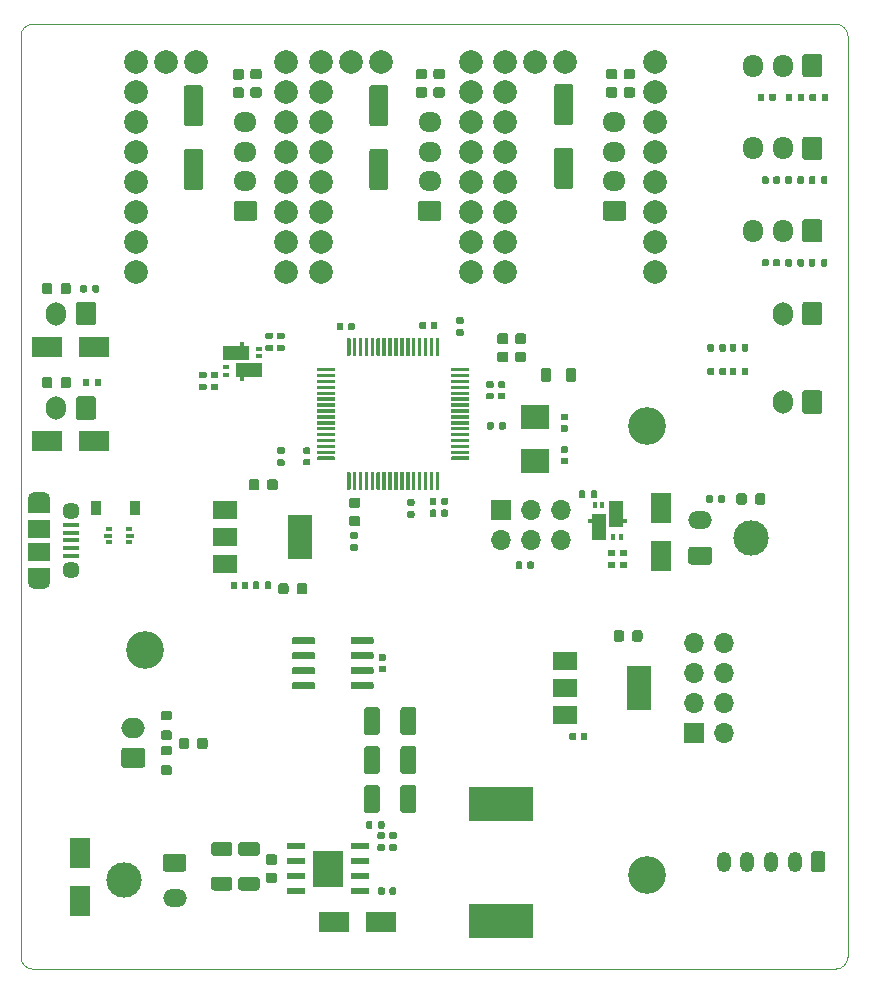
<source format=gbr>
G04 #@! TF.GenerationSoftware,KiCad,Pcbnew,5.1.5+dfsg1-2build2*
G04 #@! TF.CreationDate,2021-09-26T16:39:44+00:00*
G04 #@! TF.ProjectId,NeptuneToolboard,54726953-7465-4705-946f-6f6c626f6172,rev?*
G04 #@! TF.SameCoordinates,Original*
G04 #@! TF.FileFunction,Soldermask,Top*
G04 #@! TF.FilePolarity,Negative*
%FSLAX46Y46*%
G04 Gerber Fmt 4.6, Leading zero omitted, Abs format (unit mm)*
G04 Created by KiCad (PCBNEW 5.1.5+dfsg1-2build2) date 2021-09-26 16:39:44*
%MOMM*%
%LPD*%
G04 APERTURE LIST*
G04 #@! TA.AperFunction,Profile*
%ADD10C,0.050000*%
G04 #@! TD*
%ADD11C,0.350000*%
%ADD12C,3.000000*%
%ADD13O,2.020000X1.500000*%
%ADD14O,2.000000X1.700000*%
%ADD15O,1.700000X1.700000*%
%ADD16R,1.700000X1.700000*%
%ADD17O,1.200000X1.750000*%
%ADD18C,2.000000*%
%ADD19O,1.700000X1.950000*%
%ADD20C,3.200000*%
%ADD21R,2.500000X1.800000*%
%ADD22R,1.800000X2.500000*%
%ADD23R,0.900000X1.200000*%
%ADD24O,1.950000X1.700000*%
%ADD25O,1.700000X2.000000*%
%ADD26R,1.900000X1.500000*%
%ADD27C,1.450000*%
%ADD28R,1.350000X0.400000*%
%ADD29O,1.900000X1.200000*%
%ADD30R,1.900000X1.200000*%
%ADD31R,5.400000X2.900000*%
%ADD32R,0.430000X0.370000*%
%ADD33R,0.580000X0.400000*%
%ADD34R,2.225000X1.205000*%
%ADD35R,1.205000X2.225000*%
%ADD36R,0.400000X0.580000*%
%ADD37R,0.370000X0.430000*%
%ADD38R,2.600000X3.100000*%
%ADD39R,1.550000X0.600000*%
%ADD40R,2.000000X3.800000*%
%ADD41R,2.000000X1.500000*%
%ADD42R,0.500000X0.375000*%
%ADD43R,0.650000X0.300000*%
%ADD44R,2.400000X2.000000*%
G04 APERTURE END LIST*
D10*
X140500000Y-132000000D02*
G75*
G02X139500000Y-131000000I0J1000000D01*
G01*
X209500000Y-131000000D02*
G75*
G02X208500000Y-132000000I-1000000J0D01*
G01*
X208500000Y-52000000D02*
G75*
G02X209500000Y-53000000I0J-1000000D01*
G01*
X139500000Y-53000000D02*
G75*
G02X140500000Y-52000000I1000000J0D01*
G01*
X140500000Y-52000000D02*
X208500000Y-52000000D01*
X139500000Y-131000000D02*
X139500000Y-53000000D01*
X208500000Y-132000000D02*
X140500000Y-132000000D01*
X209500000Y-53000000D02*
X209500000Y-131000000D01*
D11*
G04 #@! TO.C,U8*
G36*
X164264703Y-107705722D02*
G01*
X164279264Y-107707882D01*
X164293543Y-107711459D01*
X164307403Y-107716418D01*
X164320710Y-107722712D01*
X164333336Y-107730280D01*
X164345159Y-107739048D01*
X164356066Y-107748934D01*
X164365952Y-107759841D01*
X164374720Y-107771664D01*
X164382288Y-107784290D01*
X164388582Y-107797597D01*
X164393541Y-107811457D01*
X164397118Y-107825736D01*
X164399278Y-107840297D01*
X164400000Y-107855000D01*
X164400000Y-108155000D01*
X164399278Y-108169703D01*
X164397118Y-108184264D01*
X164393541Y-108198543D01*
X164388582Y-108212403D01*
X164382288Y-108225710D01*
X164374720Y-108238336D01*
X164365952Y-108250159D01*
X164356066Y-108261066D01*
X164345159Y-108270952D01*
X164333336Y-108279720D01*
X164320710Y-108287288D01*
X164307403Y-108293582D01*
X164293543Y-108298541D01*
X164279264Y-108302118D01*
X164264703Y-108304278D01*
X164250000Y-108305000D01*
X162600000Y-108305000D01*
X162585297Y-108304278D01*
X162570736Y-108302118D01*
X162556457Y-108298541D01*
X162542597Y-108293582D01*
X162529290Y-108287288D01*
X162516664Y-108279720D01*
X162504841Y-108270952D01*
X162493934Y-108261066D01*
X162484048Y-108250159D01*
X162475280Y-108238336D01*
X162467712Y-108225710D01*
X162461418Y-108212403D01*
X162456459Y-108198543D01*
X162452882Y-108184264D01*
X162450722Y-108169703D01*
X162450000Y-108155000D01*
X162450000Y-107855000D01*
X162450722Y-107840297D01*
X162452882Y-107825736D01*
X162456459Y-107811457D01*
X162461418Y-107797597D01*
X162467712Y-107784290D01*
X162475280Y-107771664D01*
X162484048Y-107759841D01*
X162493934Y-107748934D01*
X162504841Y-107739048D01*
X162516664Y-107730280D01*
X162529290Y-107722712D01*
X162542597Y-107716418D01*
X162556457Y-107711459D01*
X162570736Y-107707882D01*
X162585297Y-107705722D01*
X162600000Y-107705000D01*
X164250000Y-107705000D01*
X164264703Y-107705722D01*
G37*
G36*
X164264703Y-106435722D02*
G01*
X164279264Y-106437882D01*
X164293543Y-106441459D01*
X164307403Y-106446418D01*
X164320710Y-106452712D01*
X164333336Y-106460280D01*
X164345159Y-106469048D01*
X164356066Y-106478934D01*
X164365952Y-106489841D01*
X164374720Y-106501664D01*
X164382288Y-106514290D01*
X164388582Y-106527597D01*
X164393541Y-106541457D01*
X164397118Y-106555736D01*
X164399278Y-106570297D01*
X164400000Y-106585000D01*
X164400000Y-106885000D01*
X164399278Y-106899703D01*
X164397118Y-106914264D01*
X164393541Y-106928543D01*
X164388582Y-106942403D01*
X164382288Y-106955710D01*
X164374720Y-106968336D01*
X164365952Y-106980159D01*
X164356066Y-106991066D01*
X164345159Y-107000952D01*
X164333336Y-107009720D01*
X164320710Y-107017288D01*
X164307403Y-107023582D01*
X164293543Y-107028541D01*
X164279264Y-107032118D01*
X164264703Y-107034278D01*
X164250000Y-107035000D01*
X162600000Y-107035000D01*
X162585297Y-107034278D01*
X162570736Y-107032118D01*
X162556457Y-107028541D01*
X162542597Y-107023582D01*
X162529290Y-107017288D01*
X162516664Y-107009720D01*
X162504841Y-107000952D01*
X162493934Y-106991066D01*
X162484048Y-106980159D01*
X162475280Y-106968336D01*
X162467712Y-106955710D01*
X162461418Y-106942403D01*
X162456459Y-106928543D01*
X162452882Y-106914264D01*
X162450722Y-106899703D01*
X162450000Y-106885000D01*
X162450000Y-106585000D01*
X162450722Y-106570297D01*
X162452882Y-106555736D01*
X162456459Y-106541457D01*
X162461418Y-106527597D01*
X162467712Y-106514290D01*
X162475280Y-106501664D01*
X162484048Y-106489841D01*
X162493934Y-106478934D01*
X162504841Y-106469048D01*
X162516664Y-106460280D01*
X162529290Y-106452712D01*
X162542597Y-106446418D01*
X162556457Y-106441459D01*
X162570736Y-106437882D01*
X162585297Y-106435722D01*
X162600000Y-106435000D01*
X164250000Y-106435000D01*
X164264703Y-106435722D01*
G37*
G36*
X164264703Y-105165722D02*
G01*
X164279264Y-105167882D01*
X164293543Y-105171459D01*
X164307403Y-105176418D01*
X164320710Y-105182712D01*
X164333336Y-105190280D01*
X164345159Y-105199048D01*
X164356066Y-105208934D01*
X164365952Y-105219841D01*
X164374720Y-105231664D01*
X164382288Y-105244290D01*
X164388582Y-105257597D01*
X164393541Y-105271457D01*
X164397118Y-105285736D01*
X164399278Y-105300297D01*
X164400000Y-105315000D01*
X164400000Y-105615000D01*
X164399278Y-105629703D01*
X164397118Y-105644264D01*
X164393541Y-105658543D01*
X164388582Y-105672403D01*
X164382288Y-105685710D01*
X164374720Y-105698336D01*
X164365952Y-105710159D01*
X164356066Y-105721066D01*
X164345159Y-105730952D01*
X164333336Y-105739720D01*
X164320710Y-105747288D01*
X164307403Y-105753582D01*
X164293543Y-105758541D01*
X164279264Y-105762118D01*
X164264703Y-105764278D01*
X164250000Y-105765000D01*
X162600000Y-105765000D01*
X162585297Y-105764278D01*
X162570736Y-105762118D01*
X162556457Y-105758541D01*
X162542597Y-105753582D01*
X162529290Y-105747288D01*
X162516664Y-105739720D01*
X162504841Y-105730952D01*
X162493934Y-105721066D01*
X162484048Y-105710159D01*
X162475280Y-105698336D01*
X162467712Y-105685710D01*
X162461418Y-105672403D01*
X162456459Y-105658543D01*
X162452882Y-105644264D01*
X162450722Y-105629703D01*
X162450000Y-105615000D01*
X162450000Y-105315000D01*
X162450722Y-105300297D01*
X162452882Y-105285736D01*
X162456459Y-105271457D01*
X162461418Y-105257597D01*
X162467712Y-105244290D01*
X162475280Y-105231664D01*
X162484048Y-105219841D01*
X162493934Y-105208934D01*
X162504841Y-105199048D01*
X162516664Y-105190280D01*
X162529290Y-105182712D01*
X162542597Y-105176418D01*
X162556457Y-105171459D01*
X162570736Y-105167882D01*
X162585297Y-105165722D01*
X162600000Y-105165000D01*
X164250000Y-105165000D01*
X164264703Y-105165722D01*
G37*
G36*
X164264703Y-103895722D02*
G01*
X164279264Y-103897882D01*
X164293543Y-103901459D01*
X164307403Y-103906418D01*
X164320710Y-103912712D01*
X164333336Y-103920280D01*
X164345159Y-103929048D01*
X164356066Y-103938934D01*
X164365952Y-103949841D01*
X164374720Y-103961664D01*
X164382288Y-103974290D01*
X164388582Y-103987597D01*
X164393541Y-104001457D01*
X164397118Y-104015736D01*
X164399278Y-104030297D01*
X164400000Y-104045000D01*
X164400000Y-104345000D01*
X164399278Y-104359703D01*
X164397118Y-104374264D01*
X164393541Y-104388543D01*
X164388582Y-104402403D01*
X164382288Y-104415710D01*
X164374720Y-104428336D01*
X164365952Y-104440159D01*
X164356066Y-104451066D01*
X164345159Y-104460952D01*
X164333336Y-104469720D01*
X164320710Y-104477288D01*
X164307403Y-104483582D01*
X164293543Y-104488541D01*
X164279264Y-104492118D01*
X164264703Y-104494278D01*
X164250000Y-104495000D01*
X162600000Y-104495000D01*
X162585297Y-104494278D01*
X162570736Y-104492118D01*
X162556457Y-104488541D01*
X162542597Y-104483582D01*
X162529290Y-104477288D01*
X162516664Y-104469720D01*
X162504841Y-104460952D01*
X162493934Y-104451066D01*
X162484048Y-104440159D01*
X162475280Y-104428336D01*
X162467712Y-104415710D01*
X162461418Y-104402403D01*
X162456459Y-104388543D01*
X162452882Y-104374264D01*
X162450722Y-104359703D01*
X162450000Y-104345000D01*
X162450000Y-104045000D01*
X162450722Y-104030297D01*
X162452882Y-104015736D01*
X162456459Y-104001457D01*
X162461418Y-103987597D01*
X162467712Y-103974290D01*
X162475280Y-103961664D01*
X162484048Y-103949841D01*
X162493934Y-103938934D01*
X162504841Y-103929048D01*
X162516664Y-103920280D01*
X162529290Y-103912712D01*
X162542597Y-103906418D01*
X162556457Y-103901459D01*
X162570736Y-103897882D01*
X162585297Y-103895722D01*
X162600000Y-103895000D01*
X164250000Y-103895000D01*
X164264703Y-103895722D01*
G37*
G36*
X169214703Y-103895722D02*
G01*
X169229264Y-103897882D01*
X169243543Y-103901459D01*
X169257403Y-103906418D01*
X169270710Y-103912712D01*
X169283336Y-103920280D01*
X169295159Y-103929048D01*
X169306066Y-103938934D01*
X169315952Y-103949841D01*
X169324720Y-103961664D01*
X169332288Y-103974290D01*
X169338582Y-103987597D01*
X169343541Y-104001457D01*
X169347118Y-104015736D01*
X169349278Y-104030297D01*
X169350000Y-104045000D01*
X169350000Y-104345000D01*
X169349278Y-104359703D01*
X169347118Y-104374264D01*
X169343541Y-104388543D01*
X169338582Y-104402403D01*
X169332288Y-104415710D01*
X169324720Y-104428336D01*
X169315952Y-104440159D01*
X169306066Y-104451066D01*
X169295159Y-104460952D01*
X169283336Y-104469720D01*
X169270710Y-104477288D01*
X169257403Y-104483582D01*
X169243543Y-104488541D01*
X169229264Y-104492118D01*
X169214703Y-104494278D01*
X169200000Y-104495000D01*
X167550000Y-104495000D01*
X167535297Y-104494278D01*
X167520736Y-104492118D01*
X167506457Y-104488541D01*
X167492597Y-104483582D01*
X167479290Y-104477288D01*
X167466664Y-104469720D01*
X167454841Y-104460952D01*
X167443934Y-104451066D01*
X167434048Y-104440159D01*
X167425280Y-104428336D01*
X167417712Y-104415710D01*
X167411418Y-104402403D01*
X167406459Y-104388543D01*
X167402882Y-104374264D01*
X167400722Y-104359703D01*
X167400000Y-104345000D01*
X167400000Y-104045000D01*
X167400722Y-104030297D01*
X167402882Y-104015736D01*
X167406459Y-104001457D01*
X167411418Y-103987597D01*
X167417712Y-103974290D01*
X167425280Y-103961664D01*
X167434048Y-103949841D01*
X167443934Y-103938934D01*
X167454841Y-103929048D01*
X167466664Y-103920280D01*
X167479290Y-103912712D01*
X167492597Y-103906418D01*
X167506457Y-103901459D01*
X167520736Y-103897882D01*
X167535297Y-103895722D01*
X167550000Y-103895000D01*
X169200000Y-103895000D01*
X169214703Y-103895722D01*
G37*
G36*
X169214703Y-105165722D02*
G01*
X169229264Y-105167882D01*
X169243543Y-105171459D01*
X169257403Y-105176418D01*
X169270710Y-105182712D01*
X169283336Y-105190280D01*
X169295159Y-105199048D01*
X169306066Y-105208934D01*
X169315952Y-105219841D01*
X169324720Y-105231664D01*
X169332288Y-105244290D01*
X169338582Y-105257597D01*
X169343541Y-105271457D01*
X169347118Y-105285736D01*
X169349278Y-105300297D01*
X169350000Y-105315000D01*
X169350000Y-105615000D01*
X169349278Y-105629703D01*
X169347118Y-105644264D01*
X169343541Y-105658543D01*
X169338582Y-105672403D01*
X169332288Y-105685710D01*
X169324720Y-105698336D01*
X169315952Y-105710159D01*
X169306066Y-105721066D01*
X169295159Y-105730952D01*
X169283336Y-105739720D01*
X169270710Y-105747288D01*
X169257403Y-105753582D01*
X169243543Y-105758541D01*
X169229264Y-105762118D01*
X169214703Y-105764278D01*
X169200000Y-105765000D01*
X167550000Y-105765000D01*
X167535297Y-105764278D01*
X167520736Y-105762118D01*
X167506457Y-105758541D01*
X167492597Y-105753582D01*
X167479290Y-105747288D01*
X167466664Y-105739720D01*
X167454841Y-105730952D01*
X167443934Y-105721066D01*
X167434048Y-105710159D01*
X167425280Y-105698336D01*
X167417712Y-105685710D01*
X167411418Y-105672403D01*
X167406459Y-105658543D01*
X167402882Y-105644264D01*
X167400722Y-105629703D01*
X167400000Y-105615000D01*
X167400000Y-105315000D01*
X167400722Y-105300297D01*
X167402882Y-105285736D01*
X167406459Y-105271457D01*
X167411418Y-105257597D01*
X167417712Y-105244290D01*
X167425280Y-105231664D01*
X167434048Y-105219841D01*
X167443934Y-105208934D01*
X167454841Y-105199048D01*
X167466664Y-105190280D01*
X167479290Y-105182712D01*
X167492597Y-105176418D01*
X167506457Y-105171459D01*
X167520736Y-105167882D01*
X167535297Y-105165722D01*
X167550000Y-105165000D01*
X169200000Y-105165000D01*
X169214703Y-105165722D01*
G37*
G36*
X169214703Y-106435722D02*
G01*
X169229264Y-106437882D01*
X169243543Y-106441459D01*
X169257403Y-106446418D01*
X169270710Y-106452712D01*
X169283336Y-106460280D01*
X169295159Y-106469048D01*
X169306066Y-106478934D01*
X169315952Y-106489841D01*
X169324720Y-106501664D01*
X169332288Y-106514290D01*
X169338582Y-106527597D01*
X169343541Y-106541457D01*
X169347118Y-106555736D01*
X169349278Y-106570297D01*
X169350000Y-106585000D01*
X169350000Y-106885000D01*
X169349278Y-106899703D01*
X169347118Y-106914264D01*
X169343541Y-106928543D01*
X169338582Y-106942403D01*
X169332288Y-106955710D01*
X169324720Y-106968336D01*
X169315952Y-106980159D01*
X169306066Y-106991066D01*
X169295159Y-107000952D01*
X169283336Y-107009720D01*
X169270710Y-107017288D01*
X169257403Y-107023582D01*
X169243543Y-107028541D01*
X169229264Y-107032118D01*
X169214703Y-107034278D01*
X169200000Y-107035000D01*
X167550000Y-107035000D01*
X167535297Y-107034278D01*
X167520736Y-107032118D01*
X167506457Y-107028541D01*
X167492597Y-107023582D01*
X167479290Y-107017288D01*
X167466664Y-107009720D01*
X167454841Y-107000952D01*
X167443934Y-106991066D01*
X167434048Y-106980159D01*
X167425280Y-106968336D01*
X167417712Y-106955710D01*
X167411418Y-106942403D01*
X167406459Y-106928543D01*
X167402882Y-106914264D01*
X167400722Y-106899703D01*
X167400000Y-106885000D01*
X167400000Y-106585000D01*
X167400722Y-106570297D01*
X167402882Y-106555736D01*
X167406459Y-106541457D01*
X167411418Y-106527597D01*
X167417712Y-106514290D01*
X167425280Y-106501664D01*
X167434048Y-106489841D01*
X167443934Y-106478934D01*
X167454841Y-106469048D01*
X167466664Y-106460280D01*
X167479290Y-106452712D01*
X167492597Y-106446418D01*
X167506457Y-106441459D01*
X167520736Y-106437882D01*
X167535297Y-106435722D01*
X167550000Y-106435000D01*
X169200000Y-106435000D01*
X169214703Y-106435722D01*
G37*
G36*
X169214703Y-107705722D02*
G01*
X169229264Y-107707882D01*
X169243543Y-107711459D01*
X169257403Y-107716418D01*
X169270710Y-107722712D01*
X169283336Y-107730280D01*
X169295159Y-107739048D01*
X169306066Y-107748934D01*
X169315952Y-107759841D01*
X169324720Y-107771664D01*
X169332288Y-107784290D01*
X169338582Y-107797597D01*
X169343541Y-107811457D01*
X169347118Y-107825736D01*
X169349278Y-107840297D01*
X169350000Y-107855000D01*
X169350000Y-108155000D01*
X169349278Y-108169703D01*
X169347118Y-108184264D01*
X169343541Y-108198543D01*
X169338582Y-108212403D01*
X169332288Y-108225710D01*
X169324720Y-108238336D01*
X169315952Y-108250159D01*
X169306066Y-108261066D01*
X169295159Y-108270952D01*
X169283336Y-108279720D01*
X169270710Y-108287288D01*
X169257403Y-108293582D01*
X169243543Y-108298541D01*
X169229264Y-108302118D01*
X169214703Y-108304278D01*
X169200000Y-108305000D01*
X167550000Y-108305000D01*
X167535297Y-108304278D01*
X167520736Y-108302118D01*
X167506457Y-108298541D01*
X167492597Y-108293582D01*
X167479290Y-108287288D01*
X167466664Y-108279720D01*
X167454841Y-108270952D01*
X167443934Y-108261066D01*
X167434048Y-108250159D01*
X167425280Y-108238336D01*
X167417712Y-108225710D01*
X167411418Y-108212403D01*
X167406459Y-108198543D01*
X167402882Y-108184264D01*
X167400722Y-108169703D01*
X167400000Y-108155000D01*
X167400000Y-107855000D01*
X167400722Y-107840297D01*
X167402882Y-107825736D01*
X167406459Y-107811457D01*
X167411418Y-107797597D01*
X167417712Y-107784290D01*
X167425280Y-107771664D01*
X167434048Y-107759841D01*
X167443934Y-107748934D01*
X167454841Y-107739048D01*
X167466664Y-107730280D01*
X167479290Y-107722712D01*
X167492597Y-107716418D01*
X167506457Y-107711459D01*
X167520736Y-107707882D01*
X167535297Y-107705722D01*
X167550000Y-107705000D01*
X169200000Y-107705000D01*
X169214703Y-107705722D01*
G37*
G04 #@! TD*
G04 #@! TO.C,R18*
G36*
X152094603Y-111800963D02*
G01*
X152114018Y-111803843D01*
X152133057Y-111808612D01*
X152151537Y-111815224D01*
X152169279Y-111823616D01*
X152186114Y-111833706D01*
X152201879Y-111845398D01*
X152216421Y-111858579D01*
X152229602Y-111873121D01*
X152241294Y-111888886D01*
X152251384Y-111905721D01*
X152259776Y-111923463D01*
X152266388Y-111941943D01*
X152271157Y-111960982D01*
X152274037Y-111980397D01*
X152275000Y-112000000D01*
X152275000Y-112400000D01*
X152274037Y-112419603D01*
X152271157Y-112439018D01*
X152266388Y-112458057D01*
X152259776Y-112476537D01*
X152251384Y-112494279D01*
X152241294Y-112511114D01*
X152229602Y-112526879D01*
X152216421Y-112541421D01*
X152201879Y-112554602D01*
X152186114Y-112566294D01*
X152169279Y-112576384D01*
X152151537Y-112584776D01*
X152133057Y-112591388D01*
X152114018Y-112596157D01*
X152094603Y-112599037D01*
X152075000Y-112600000D01*
X151525000Y-112600000D01*
X151505397Y-112599037D01*
X151485982Y-112596157D01*
X151466943Y-112591388D01*
X151448463Y-112584776D01*
X151430721Y-112576384D01*
X151413886Y-112566294D01*
X151398121Y-112554602D01*
X151383579Y-112541421D01*
X151370398Y-112526879D01*
X151358706Y-112511114D01*
X151348616Y-112494279D01*
X151340224Y-112476537D01*
X151333612Y-112458057D01*
X151328843Y-112439018D01*
X151325963Y-112419603D01*
X151325000Y-112400000D01*
X151325000Y-112000000D01*
X151325963Y-111980397D01*
X151328843Y-111960982D01*
X151333612Y-111941943D01*
X151340224Y-111923463D01*
X151348616Y-111905721D01*
X151358706Y-111888886D01*
X151370398Y-111873121D01*
X151383579Y-111858579D01*
X151398121Y-111845398D01*
X151413886Y-111833706D01*
X151430721Y-111823616D01*
X151448463Y-111815224D01*
X151466943Y-111808612D01*
X151485982Y-111803843D01*
X151505397Y-111800963D01*
X151525000Y-111800000D01*
X152075000Y-111800000D01*
X152094603Y-111800963D01*
G37*
G36*
X152094603Y-110150963D02*
G01*
X152114018Y-110153843D01*
X152133057Y-110158612D01*
X152151537Y-110165224D01*
X152169279Y-110173616D01*
X152186114Y-110183706D01*
X152201879Y-110195398D01*
X152216421Y-110208579D01*
X152229602Y-110223121D01*
X152241294Y-110238886D01*
X152251384Y-110255721D01*
X152259776Y-110273463D01*
X152266388Y-110291943D01*
X152271157Y-110310982D01*
X152274037Y-110330397D01*
X152275000Y-110350000D01*
X152275000Y-110750000D01*
X152274037Y-110769603D01*
X152271157Y-110789018D01*
X152266388Y-110808057D01*
X152259776Y-110826537D01*
X152251384Y-110844279D01*
X152241294Y-110861114D01*
X152229602Y-110876879D01*
X152216421Y-110891421D01*
X152201879Y-110904602D01*
X152186114Y-110916294D01*
X152169279Y-110926384D01*
X152151537Y-110934776D01*
X152133057Y-110941388D01*
X152114018Y-110946157D01*
X152094603Y-110949037D01*
X152075000Y-110950000D01*
X151525000Y-110950000D01*
X151505397Y-110949037D01*
X151485982Y-110946157D01*
X151466943Y-110941388D01*
X151448463Y-110934776D01*
X151430721Y-110926384D01*
X151413886Y-110916294D01*
X151398121Y-110904602D01*
X151383579Y-110891421D01*
X151370398Y-110876879D01*
X151358706Y-110861114D01*
X151348616Y-110844279D01*
X151340224Y-110826537D01*
X151333612Y-110808057D01*
X151328843Y-110789018D01*
X151325963Y-110769603D01*
X151325000Y-110750000D01*
X151325000Y-110350000D01*
X151325963Y-110330397D01*
X151328843Y-110310982D01*
X151333612Y-110291943D01*
X151340224Y-110273463D01*
X151348616Y-110255721D01*
X151358706Y-110238886D01*
X151370398Y-110223121D01*
X151383579Y-110208579D01*
X151398121Y-110195398D01*
X151413886Y-110183706D01*
X151430721Y-110173616D01*
X151448463Y-110165224D01*
X151466943Y-110158612D01*
X151485982Y-110153843D01*
X151505397Y-110150963D01*
X151525000Y-110150000D01*
X152075000Y-110150000D01*
X152094603Y-110150963D01*
G37*
G04 #@! TD*
G04 #@! TO.C,R17*
G36*
X152094603Y-114750963D02*
G01*
X152114018Y-114753843D01*
X152133057Y-114758612D01*
X152151537Y-114765224D01*
X152169279Y-114773616D01*
X152186114Y-114783706D01*
X152201879Y-114795398D01*
X152216421Y-114808579D01*
X152229602Y-114823121D01*
X152241294Y-114838886D01*
X152251384Y-114855721D01*
X152259776Y-114873463D01*
X152266388Y-114891943D01*
X152271157Y-114910982D01*
X152274037Y-114930397D01*
X152275000Y-114950000D01*
X152275000Y-115350000D01*
X152274037Y-115369603D01*
X152271157Y-115389018D01*
X152266388Y-115408057D01*
X152259776Y-115426537D01*
X152251384Y-115444279D01*
X152241294Y-115461114D01*
X152229602Y-115476879D01*
X152216421Y-115491421D01*
X152201879Y-115504602D01*
X152186114Y-115516294D01*
X152169279Y-115526384D01*
X152151537Y-115534776D01*
X152133057Y-115541388D01*
X152114018Y-115546157D01*
X152094603Y-115549037D01*
X152075000Y-115550000D01*
X151525000Y-115550000D01*
X151505397Y-115549037D01*
X151485982Y-115546157D01*
X151466943Y-115541388D01*
X151448463Y-115534776D01*
X151430721Y-115526384D01*
X151413886Y-115516294D01*
X151398121Y-115504602D01*
X151383579Y-115491421D01*
X151370398Y-115476879D01*
X151358706Y-115461114D01*
X151348616Y-115444279D01*
X151340224Y-115426537D01*
X151333612Y-115408057D01*
X151328843Y-115389018D01*
X151325963Y-115369603D01*
X151325000Y-115350000D01*
X151325000Y-114950000D01*
X151325963Y-114930397D01*
X151328843Y-114910982D01*
X151333612Y-114891943D01*
X151340224Y-114873463D01*
X151348616Y-114855721D01*
X151358706Y-114838886D01*
X151370398Y-114823121D01*
X151383579Y-114808579D01*
X151398121Y-114795398D01*
X151413886Y-114783706D01*
X151430721Y-114773616D01*
X151448463Y-114765224D01*
X151466943Y-114758612D01*
X151485982Y-114753843D01*
X151505397Y-114750963D01*
X151525000Y-114750000D01*
X152075000Y-114750000D01*
X152094603Y-114750963D01*
G37*
G36*
X152094603Y-113100963D02*
G01*
X152114018Y-113103843D01*
X152133057Y-113108612D01*
X152151537Y-113115224D01*
X152169279Y-113123616D01*
X152186114Y-113133706D01*
X152201879Y-113145398D01*
X152216421Y-113158579D01*
X152229602Y-113173121D01*
X152241294Y-113188886D01*
X152251384Y-113205721D01*
X152259776Y-113223463D01*
X152266388Y-113241943D01*
X152271157Y-113260982D01*
X152274037Y-113280397D01*
X152275000Y-113300000D01*
X152275000Y-113700000D01*
X152274037Y-113719603D01*
X152271157Y-113739018D01*
X152266388Y-113758057D01*
X152259776Y-113776537D01*
X152251384Y-113794279D01*
X152241294Y-113811114D01*
X152229602Y-113826879D01*
X152216421Y-113841421D01*
X152201879Y-113854602D01*
X152186114Y-113866294D01*
X152169279Y-113876384D01*
X152151537Y-113884776D01*
X152133057Y-113891388D01*
X152114018Y-113896157D01*
X152094603Y-113899037D01*
X152075000Y-113900000D01*
X151525000Y-113900000D01*
X151505397Y-113899037D01*
X151485982Y-113896157D01*
X151466943Y-113891388D01*
X151448463Y-113884776D01*
X151430721Y-113876384D01*
X151413886Y-113866294D01*
X151398121Y-113854602D01*
X151383579Y-113841421D01*
X151370398Y-113826879D01*
X151358706Y-113811114D01*
X151348616Y-113794279D01*
X151340224Y-113776537D01*
X151333612Y-113758057D01*
X151328843Y-113739018D01*
X151325963Y-113719603D01*
X151325000Y-113700000D01*
X151325000Y-113300000D01*
X151325963Y-113280397D01*
X151328843Y-113260982D01*
X151333612Y-113241943D01*
X151340224Y-113223463D01*
X151348616Y-113205721D01*
X151358706Y-113188886D01*
X151370398Y-113173121D01*
X151383579Y-113158579D01*
X151398121Y-113145398D01*
X151413886Y-113133706D01*
X151430721Y-113123616D01*
X151448463Y-113115224D01*
X151466943Y-113108612D01*
X151485982Y-113103843D01*
X151505397Y-113100963D01*
X151525000Y-113100000D01*
X152075000Y-113100000D01*
X152094603Y-113100963D01*
G37*
G04 #@! TD*
G04 #@! TO.C,C35*
G36*
X153547054Y-112426083D02*
G01*
X153568895Y-112429323D01*
X153590314Y-112434688D01*
X153611104Y-112442127D01*
X153631064Y-112451568D01*
X153650003Y-112462919D01*
X153667738Y-112476073D01*
X153684099Y-112490901D01*
X153698927Y-112507262D01*
X153712081Y-112524997D01*
X153723432Y-112543936D01*
X153732873Y-112563896D01*
X153740312Y-112584686D01*
X153745677Y-112606105D01*
X153748917Y-112627946D01*
X153750000Y-112650000D01*
X153750000Y-113150000D01*
X153748917Y-113172054D01*
X153745677Y-113193895D01*
X153740312Y-113215314D01*
X153732873Y-113236104D01*
X153723432Y-113256064D01*
X153712081Y-113275003D01*
X153698927Y-113292738D01*
X153684099Y-113309099D01*
X153667738Y-113323927D01*
X153650003Y-113337081D01*
X153631064Y-113348432D01*
X153611104Y-113357873D01*
X153590314Y-113365312D01*
X153568895Y-113370677D01*
X153547054Y-113373917D01*
X153525000Y-113375000D01*
X153075000Y-113375000D01*
X153052946Y-113373917D01*
X153031105Y-113370677D01*
X153009686Y-113365312D01*
X152988896Y-113357873D01*
X152968936Y-113348432D01*
X152949997Y-113337081D01*
X152932262Y-113323927D01*
X152915901Y-113309099D01*
X152901073Y-113292738D01*
X152887919Y-113275003D01*
X152876568Y-113256064D01*
X152867127Y-113236104D01*
X152859688Y-113215314D01*
X152854323Y-113193895D01*
X152851083Y-113172054D01*
X152850000Y-113150000D01*
X152850000Y-112650000D01*
X152851083Y-112627946D01*
X152854323Y-112606105D01*
X152859688Y-112584686D01*
X152867127Y-112563896D01*
X152876568Y-112543936D01*
X152887919Y-112524997D01*
X152901073Y-112507262D01*
X152915901Y-112490901D01*
X152932262Y-112476073D01*
X152949997Y-112462919D01*
X152968936Y-112451568D01*
X152988896Y-112442127D01*
X153009686Y-112434688D01*
X153031105Y-112429323D01*
X153052946Y-112426083D01*
X153075000Y-112425000D01*
X153525000Y-112425000D01*
X153547054Y-112426083D01*
G37*
G36*
X155097054Y-112426083D02*
G01*
X155118895Y-112429323D01*
X155140314Y-112434688D01*
X155161104Y-112442127D01*
X155181064Y-112451568D01*
X155200003Y-112462919D01*
X155217738Y-112476073D01*
X155234099Y-112490901D01*
X155248927Y-112507262D01*
X155262081Y-112524997D01*
X155273432Y-112543936D01*
X155282873Y-112563896D01*
X155290312Y-112584686D01*
X155295677Y-112606105D01*
X155298917Y-112627946D01*
X155300000Y-112650000D01*
X155300000Y-113150000D01*
X155298917Y-113172054D01*
X155295677Y-113193895D01*
X155290312Y-113215314D01*
X155282873Y-113236104D01*
X155273432Y-113256064D01*
X155262081Y-113275003D01*
X155248927Y-113292738D01*
X155234099Y-113309099D01*
X155217738Y-113323927D01*
X155200003Y-113337081D01*
X155181064Y-113348432D01*
X155161104Y-113357873D01*
X155140314Y-113365312D01*
X155118895Y-113370677D01*
X155097054Y-113373917D01*
X155075000Y-113375000D01*
X154625000Y-113375000D01*
X154602946Y-113373917D01*
X154581105Y-113370677D01*
X154559686Y-113365312D01*
X154538896Y-113357873D01*
X154518936Y-113348432D01*
X154499997Y-113337081D01*
X154482262Y-113323927D01*
X154465901Y-113309099D01*
X154451073Y-113292738D01*
X154437919Y-113275003D01*
X154426568Y-113256064D01*
X154417127Y-113236104D01*
X154409688Y-113215314D01*
X154404323Y-113193895D01*
X154401083Y-113172054D01*
X154400000Y-113150000D01*
X154400000Y-112650000D01*
X154401083Y-112627946D01*
X154404323Y-112606105D01*
X154409688Y-112584686D01*
X154417127Y-112563896D01*
X154426568Y-112543936D01*
X154437919Y-112524997D01*
X154451073Y-112507262D01*
X154465901Y-112490901D01*
X154482262Y-112476073D01*
X154499997Y-112462919D01*
X154518936Y-112451568D01*
X154538896Y-112442127D01*
X154559686Y-112434688D01*
X154581105Y-112429323D01*
X154602946Y-112426083D01*
X154625000Y-112425000D01*
X155075000Y-112425000D01*
X155097054Y-112426083D01*
G37*
G04 #@! TD*
D12*
G04 #@! TO.C,J11*
X201320000Y-95500000D03*
D11*
G36*
X197784504Y-96251204D02*
G01*
X197808773Y-96254804D01*
X197832571Y-96260765D01*
X197855671Y-96269030D01*
X197877849Y-96279520D01*
X197898893Y-96292133D01*
X197918598Y-96306747D01*
X197936777Y-96323223D01*
X197953253Y-96341402D01*
X197967867Y-96361107D01*
X197980480Y-96382151D01*
X197990970Y-96404329D01*
X197999235Y-96427429D01*
X198005196Y-96451227D01*
X198008796Y-96475496D01*
X198010000Y-96500000D01*
X198010000Y-97500000D01*
X198008796Y-97524504D01*
X198005196Y-97548773D01*
X197999235Y-97572571D01*
X197990970Y-97595671D01*
X197980480Y-97617849D01*
X197967867Y-97638893D01*
X197953253Y-97658598D01*
X197936777Y-97676777D01*
X197918598Y-97693253D01*
X197898893Y-97707867D01*
X197877849Y-97720480D01*
X197855671Y-97730970D01*
X197832571Y-97739235D01*
X197808773Y-97745196D01*
X197784504Y-97748796D01*
X197760000Y-97750000D01*
X196240000Y-97750000D01*
X196215496Y-97748796D01*
X196191227Y-97745196D01*
X196167429Y-97739235D01*
X196144329Y-97730970D01*
X196122151Y-97720480D01*
X196101107Y-97707867D01*
X196081402Y-97693253D01*
X196063223Y-97676777D01*
X196046747Y-97658598D01*
X196032133Y-97638893D01*
X196019520Y-97617849D01*
X196009030Y-97595671D01*
X196000765Y-97572571D01*
X195994804Y-97548773D01*
X195991204Y-97524504D01*
X195990000Y-97500000D01*
X195990000Y-96500000D01*
X195991204Y-96475496D01*
X195994804Y-96451227D01*
X196000765Y-96427429D01*
X196009030Y-96404329D01*
X196019520Y-96382151D01*
X196032133Y-96361107D01*
X196046747Y-96341402D01*
X196063223Y-96323223D01*
X196081402Y-96306747D01*
X196101107Y-96292133D01*
X196122151Y-96279520D01*
X196144329Y-96269030D01*
X196167429Y-96260765D01*
X196191227Y-96254804D01*
X196215496Y-96251204D01*
X196240000Y-96250000D01*
X197760000Y-96250000D01*
X197784504Y-96251204D01*
G37*
D13*
X197000000Y-94000000D03*
G04 #@! TD*
D11*
G04 #@! TO.C,J10*
G36*
X149774504Y-113251204D02*
G01*
X149798773Y-113254804D01*
X149822571Y-113260765D01*
X149845671Y-113269030D01*
X149867849Y-113279520D01*
X149888893Y-113292133D01*
X149908598Y-113306747D01*
X149926777Y-113323223D01*
X149943253Y-113341402D01*
X149957867Y-113361107D01*
X149970480Y-113382151D01*
X149980970Y-113404329D01*
X149989235Y-113427429D01*
X149995196Y-113451227D01*
X149998796Y-113475496D01*
X150000000Y-113500000D01*
X150000000Y-114700000D01*
X149998796Y-114724504D01*
X149995196Y-114748773D01*
X149989235Y-114772571D01*
X149980970Y-114795671D01*
X149970480Y-114817849D01*
X149957867Y-114838893D01*
X149943253Y-114858598D01*
X149926777Y-114876777D01*
X149908598Y-114893253D01*
X149888893Y-114907867D01*
X149867849Y-114920480D01*
X149845671Y-114930970D01*
X149822571Y-114939235D01*
X149798773Y-114945196D01*
X149774504Y-114948796D01*
X149750000Y-114950000D01*
X148250000Y-114950000D01*
X148225496Y-114948796D01*
X148201227Y-114945196D01*
X148177429Y-114939235D01*
X148154329Y-114930970D01*
X148132151Y-114920480D01*
X148111107Y-114907867D01*
X148091402Y-114893253D01*
X148073223Y-114876777D01*
X148056747Y-114858598D01*
X148042133Y-114838893D01*
X148029520Y-114817849D01*
X148019030Y-114795671D01*
X148010765Y-114772571D01*
X148004804Y-114748773D01*
X148001204Y-114724504D01*
X148000000Y-114700000D01*
X148000000Y-113500000D01*
X148001204Y-113475496D01*
X148004804Y-113451227D01*
X148010765Y-113427429D01*
X148019030Y-113404329D01*
X148029520Y-113382151D01*
X148042133Y-113361107D01*
X148056747Y-113341402D01*
X148073223Y-113323223D01*
X148091402Y-113306747D01*
X148111107Y-113292133D01*
X148132151Y-113279520D01*
X148154329Y-113269030D01*
X148177429Y-113260765D01*
X148201227Y-113254804D01*
X148225496Y-113251204D01*
X148250000Y-113250000D01*
X149750000Y-113250000D01*
X149774504Y-113251204D01*
G37*
D14*
X149000000Y-111600000D03*
G04 #@! TD*
D12*
G04 #@! TO.C,J13*
X148180000Y-124500000D03*
D11*
G36*
X153284504Y-122251204D02*
G01*
X153308773Y-122254804D01*
X153332571Y-122260765D01*
X153355671Y-122269030D01*
X153377849Y-122279520D01*
X153398893Y-122292133D01*
X153418598Y-122306747D01*
X153436777Y-122323223D01*
X153453253Y-122341402D01*
X153467867Y-122361107D01*
X153480480Y-122382151D01*
X153490970Y-122404329D01*
X153499235Y-122427429D01*
X153505196Y-122451227D01*
X153508796Y-122475496D01*
X153510000Y-122500000D01*
X153510000Y-123500000D01*
X153508796Y-123524504D01*
X153505196Y-123548773D01*
X153499235Y-123572571D01*
X153490970Y-123595671D01*
X153480480Y-123617849D01*
X153467867Y-123638893D01*
X153453253Y-123658598D01*
X153436777Y-123676777D01*
X153418598Y-123693253D01*
X153398893Y-123707867D01*
X153377849Y-123720480D01*
X153355671Y-123730970D01*
X153332571Y-123739235D01*
X153308773Y-123745196D01*
X153284504Y-123748796D01*
X153260000Y-123750000D01*
X151740000Y-123750000D01*
X151715496Y-123748796D01*
X151691227Y-123745196D01*
X151667429Y-123739235D01*
X151644329Y-123730970D01*
X151622151Y-123720480D01*
X151601107Y-123707867D01*
X151581402Y-123693253D01*
X151563223Y-123676777D01*
X151546747Y-123658598D01*
X151532133Y-123638893D01*
X151519520Y-123617849D01*
X151509030Y-123595671D01*
X151500765Y-123572571D01*
X151494804Y-123548773D01*
X151491204Y-123524504D01*
X151490000Y-123500000D01*
X151490000Y-122500000D01*
X151491204Y-122475496D01*
X151494804Y-122451227D01*
X151500765Y-122427429D01*
X151509030Y-122404329D01*
X151519520Y-122382151D01*
X151532133Y-122361107D01*
X151546747Y-122341402D01*
X151563223Y-122323223D01*
X151581402Y-122306747D01*
X151601107Y-122292133D01*
X151622151Y-122279520D01*
X151644329Y-122269030D01*
X151667429Y-122260765D01*
X151691227Y-122254804D01*
X151715496Y-122251204D01*
X151740000Y-122250000D01*
X153260000Y-122250000D01*
X153284504Y-122251204D01*
G37*
D13*
X152500000Y-126000000D03*
G04 #@! TD*
D15*
G04 #@! TO.C,J17*
X199040000Y-104380000D03*
X196500000Y-104380000D03*
X199040000Y-106920000D03*
X196500000Y-106920000D03*
X199040000Y-109460000D03*
X196500000Y-109460000D03*
X199040000Y-112000000D03*
D16*
X196500000Y-112000000D03*
G04 #@! TD*
D17*
G04 #@! TO.C,J16*
X199000000Y-122900000D03*
X201000000Y-122900000D03*
X203000000Y-122900000D03*
X205000000Y-122900000D03*
D11*
G36*
X207374505Y-122026204D02*
G01*
X207398773Y-122029804D01*
X207422572Y-122035765D01*
X207445671Y-122044030D01*
X207467850Y-122054520D01*
X207488893Y-122067132D01*
X207508599Y-122081747D01*
X207526777Y-122098223D01*
X207543253Y-122116401D01*
X207557868Y-122136107D01*
X207570480Y-122157150D01*
X207580970Y-122179329D01*
X207589235Y-122202428D01*
X207595196Y-122226227D01*
X207598796Y-122250495D01*
X207600000Y-122274999D01*
X207600000Y-123525001D01*
X207598796Y-123549505D01*
X207595196Y-123573773D01*
X207589235Y-123597572D01*
X207580970Y-123620671D01*
X207570480Y-123642850D01*
X207557868Y-123663893D01*
X207543253Y-123683599D01*
X207526777Y-123701777D01*
X207508599Y-123718253D01*
X207488893Y-123732868D01*
X207467850Y-123745480D01*
X207445671Y-123755970D01*
X207422572Y-123764235D01*
X207398773Y-123770196D01*
X207374505Y-123773796D01*
X207350001Y-123775000D01*
X206649999Y-123775000D01*
X206625495Y-123773796D01*
X206601227Y-123770196D01*
X206577428Y-123764235D01*
X206554329Y-123755970D01*
X206532150Y-123745480D01*
X206511107Y-123732868D01*
X206491401Y-123718253D01*
X206473223Y-123701777D01*
X206456747Y-123683599D01*
X206442132Y-123663893D01*
X206429520Y-123642850D01*
X206419030Y-123620671D01*
X206410765Y-123597572D01*
X206404804Y-123573773D01*
X206401204Y-123549505D01*
X206400000Y-123525001D01*
X206400000Y-122274999D01*
X206401204Y-122250495D01*
X206404804Y-122226227D01*
X206410765Y-122202428D01*
X206419030Y-122179329D01*
X206429520Y-122157150D01*
X206442132Y-122136107D01*
X206456747Y-122116401D01*
X206473223Y-122098223D01*
X206491401Y-122081747D01*
X206511107Y-122067132D01*
X206532150Y-122054520D01*
X206554329Y-122044030D01*
X206577428Y-122035765D01*
X206601227Y-122029804D01*
X206625495Y-122026204D01*
X206649999Y-122025000D01*
X207350001Y-122025000D01*
X207374505Y-122026204D01*
G37*
G04 #@! TD*
G04 #@! TO.C,C18*
G36*
X169649506Y-113126204D02*
G01*
X169673774Y-113129804D01*
X169697573Y-113135765D01*
X169720672Y-113144030D01*
X169742850Y-113154519D01*
X169763893Y-113167132D01*
X169783599Y-113181747D01*
X169801777Y-113198223D01*
X169818253Y-113216401D01*
X169832868Y-113236107D01*
X169845481Y-113257150D01*
X169855970Y-113279328D01*
X169864235Y-113302427D01*
X169870196Y-113326226D01*
X169873796Y-113350494D01*
X169875000Y-113374998D01*
X169875000Y-115225002D01*
X169873796Y-115249506D01*
X169870196Y-115273774D01*
X169864235Y-115297573D01*
X169855970Y-115320672D01*
X169845481Y-115342850D01*
X169832868Y-115363893D01*
X169818253Y-115383599D01*
X169801777Y-115401777D01*
X169783599Y-115418253D01*
X169763893Y-115432868D01*
X169742850Y-115445481D01*
X169720672Y-115455970D01*
X169697573Y-115464235D01*
X169673774Y-115470196D01*
X169649506Y-115473796D01*
X169625002Y-115475000D01*
X168799998Y-115475000D01*
X168775494Y-115473796D01*
X168751226Y-115470196D01*
X168727427Y-115464235D01*
X168704328Y-115455970D01*
X168682150Y-115445481D01*
X168661107Y-115432868D01*
X168641401Y-115418253D01*
X168623223Y-115401777D01*
X168606747Y-115383599D01*
X168592132Y-115363893D01*
X168579519Y-115342850D01*
X168569030Y-115320672D01*
X168560765Y-115297573D01*
X168554804Y-115273774D01*
X168551204Y-115249506D01*
X168550000Y-115225002D01*
X168550000Y-113374998D01*
X168551204Y-113350494D01*
X168554804Y-113326226D01*
X168560765Y-113302427D01*
X168569030Y-113279328D01*
X168579519Y-113257150D01*
X168592132Y-113236107D01*
X168606747Y-113216401D01*
X168623223Y-113198223D01*
X168641401Y-113181747D01*
X168661107Y-113167132D01*
X168682150Y-113154519D01*
X168704328Y-113144030D01*
X168727427Y-113135765D01*
X168751226Y-113129804D01*
X168775494Y-113126204D01*
X168799998Y-113125000D01*
X169625002Y-113125000D01*
X169649506Y-113126204D01*
G37*
G36*
X172724506Y-113126204D02*
G01*
X172748774Y-113129804D01*
X172772573Y-113135765D01*
X172795672Y-113144030D01*
X172817850Y-113154519D01*
X172838893Y-113167132D01*
X172858599Y-113181747D01*
X172876777Y-113198223D01*
X172893253Y-113216401D01*
X172907868Y-113236107D01*
X172920481Y-113257150D01*
X172930970Y-113279328D01*
X172939235Y-113302427D01*
X172945196Y-113326226D01*
X172948796Y-113350494D01*
X172950000Y-113374998D01*
X172950000Y-115225002D01*
X172948796Y-115249506D01*
X172945196Y-115273774D01*
X172939235Y-115297573D01*
X172930970Y-115320672D01*
X172920481Y-115342850D01*
X172907868Y-115363893D01*
X172893253Y-115383599D01*
X172876777Y-115401777D01*
X172858599Y-115418253D01*
X172838893Y-115432868D01*
X172817850Y-115445481D01*
X172795672Y-115455970D01*
X172772573Y-115464235D01*
X172748774Y-115470196D01*
X172724506Y-115473796D01*
X172700002Y-115475000D01*
X171874998Y-115475000D01*
X171850494Y-115473796D01*
X171826226Y-115470196D01*
X171802427Y-115464235D01*
X171779328Y-115455970D01*
X171757150Y-115445481D01*
X171736107Y-115432868D01*
X171716401Y-115418253D01*
X171698223Y-115401777D01*
X171681747Y-115383599D01*
X171667132Y-115363893D01*
X171654519Y-115342850D01*
X171644030Y-115320672D01*
X171635765Y-115297573D01*
X171629804Y-115273774D01*
X171626204Y-115249506D01*
X171625000Y-115225002D01*
X171625000Y-113374998D01*
X171626204Y-113350494D01*
X171629804Y-113326226D01*
X171635765Y-113302427D01*
X171644030Y-113279328D01*
X171654519Y-113257150D01*
X171667132Y-113236107D01*
X171681747Y-113216401D01*
X171698223Y-113198223D01*
X171716401Y-113181747D01*
X171736107Y-113167132D01*
X171757150Y-113154519D01*
X171779328Y-113144030D01*
X171802427Y-113135765D01*
X171826226Y-113129804D01*
X171850494Y-113126204D01*
X171874998Y-113125000D01*
X172700002Y-113125000D01*
X172724506Y-113126204D01*
G37*
G04 #@! TD*
D18*
G04 #@! TO.C,U5*
X151759999Y-55180000D03*
X154299999Y-55180000D03*
X149219999Y-55180000D03*
X149219999Y-57720000D03*
X149219999Y-60260000D03*
X149219999Y-62800000D03*
X149219999Y-65340000D03*
X149219999Y-67880000D03*
X149219999Y-70420000D03*
X149219999Y-72960000D03*
X161919999Y-55180000D03*
X161919999Y-57720000D03*
X161919999Y-60260000D03*
X161919999Y-62800000D03*
X161919999Y-65340000D03*
X161919999Y-67880000D03*
X161919999Y-70420000D03*
X161919999Y-72960000D03*
G04 #@! TD*
G04 #@! TO.C,U6*
X167399999Y-55180000D03*
X169939999Y-55180000D03*
X164859999Y-55180000D03*
X164859999Y-57720000D03*
X164859999Y-60260000D03*
X164859999Y-62800000D03*
X164859999Y-65340000D03*
X164859999Y-67880000D03*
X164859999Y-70420000D03*
X164859999Y-72960000D03*
X177559999Y-55180000D03*
X177559999Y-57720000D03*
X177559999Y-60260000D03*
X177559999Y-62800000D03*
X177559999Y-65340000D03*
X177559999Y-67880000D03*
X177559999Y-70420000D03*
X177559999Y-72960000D03*
G04 #@! TD*
G04 #@! TO.C,U7*
X183039999Y-55180000D03*
X185579999Y-55180000D03*
X180499999Y-55180000D03*
X180499999Y-57720000D03*
X180499999Y-60260000D03*
X180499999Y-62800000D03*
X180499999Y-65340000D03*
X180499999Y-67880000D03*
X180499999Y-70420000D03*
X180499999Y-72960000D03*
X193199999Y-55180000D03*
X193199999Y-57720000D03*
X193199999Y-60260000D03*
X193199999Y-62800000D03*
X193199999Y-65340000D03*
X193199999Y-67880000D03*
X193199999Y-70420000D03*
X193199999Y-72960000D03*
G04 #@! TD*
D11*
G04 #@! TO.C,U1*
G36*
X177382351Y-88600361D02*
G01*
X177389632Y-88601441D01*
X177396771Y-88603229D01*
X177403701Y-88605709D01*
X177410355Y-88608856D01*
X177416668Y-88612640D01*
X177422579Y-88617024D01*
X177428033Y-88621967D01*
X177432976Y-88627421D01*
X177437360Y-88633332D01*
X177441144Y-88639645D01*
X177444291Y-88646299D01*
X177446771Y-88653229D01*
X177448559Y-88660368D01*
X177449639Y-88667649D01*
X177450000Y-88675000D01*
X177450000Y-88825000D01*
X177449639Y-88832351D01*
X177448559Y-88839632D01*
X177446771Y-88846771D01*
X177444291Y-88853701D01*
X177441144Y-88860355D01*
X177437360Y-88866668D01*
X177432976Y-88872579D01*
X177428033Y-88878033D01*
X177422579Y-88882976D01*
X177416668Y-88887360D01*
X177410355Y-88891144D01*
X177403701Y-88894291D01*
X177396771Y-88896771D01*
X177389632Y-88898559D01*
X177382351Y-88899639D01*
X177375000Y-88900000D01*
X175975000Y-88900000D01*
X175967649Y-88899639D01*
X175960368Y-88898559D01*
X175953229Y-88896771D01*
X175946299Y-88894291D01*
X175939645Y-88891144D01*
X175933332Y-88887360D01*
X175927421Y-88882976D01*
X175921967Y-88878033D01*
X175917024Y-88872579D01*
X175912640Y-88866668D01*
X175908856Y-88860355D01*
X175905709Y-88853701D01*
X175903229Y-88846771D01*
X175901441Y-88839632D01*
X175900361Y-88832351D01*
X175900000Y-88825000D01*
X175900000Y-88675000D01*
X175900361Y-88667649D01*
X175901441Y-88660368D01*
X175903229Y-88653229D01*
X175905709Y-88646299D01*
X175908856Y-88639645D01*
X175912640Y-88633332D01*
X175917024Y-88627421D01*
X175921967Y-88621967D01*
X175927421Y-88617024D01*
X175933332Y-88612640D01*
X175939645Y-88608856D01*
X175946299Y-88605709D01*
X175953229Y-88603229D01*
X175960368Y-88601441D01*
X175967649Y-88600361D01*
X175975000Y-88600000D01*
X177375000Y-88600000D01*
X177382351Y-88600361D01*
G37*
G36*
X177382351Y-88100361D02*
G01*
X177389632Y-88101441D01*
X177396771Y-88103229D01*
X177403701Y-88105709D01*
X177410355Y-88108856D01*
X177416668Y-88112640D01*
X177422579Y-88117024D01*
X177428033Y-88121967D01*
X177432976Y-88127421D01*
X177437360Y-88133332D01*
X177441144Y-88139645D01*
X177444291Y-88146299D01*
X177446771Y-88153229D01*
X177448559Y-88160368D01*
X177449639Y-88167649D01*
X177450000Y-88175000D01*
X177450000Y-88325000D01*
X177449639Y-88332351D01*
X177448559Y-88339632D01*
X177446771Y-88346771D01*
X177444291Y-88353701D01*
X177441144Y-88360355D01*
X177437360Y-88366668D01*
X177432976Y-88372579D01*
X177428033Y-88378033D01*
X177422579Y-88382976D01*
X177416668Y-88387360D01*
X177410355Y-88391144D01*
X177403701Y-88394291D01*
X177396771Y-88396771D01*
X177389632Y-88398559D01*
X177382351Y-88399639D01*
X177375000Y-88400000D01*
X175975000Y-88400000D01*
X175967649Y-88399639D01*
X175960368Y-88398559D01*
X175953229Y-88396771D01*
X175946299Y-88394291D01*
X175939645Y-88391144D01*
X175933332Y-88387360D01*
X175927421Y-88382976D01*
X175921967Y-88378033D01*
X175917024Y-88372579D01*
X175912640Y-88366668D01*
X175908856Y-88360355D01*
X175905709Y-88353701D01*
X175903229Y-88346771D01*
X175901441Y-88339632D01*
X175900361Y-88332351D01*
X175900000Y-88325000D01*
X175900000Y-88175000D01*
X175900361Y-88167649D01*
X175901441Y-88160368D01*
X175903229Y-88153229D01*
X175905709Y-88146299D01*
X175908856Y-88139645D01*
X175912640Y-88133332D01*
X175917024Y-88127421D01*
X175921967Y-88121967D01*
X175927421Y-88117024D01*
X175933332Y-88112640D01*
X175939645Y-88108856D01*
X175946299Y-88105709D01*
X175953229Y-88103229D01*
X175960368Y-88101441D01*
X175967649Y-88100361D01*
X175975000Y-88100000D01*
X177375000Y-88100000D01*
X177382351Y-88100361D01*
G37*
G36*
X177382351Y-87600361D02*
G01*
X177389632Y-87601441D01*
X177396771Y-87603229D01*
X177403701Y-87605709D01*
X177410355Y-87608856D01*
X177416668Y-87612640D01*
X177422579Y-87617024D01*
X177428033Y-87621967D01*
X177432976Y-87627421D01*
X177437360Y-87633332D01*
X177441144Y-87639645D01*
X177444291Y-87646299D01*
X177446771Y-87653229D01*
X177448559Y-87660368D01*
X177449639Y-87667649D01*
X177450000Y-87675000D01*
X177450000Y-87825000D01*
X177449639Y-87832351D01*
X177448559Y-87839632D01*
X177446771Y-87846771D01*
X177444291Y-87853701D01*
X177441144Y-87860355D01*
X177437360Y-87866668D01*
X177432976Y-87872579D01*
X177428033Y-87878033D01*
X177422579Y-87882976D01*
X177416668Y-87887360D01*
X177410355Y-87891144D01*
X177403701Y-87894291D01*
X177396771Y-87896771D01*
X177389632Y-87898559D01*
X177382351Y-87899639D01*
X177375000Y-87900000D01*
X175975000Y-87900000D01*
X175967649Y-87899639D01*
X175960368Y-87898559D01*
X175953229Y-87896771D01*
X175946299Y-87894291D01*
X175939645Y-87891144D01*
X175933332Y-87887360D01*
X175927421Y-87882976D01*
X175921967Y-87878033D01*
X175917024Y-87872579D01*
X175912640Y-87866668D01*
X175908856Y-87860355D01*
X175905709Y-87853701D01*
X175903229Y-87846771D01*
X175901441Y-87839632D01*
X175900361Y-87832351D01*
X175900000Y-87825000D01*
X175900000Y-87675000D01*
X175900361Y-87667649D01*
X175901441Y-87660368D01*
X175903229Y-87653229D01*
X175905709Y-87646299D01*
X175908856Y-87639645D01*
X175912640Y-87633332D01*
X175917024Y-87627421D01*
X175921967Y-87621967D01*
X175927421Y-87617024D01*
X175933332Y-87612640D01*
X175939645Y-87608856D01*
X175946299Y-87605709D01*
X175953229Y-87603229D01*
X175960368Y-87601441D01*
X175967649Y-87600361D01*
X175975000Y-87600000D01*
X177375000Y-87600000D01*
X177382351Y-87600361D01*
G37*
G36*
X177382351Y-87100361D02*
G01*
X177389632Y-87101441D01*
X177396771Y-87103229D01*
X177403701Y-87105709D01*
X177410355Y-87108856D01*
X177416668Y-87112640D01*
X177422579Y-87117024D01*
X177428033Y-87121967D01*
X177432976Y-87127421D01*
X177437360Y-87133332D01*
X177441144Y-87139645D01*
X177444291Y-87146299D01*
X177446771Y-87153229D01*
X177448559Y-87160368D01*
X177449639Y-87167649D01*
X177450000Y-87175000D01*
X177450000Y-87325000D01*
X177449639Y-87332351D01*
X177448559Y-87339632D01*
X177446771Y-87346771D01*
X177444291Y-87353701D01*
X177441144Y-87360355D01*
X177437360Y-87366668D01*
X177432976Y-87372579D01*
X177428033Y-87378033D01*
X177422579Y-87382976D01*
X177416668Y-87387360D01*
X177410355Y-87391144D01*
X177403701Y-87394291D01*
X177396771Y-87396771D01*
X177389632Y-87398559D01*
X177382351Y-87399639D01*
X177375000Y-87400000D01*
X175975000Y-87400000D01*
X175967649Y-87399639D01*
X175960368Y-87398559D01*
X175953229Y-87396771D01*
X175946299Y-87394291D01*
X175939645Y-87391144D01*
X175933332Y-87387360D01*
X175927421Y-87382976D01*
X175921967Y-87378033D01*
X175917024Y-87372579D01*
X175912640Y-87366668D01*
X175908856Y-87360355D01*
X175905709Y-87353701D01*
X175903229Y-87346771D01*
X175901441Y-87339632D01*
X175900361Y-87332351D01*
X175900000Y-87325000D01*
X175900000Y-87175000D01*
X175900361Y-87167649D01*
X175901441Y-87160368D01*
X175903229Y-87153229D01*
X175905709Y-87146299D01*
X175908856Y-87139645D01*
X175912640Y-87133332D01*
X175917024Y-87127421D01*
X175921967Y-87121967D01*
X175927421Y-87117024D01*
X175933332Y-87112640D01*
X175939645Y-87108856D01*
X175946299Y-87105709D01*
X175953229Y-87103229D01*
X175960368Y-87101441D01*
X175967649Y-87100361D01*
X175975000Y-87100000D01*
X177375000Y-87100000D01*
X177382351Y-87100361D01*
G37*
G36*
X177382351Y-86600361D02*
G01*
X177389632Y-86601441D01*
X177396771Y-86603229D01*
X177403701Y-86605709D01*
X177410355Y-86608856D01*
X177416668Y-86612640D01*
X177422579Y-86617024D01*
X177428033Y-86621967D01*
X177432976Y-86627421D01*
X177437360Y-86633332D01*
X177441144Y-86639645D01*
X177444291Y-86646299D01*
X177446771Y-86653229D01*
X177448559Y-86660368D01*
X177449639Y-86667649D01*
X177450000Y-86675000D01*
X177450000Y-86825000D01*
X177449639Y-86832351D01*
X177448559Y-86839632D01*
X177446771Y-86846771D01*
X177444291Y-86853701D01*
X177441144Y-86860355D01*
X177437360Y-86866668D01*
X177432976Y-86872579D01*
X177428033Y-86878033D01*
X177422579Y-86882976D01*
X177416668Y-86887360D01*
X177410355Y-86891144D01*
X177403701Y-86894291D01*
X177396771Y-86896771D01*
X177389632Y-86898559D01*
X177382351Y-86899639D01*
X177375000Y-86900000D01*
X175975000Y-86900000D01*
X175967649Y-86899639D01*
X175960368Y-86898559D01*
X175953229Y-86896771D01*
X175946299Y-86894291D01*
X175939645Y-86891144D01*
X175933332Y-86887360D01*
X175927421Y-86882976D01*
X175921967Y-86878033D01*
X175917024Y-86872579D01*
X175912640Y-86866668D01*
X175908856Y-86860355D01*
X175905709Y-86853701D01*
X175903229Y-86846771D01*
X175901441Y-86839632D01*
X175900361Y-86832351D01*
X175900000Y-86825000D01*
X175900000Y-86675000D01*
X175900361Y-86667649D01*
X175901441Y-86660368D01*
X175903229Y-86653229D01*
X175905709Y-86646299D01*
X175908856Y-86639645D01*
X175912640Y-86633332D01*
X175917024Y-86627421D01*
X175921967Y-86621967D01*
X175927421Y-86617024D01*
X175933332Y-86612640D01*
X175939645Y-86608856D01*
X175946299Y-86605709D01*
X175953229Y-86603229D01*
X175960368Y-86601441D01*
X175967649Y-86600361D01*
X175975000Y-86600000D01*
X177375000Y-86600000D01*
X177382351Y-86600361D01*
G37*
G36*
X177382351Y-86100361D02*
G01*
X177389632Y-86101441D01*
X177396771Y-86103229D01*
X177403701Y-86105709D01*
X177410355Y-86108856D01*
X177416668Y-86112640D01*
X177422579Y-86117024D01*
X177428033Y-86121967D01*
X177432976Y-86127421D01*
X177437360Y-86133332D01*
X177441144Y-86139645D01*
X177444291Y-86146299D01*
X177446771Y-86153229D01*
X177448559Y-86160368D01*
X177449639Y-86167649D01*
X177450000Y-86175000D01*
X177450000Y-86325000D01*
X177449639Y-86332351D01*
X177448559Y-86339632D01*
X177446771Y-86346771D01*
X177444291Y-86353701D01*
X177441144Y-86360355D01*
X177437360Y-86366668D01*
X177432976Y-86372579D01*
X177428033Y-86378033D01*
X177422579Y-86382976D01*
X177416668Y-86387360D01*
X177410355Y-86391144D01*
X177403701Y-86394291D01*
X177396771Y-86396771D01*
X177389632Y-86398559D01*
X177382351Y-86399639D01*
X177375000Y-86400000D01*
X175975000Y-86400000D01*
X175967649Y-86399639D01*
X175960368Y-86398559D01*
X175953229Y-86396771D01*
X175946299Y-86394291D01*
X175939645Y-86391144D01*
X175933332Y-86387360D01*
X175927421Y-86382976D01*
X175921967Y-86378033D01*
X175917024Y-86372579D01*
X175912640Y-86366668D01*
X175908856Y-86360355D01*
X175905709Y-86353701D01*
X175903229Y-86346771D01*
X175901441Y-86339632D01*
X175900361Y-86332351D01*
X175900000Y-86325000D01*
X175900000Y-86175000D01*
X175900361Y-86167649D01*
X175901441Y-86160368D01*
X175903229Y-86153229D01*
X175905709Y-86146299D01*
X175908856Y-86139645D01*
X175912640Y-86133332D01*
X175917024Y-86127421D01*
X175921967Y-86121967D01*
X175927421Y-86117024D01*
X175933332Y-86112640D01*
X175939645Y-86108856D01*
X175946299Y-86105709D01*
X175953229Y-86103229D01*
X175960368Y-86101441D01*
X175967649Y-86100361D01*
X175975000Y-86100000D01*
X177375000Y-86100000D01*
X177382351Y-86100361D01*
G37*
G36*
X177382351Y-85600361D02*
G01*
X177389632Y-85601441D01*
X177396771Y-85603229D01*
X177403701Y-85605709D01*
X177410355Y-85608856D01*
X177416668Y-85612640D01*
X177422579Y-85617024D01*
X177428033Y-85621967D01*
X177432976Y-85627421D01*
X177437360Y-85633332D01*
X177441144Y-85639645D01*
X177444291Y-85646299D01*
X177446771Y-85653229D01*
X177448559Y-85660368D01*
X177449639Y-85667649D01*
X177450000Y-85675000D01*
X177450000Y-85825000D01*
X177449639Y-85832351D01*
X177448559Y-85839632D01*
X177446771Y-85846771D01*
X177444291Y-85853701D01*
X177441144Y-85860355D01*
X177437360Y-85866668D01*
X177432976Y-85872579D01*
X177428033Y-85878033D01*
X177422579Y-85882976D01*
X177416668Y-85887360D01*
X177410355Y-85891144D01*
X177403701Y-85894291D01*
X177396771Y-85896771D01*
X177389632Y-85898559D01*
X177382351Y-85899639D01*
X177375000Y-85900000D01*
X175975000Y-85900000D01*
X175967649Y-85899639D01*
X175960368Y-85898559D01*
X175953229Y-85896771D01*
X175946299Y-85894291D01*
X175939645Y-85891144D01*
X175933332Y-85887360D01*
X175927421Y-85882976D01*
X175921967Y-85878033D01*
X175917024Y-85872579D01*
X175912640Y-85866668D01*
X175908856Y-85860355D01*
X175905709Y-85853701D01*
X175903229Y-85846771D01*
X175901441Y-85839632D01*
X175900361Y-85832351D01*
X175900000Y-85825000D01*
X175900000Y-85675000D01*
X175900361Y-85667649D01*
X175901441Y-85660368D01*
X175903229Y-85653229D01*
X175905709Y-85646299D01*
X175908856Y-85639645D01*
X175912640Y-85633332D01*
X175917024Y-85627421D01*
X175921967Y-85621967D01*
X175927421Y-85617024D01*
X175933332Y-85612640D01*
X175939645Y-85608856D01*
X175946299Y-85605709D01*
X175953229Y-85603229D01*
X175960368Y-85601441D01*
X175967649Y-85600361D01*
X175975000Y-85600000D01*
X177375000Y-85600000D01*
X177382351Y-85600361D01*
G37*
G36*
X177382351Y-85100361D02*
G01*
X177389632Y-85101441D01*
X177396771Y-85103229D01*
X177403701Y-85105709D01*
X177410355Y-85108856D01*
X177416668Y-85112640D01*
X177422579Y-85117024D01*
X177428033Y-85121967D01*
X177432976Y-85127421D01*
X177437360Y-85133332D01*
X177441144Y-85139645D01*
X177444291Y-85146299D01*
X177446771Y-85153229D01*
X177448559Y-85160368D01*
X177449639Y-85167649D01*
X177450000Y-85175000D01*
X177450000Y-85325000D01*
X177449639Y-85332351D01*
X177448559Y-85339632D01*
X177446771Y-85346771D01*
X177444291Y-85353701D01*
X177441144Y-85360355D01*
X177437360Y-85366668D01*
X177432976Y-85372579D01*
X177428033Y-85378033D01*
X177422579Y-85382976D01*
X177416668Y-85387360D01*
X177410355Y-85391144D01*
X177403701Y-85394291D01*
X177396771Y-85396771D01*
X177389632Y-85398559D01*
X177382351Y-85399639D01*
X177375000Y-85400000D01*
X175975000Y-85400000D01*
X175967649Y-85399639D01*
X175960368Y-85398559D01*
X175953229Y-85396771D01*
X175946299Y-85394291D01*
X175939645Y-85391144D01*
X175933332Y-85387360D01*
X175927421Y-85382976D01*
X175921967Y-85378033D01*
X175917024Y-85372579D01*
X175912640Y-85366668D01*
X175908856Y-85360355D01*
X175905709Y-85353701D01*
X175903229Y-85346771D01*
X175901441Y-85339632D01*
X175900361Y-85332351D01*
X175900000Y-85325000D01*
X175900000Y-85175000D01*
X175900361Y-85167649D01*
X175901441Y-85160368D01*
X175903229Y-85153229D01*
X175905709Y-85146299D01*
X175908856Y-85139645D01*
X175912640Y-85133332D01*
X175917024Y-85127421D01*
X175921967Y-85121967D01*
X175927421Y-85117024D01*
X175933332Y-85112640D01*
X175939645Y-85108856D01*
X175946299Y-85105709D01*
X175953229Y-85103229D01*
X175960368Y-85101441D01*
X175967649Y-85100361D01*
X175975000Y-85100000D01*
X177375000Y-85100000D01*
X177382351Y-85100361D01*
G37*
G36*
X177382351Y-84600361D02*
G01*
X177389632Y-84601441D01*
X177396771Y-84603229D01*
X177403701Y-84605709D01*
X177410355Y-84608856D01*
X177416668Y-84612640D01*
X177422579Y-84617024D01*
X177428033Y-84621967D01*
X177432976Y-84627421D01*
X177437360Y-84633332D01*
X177441144Y-84639645D01*
X177444291Y-84646299D01*
X177446771Y-84653229D01*
X177448559Y-84660368D01*
X177449639Y-84667649D01*
X177450000Y-84675000D01*
X177450000Y-84825000D01*
X177449639Y-84832351D01*
X177448559Y-84839632D01*
X177446771Y-84846771D01*
X177444291Y-84853701D01*
X177441144Y-84860355D01*
X177437360Y-84866668D01*
X177432976Y-84872579D01*
X177428033Y-84878033D01*
X177422579Y-84882976D01*
X177416668Y-84887360D01*
X177410355Y-84891144D01*
X177403701Y-84894291D01*
X177396771Y-84896771D01*
X177389632Y-84898559D01*
X177382351Y-84899639D01*
X177375000Y-84900000D01*
X175975000Y-84900000D01*
X175967649Y-84899639D01*
X175960368Y-84898559D01*
X175953229Y-84896771D01*
X175946299Y-84894291D01*
X175939645Y-84891144D01*
X175933332Y-84887360D01*
X175927421Y-84882976D01*
X175921967Y-84878033D01*
X175917024Y-84872579D01*
X175912640Y-84866668D01*
X175908856Y-84860355D01*
X175905709Y-84853701D01*
X175903229Y-84846771D01*
X175901441Y-84839632D01*
X175900361Y-84832351D01*
X175900000Y-84825000D01*
X175900000Y-84675000D01*
X175900361Y-84667649D01*
X175901441Y-84660368D01*
X175903229Y-84653229D01*
X175905709Y-84646299D01*
X175908856Y-84639645D01*
X175912640Y-84633332D01*
X175917024Y-84627421D01*
X175921967Y-84621967D01*
X175927421Y-84617024D01*
X175933332Y-84612640D01*
X175939645Y-84608856D01*
X175946299Y-84605709D01*
X175953229Y-84603229D01*
X175960368Y-84601441D01*
X175967649Y-84600361D01*
X175975000Y-84600000D01*
X177375000Y-84600000D01*
X177382351Y-84600361D01*
G37*
G36*
X177382351Y-84100361D02*
G01*
X177389632Y-84101441D01*
X177396771Y-84103229D01*
X177403701Y-84105709D01*
X177410355Y-84108856D01*
X177416668Y-84112640D01*
X177422579Y-84117024D01*
X177428033Y-84121967D01*
X177432976Y-84127421D01*
X177437360Y-84133332D01*
X177441144Y-84139645D01*
X177444291Y-84146299D01*
X177446771Y-84153229D01*
X177448559Y-84160368D01*
X177449639Y-84167649D01*
X177450000Y-84175000D01*
X177450000Y-84325000D01*
X177449639Y-84332351D01*
X177448559Y-84339632D01*
X177446771Y-84346771D01*
X177444291Y-84353701D01*
X177441144Y-84360355D01*
X177437360Y-84366668D01*
X177432976Y-84372579D01*
X177428033Y-84378033D01*
X177422579Y-84382976D01*
X177416668Y-84387360D01*
X177410355Y-84391144D01*
X177403701Y-84394291D01*
X177396771Y-84396771D01*
X177389632Y-84398559D01*
X177382351Y-84399639D01*
X177375000Y-84400000D01*
X175975000Y-84400000D01*
X175967649Y-84399639D01*
X175960368Y-84398559D01*
X175953229Y-84396771D01*
X175946299Y-84394291D01*
X175939645Y-84391144D01*
X175933332Y-84387360D01*
X175927421Y-84382976D01*
X175921967Y-84378033D01*
X175917024Y-84372579D01*
X175912640Y-84366668D01*
X175908856Y-84360355D01*
X175905709Y-84353701D01*
X175903229Y-84346771D01*
X175901441Y-84339632D01*
X175900361Y-84332351D01*
X175900000Y-84325000D01*
X175900000Y-84175000D01*
X175900361Y-84167649D01*
X175901441Y-84160368D01*
X175903229Y-84153229D01*
X175905709Y-84146299D01*
X175908856Y-84139645D01*
X175912640Y-84133332D01*
X175917024Y-84127421D01*
X175921967Y-84121967D01*
X175927421Y-84117024D01*
X175933332Y-84112640D01*
X175939645Y-84108856D01*
X175946299Y-84105709D01*
X175953229Y-84103229D01*
X175960368Y-84101441D01*
X175967649Y-84100361D01*
X175975000Y-84100000D01*
X177375000Y-84100000D01*
X177382351Y-84100361D01*
G37*
G36*
X177382351Y-83600361D02*
G01*
X177389632Y-83601441D01*
X177396771Y-83603229D01*
X177403701Y-83605709D01*
X177410355Y-83608856D01*
X177416668Y-83612640D01*
X177422579Y-83617024D01*
X177428033Y-83621967D01*
X177432976Y-83627421D01*
X177437360Y-83633332D01*
X177441144Y-83639645D01*
X177444291Y-83646299D01*
X177446771Y-83653229D01*
X177448559Y-83660368D01*
X177449639Y-83667649D01*
X177450000Y-83675000D01*
X177450000Y-83825000D01*
X177449639Y-83832351D01*
X177448559Y-83839632D01*
X177446771Y-83846771D01*
X177444291Y-83853701D01*
X177441144Y-83860355D01*
X177437360Y-83866668D01*
X177432976Y-83872579D01*
X177428033Y-83878033D01*
X177422579Y-83882976D01*
X177416668Y-83887360D01*
X177410355Y-83891144D01*
X177403701Y-83894291D01*
X177396771Y-83896771D01*
X177389632Y-83898559D01*
X177382351Y-83899639D01*
X177375000Y-83900000D01*
X175975000Y-83900000D01*
X175967649Y-83899639D01*
X175960368Y-83898559D01*
X175953229Y-83896771D01*
X175946299Y-83894291D01*
X175939645Y-83891144D01*
X175933332Y-83887360D01*
X175927421Y-83882976D01*
X175921967Y-83878033D01*
X175917024Y-83872579D01*
X175912640Y-83866668D01*
X175908856Y-83860355D01*
X175905709Y-83853701D01*
X175903229Y-83846771D01*
X175901441Y-83839632D01*
X175900361Y-83832351D01*
X175900000Y-83825000D01*
X175900000Y-83675000D01*
X175900361Y-83667649D01*
X175901441Y-83660368D01*
X175903229Y-83653229D01*
X175905709Y-83646299D01*
X175908856Y-83639645D01*
X175912640Y-83633332D01*
X175917024Y-83627421D01*
X175921967Y-83621967D01*
X175927421Y-83617024D01*
X175933332Y-83612640D01*
X175939645Y-83608856D01*
X175946299Y-83605709D01*
X175953229Y-83603229D01*
X175960368Y-83601441D01*
X175967649Y-83600361D01*
X175975000Y-83600000D01*
X177375000Y-83600000D01*
X177382351Y-83600361D01*
G37*
G36*
X177382351Y-83100361D02*
G01*
X177389632Y-83101441D01*
X177396771Y-83103229D01*
X177403701Y-83105709D01*
X177410355Y-83108856D01*
X177416668Y-83112640D01*
X177422579Y-83117024D01*
X177428033Y-83121967D01*
X177432976Y-83127421D01*
X177437360Y-83133332D01*
X177441144Y-83139645D01*
X177444291Y-83146299D01*
X177446771Y-83153229D01*
X177448559Y-83160368D01*
X177449639Y-83167649D01*
X177450000Y-83175000D01*
X177450000Y-83325000D01*
X177449639Y-83332351D01*
X177448559Y-83339632D01*
X177446771Y-83346771D01*
X177444291Y-83353701D01*
X177441144Y-83360355D01*
X177437360Y-83366668D01*
X177432976Y-83372579D01*
X177428033Y-83378033D01*
X177422579Y-83382976D01*
X177416668Y-83387360D01*
X177410355Y-83391144D01*
X177403701Y-83394291D01*
X177396771Y-83396771D01*
X177389632Y-83398559D01*
X177382351Y-83399639D01*
X177375000Y-83400000D01*
X175975000Y-83400000D01*
X175967649Y-83399639D01*
X175960368Y-83398559D01*
X175953229Y-83396771D01*
X175946299Y-83394291D01*
X175939645Y-83391144D01*
X175933332Y-83387360D01*
X175927421Y-83382976D01*
X175921967Y-83378033D01*
X175917024Y-83372579D01*
X175912640Y-83366668D01*
X175908856Y-83360355D01*
X175905709Y-83353701D01*
X175903229Y-83346771D01*
X175901441Y-83339632D01*
X175900361Y-83332351D01*
X175900000Y-83325000D01*
X175900000Y-83175000D01*
X175900361Y-83167649D01*
X175901441Y-83160368D01*
X175903229Y-83153229D01*
X175905709Y-83146299D01*
X175908856Y-83139645D01*
X175912640Y-83133332D01*
X175917024Y-83127421D01*
X175921967Y-83121967D01*
X175927421Y-83117024D01*
X175933332Y-83112640D01*
X175939645Y-83108856D01*
X175946299Y-83105709D01*
X175953229Y-83103229D01*
X175960368Y-83101441D01*
X175967649Y-83100361D01*
X175975000Y-83100000D01*
X177375000Y-83100000D01*
X177382351Y-83100361D01*
G37*
G36*
X177382351Y-82600361D02*
G01*
X177389632Y-82601441D01*
X177396771Y-82603229D01*
X177403701Y-82605709D01*
X177410355Y-82608856D01*
X177416668Y-82612640D01*
X177422579Y-82617024D01*
X177428033Y-82621967D01*
X177432976Y-82627421D01*
X177437360Y-82633332D01*
X177441144Y-82639645D01*
X177444291Y-82646299D01*
X177446771Y-82653229D01*
X177448559Y-82660368D01*
X177449639Y-82667649D01*
X177450000Y-82675000D01*
X177450000Y-82825000D01*
X177449639Y-82832351D01*
X177448559Y-82839632D01*
X177446771Y-82846771D01*
X177444291Y-82853701D01*
X177441144Y-82860355D01*
X177437360Y-82866668D01*
X177432976Y-82872579D01*
X177428033Y-82878033D01*
X177422579Y-82882976D01*
X177416668Y-82887360D01*
X177410355Y-82891144D01*
X177403701Y-82894291D01*
X177396771Y-82896771D01*
X177389632Y-82898559D01*
X177382351Y-82899639D01*
X177375000Y-82900000D01*
X175975000Y-82900000D01*
X175967649Y-82899639D01*
X175960368Y-82898559D01*
X175953229Y-82896771D01*
X175946299Y-82894291D01*
X175939645Y-82891144D01*
X175933332Y-82887360D01*
X175927421Y-82882976D01*
X175921967Y-82878033D01*
X175917024Y-82872579D01*
X175912640Y-82866668D01*
X175908856Y-82860355D01*
X175905709Y-82853701D01*
X175903229Y-82846771D01*
X175901441Y-82839632D01*
X175900361Y-82832351D01*
X175900000Y-82825000D01*
X175900000Y-82675000D01*
X175900361Y-82667649D01*
X175901441Y-82660368D01*
X175903229Y-82653229D01*
X175905709Y-82646299D01*
X175908856Y-82639645D01*
X175912640Y-82633332D01*
X175917024Y-82627421D01*
X175921967Y-82621967D01*
X175927421Y-82617024D01*
X175933332Y-82612640D01*
X175939645Y-82608856D01*
X175946299Y-82605709D01*
X175953229Y-82603229D01*
X175960368Y-82601441D01*
X175967649Y-82600361D01*
X175975000Y-82600000D01*
X177375000Y-82600000D01*
X177382351Y-82600361D01*
G37*
G36*
X177382351Y-82100361D02*
G01*
X177389632Y-82101441D01*
X177396771Y-82103229D01*
X177403701Y-82105709D01*
X177410355Y-82108856D01*
X177416668Y-82112640D01*
X177422579Y-82117024D01*
X177428033Y-82121967D01*
X177432976Y-82127421D01*
X177437360Y-82133332D01*
X177441144Y-82139645D01*
X177444291Y-82146299D01*
X177446771Y-82153229D01*
X177448559Y-82160368D01*
X177449639Y-82167649D01*
X177450000Y-82175000D01*
X177450000Y-82325000D01*
X177449639Y-82332351D01*
X177448559Y-82339632D01*
X177446771Y-82346771D01*
X177444291Y-82353701D01*
X177441144Y-82360355D01*
X177437360Y-82366668D01*
X177432976Y-82372579D01*
X177428033Y-82378033D01*
X177422579Y-82382976D01*
X177416668Y-82387360D01*
X177410355Y-82391144D01*
X177403701Y-82394291D01*
X177396771Y-82396771D01*
X177389632Y-82398559D01*
X177382351Y-82399639D01*
X177375000Y-82400000D01*
X175975000Y-82400000D01*
X175967649Y-82399639D01*
X175960368Y-82398559D01*
X175953229Y-82396771D01*
X175946299Y-82394291D01*
X175939645Y-82391144D01*
X175933332Y-82387360D01*
X175927421Y-82382976D01*
X175921967Y-82378033D01*
X175917024Y-82372579D01*
X175912640Y-82366668D01*
X175908856Y-82360355D01*
X175905709Y-82353701D01*
X175903229Y-82346771D01*
X175901441Y-82339632D01*
X175900361Y-82332351D01*
X175900000Y-82325000D01*
X175900000Y-82175000D01*
X175900361Y-82167649D01*
X175901441Y-82160368D01*
X175903229Y-82153229D01*
X175905709Y-82146299D01*
X175908856Y-82139645D01*
X175912640Y-82133332D01*
X175917024Y-82127421D01*
X175921967Y-82121967D01*
X175927421Y-82117024D01*
X175933332Y-82112640D01*
X175939645Y-82108856D01*
X175946299Y-82105709D01*
X175953229Y-82103229D01*
X175960368Y-82101441D01*
X175967649Y-82100361D01*
X175975000Y-82100000D01*
X177375000Y-82100000D01*
X177382351Y-82100361D01*
G37*
G36*
X177382351Y-81600361D02*
G01*
X177389632Y-81601441D01*
X177396771Y-81603229D01*
X177403701Y-81605709D01*
X177410355Y-81608856D01*
X177416668Y-81612640D01*
X177422579Y-81617024D01*
X177428033Y-81621967D01*
X177432976Y-81627421D01*
X177437360Y-81633332D01*
X177441144Y-81639645D01*
X177444291Y-81646299D01*
X177446771Y-81653229D01*
X177448559Y-81660368D01*
X177449639Y-81667649D01*
X177450000Y-81675000D01*
X177450000Y-81825000D01*
X177449639Y-81832351D01*
X177448559Y-81839632D01*
X177446771Y-81846771D01*
X177444291Y-81853701D01*
X177441144Y-81860355D01*
X177437360Y-81866668D01*
X177432976Y-81872579D01*
X177428033Y-81878033D01*
X177422579Y-81882976D01*
X177416668Y-81887360D01*
X177410355Y-81891144D01*
X177403701Y-81894291D01*
X177396771Y-81896771D01*
X177389632Y-81898559D01*
X177382351Y-81899639D01*
X177375000Y-81900000D01*
X175975000Y-81900000D01*
X175967649Y-81899639D01*
X175960368Y-81898559D01*
X175953229Y-81896771D01*
X175946299Y-81894291D01*
X175939645Y-81891144D01*
X175933332Y-81887360D01*
X175927421Y-81882976D01*
X175921967Y-81878033D01*
X175917024Y-81872579D01*
X175912640Y-81866668D01*
X175908856Y-81860355D01*
X175905709Y-81853701D01*
X175903229Y-81846771D01*
X175901441Y-81839632D01*
X175900361Y-81832351D01*
X175900000Y-81825000D01*
X175900000Y-81675000D01*
X175900361Y-81667649D01*
X175901441Y-81660368D01*
X175903229Y-81653229D01*
X175905709Y-81646299D01*
X175908856Y-81639645D01*
X175912640Y-81633332D01*
X175917024Y-81627421D01*
X175921967Y-81621967D01*
X175927421Y-81617024D01*
X175933332Y-81612640D01*
X175939645Y-81608856D01*
X175946299Y-81605709D01*
X175953229Y-81603229D01*
X175960368Y-81601441D01*
X175967649Y-81600361D01*
X175975000Y-81600000D01*
X177375000Y-81600000D01*
X177382351Y-81600361D01*
G37*
G36*
X177382351Y-81100361D02*
G01*
X177389632Y-81101441D01*
X177396771Y-81103229D01*
X177403701Y-81105709D01*
X177410355Y-81108856D01*
X177416668Y-81112640D01*
X177422579Y-81117024D01*
X177428033Y-81121967D01*
X177432976Y-81127421D01*
X177437360Y-81133332D01*
X177441144Y-81139645D01*
X177444291Y-81146299D01*
X177446771Y-81153229D01*
X177448559Y-81160368D01*
X177449639Y-81167649D01*
X177450000Y-81175000D01*
X177450000Y-81325000D01*
X177449639Y-81332351D01*
X177448559Y-81339632D01*
X177446771Y-81346771D01*
X177444291Y-81353701D01*
X177441144Y-81360355D01*
X177437360Y-81366668D01*
X177432976Y-81372579D01*
X177428033Y-81378033D01*
X177422579Y-81382976D01*
X177416668Y-81387360D01*
X177410355Y-81391144D01*
X177403701Y-81394291D01*
X177396771Y-81396771D01*
X177389632Y-81398559D01*
X177382351Y-81399639D01*
X177375000Y-81400000D01*
X175975000Y-81400000D01*
X175967649Y-81399639D01*
X175960368Y-81398559D01*
X175953229Y-81396771D01*
X175946299Y-81394291D01*
X175939645Y-81391144D01*
X175933332Y-81387360D01*
X175927421Y-81382976D01*
X175921967Y-81378033D01*
X175917024Y-81372579D01*
X175912640Y-81366668D01*
X175908856Y-81360355D01*
X175905709Y-81353701D01*
X175903229Y-81346771D01*
X175901441Y-81339632D01*
X175900361Y-81332351D01*
X175900000Y-81325000D01*
X175900000Y-81175000D01*
X175900361Y-81167649D01*
X175901441Y-81160368D01*
X175903229Y-81153229D01*
X175905709Y-81146299D01*
X175908856Y-81139645D01*
X175912640Y-81133332D01*
X175917024Y-81127421D01*
X175921967Y-81121967D01*
X175927421Y-81117024D01*
X175933332Y-81112640D01*
X175939645Y-81108856D01*
X175946299Y-81105709D01*
X175953229Y-81103229D01*
X175960368Y-81101441D01*
X175967649Y-81100361D01*
X175975000Y-81100000D01*
X177375000Y-81100000D01*
X177382351Y-81100361D01*
G37*
G36*
X174832351Y-78550361D02*
G01*
X174839632Y-78551441D01*
X174846771Y-78553229D01*
X174853701Y-78555709D01*
X174860355Y-78558856D01*
X174866668Y-78562640D01*
X174872579Y-78567024D01*
X174878033Y-78571967D01*
X174882976Y-78577421D01*
X174887360Y-78583332D01*
X174891144Y-78589645D01*
X174894291Y-78596299D01*
X174896771Y-78603229D01*
X174898559Y-78610368D01*
X174899639Y-78617649D01*
X174900000Y-78625000D01*
X174900000Y-80025000D01*
X174899639Y-80032351D01*
X174898559Y-80039632D01*
X174896771Y-80046771D01*
X174894291Y-80053701D01*
X174891144Y-80060355D01*
X174887360Y-80066668D01*
X174882976Y-80072579D01*
X174878033Y-80078033D01*
X174872579Y-80082976D01*
X174866668Y-80087360D01*
X174860355Y-80091144D01*
X174853701Y-80094291D01*
X174846771Y-80096771D01*
X174839632Y-80098559D01*
X174832351Y-80099639D01*
X174825000Y-80100000D01*
X174675000Y-80100000D01*
X174667649Y-80099639D01*
X174660368Y-80098559D01*
X174653229Y-80096771D01*
X174646299Y-80094291D01*
X174639645Y-80091144D01*
X174633332Y-80087360D01*
X174627421Y-80082976D01*
X174621967Y-80078033D01*
X174617024Y-80072579D01*
X174612640Y-80066668D01*
X174608856Y-80060355D01*
X174605709Y-80053701D01*
X174603229Y-80046771D01*
X174601441Y-80039632D01*
X174600361Y-80032351D01*
X174600000Y-80025000D01*
X174600000Y-78625000D01*
X174600361Y-78617649D01*
X174601441Y-78610368D01*
X174603229Y-78603229D01*
X174605709Y-78596299D01*
X174608856Y-78589645D01*
X174612640Y-78583332D01*
X174617024Y-78577421D01*
X174621967Y-78571967D01*
X174627421Y-78567024D01*
X174633332Y-78562640D01*
X174639645Y-78558856D01*
X174646299Y-78555709D01*
X174653229Y-78553229D01*
X174660368Y-78551441D01*
X174667649Y-78550361D01*
X174675000Y-78550000D01*
X174825000Y-78550000D01*
X174832351Y-78550361D01*
G37*
G36*
X174332351Y-78550361D02*
G01*
X174339632Y-78551441D01*
X174346771Y-78553229D01*
X174353701Y-78555709D01*
X174360355Y-78558856D01*
X174366668Y-78562640D01*
X174372579Y-78567024D01*
X174378033Y-78571967D01*
X174382976Y-78577421D01*
X174387360Y-78583332D01*
X174391144Y-78589645D01*
X174394291Y-78596299D01*
X174396771Y-78603229D01*
X174398559Y-78610368D01*
X174399639Y-78617649D01*
X174400000Y-78625000D01*
X174400000Y-80025000D01*
X174399639Y-80032351D01*
X174398559Y-80039632D01*
X174396771Y-80046771D01*
X174394291Y-80053701D01*
X174391144Y-80060355D01*
X174387360Y-80066668D01*
X174382976Y-80072579D01*
X174378033Y-80078033D01*
X174372579Y-80082976D01*
X174366668Y-80087360D01*
X174360355Y-80091144D01*
X174353701Y-80094291D01*
X174346771Y-80096771D01*
X174339632Y-80098559D01*
X174332351Y-80099639D01*
X174325000Y-80100000D01*
X174175000Y-80100000D01*
X174167649Y-80099639D01*
X174160368Y-80098559D01*
X174153229Y-80096771D01*
X174146299Y-80094291D01*
X174139645Y-80091144D01*
X174133332Y-80087360D01*
X174127421Y-80082976D01*
X174121967Y-80078033D01*
X174117024Y-80072579D01*
X174112640Y-80066668D01*
X174108856Y-80060355D01*
X174105709Y-80053701D01*
X174103229Y-80046771D01*
X174101441Y-80039632D01*
X174100361Y-80032351D01*
X174100000Y-80025000D01*
X174100000Y-78625000D01*
X174100361Y-78617649D01*
X174101441Y-78610368D01*
X174103229Y-78603229D01*
X174105709Y-78596299D01*
X174108856Y-78589645D01*
X174112640Y-78583332D01*
X174117024Y-78577421D01*
X174121967Y-78571967D01*
X174127421Y-78567024D01*
X174133332Y-78562640D01*
X174139645Y-78558856D01*
X174146299Y-78555709D01*
X174153229Y-78553229D01*
X174160368Y-78551441D01*
X174167649Y-78550361D01*
X174175000Y-78550000D01*
X174325000Y-78550000D01*
X174332351Y-78550361D01*
G37*
G36*
X173832351Y-78550361D02*
G01*
X173839632Y-78551441D01*
X173846771Y-78553229D01*
X173853701Y-78555709D01*
X173860355Y-78558856D01*
X173866668Y-78562640D01*
X173872579Y-78567024D01*
X173878033Y-78571967D01*
X173882976Y-78577421D01*
X173887360Y-78583332D01*
X173891144Y-78589645D01*
X173894291Y-78596299D01*
X173896771Y-78603229D01*
X173898559Y-78610368D01*
X173899639Y-78617649D01*
X173900000Y-78625000D01*
X173900000Y-80025000D01*
X173899639Y-80032351D01*
X173898559Y-80039632D01*
X173896771Y-80046771D01*
X173894291Y-80053701D01*
X173891144Y-80060355D01*
X173887360Y-80066668D01*
X173882976Y-80072579D01*
X173878033Y-80078033D01*
X173872579Y-80082976D01*
X173866668Y-80087360D01*
X173860355Y-80091144D01*
X173853701Y-80094291D01*
X173846771Y-80096771D01*
X173839632Y-80098559D01*
X173832351Y-80099639D01*
X173825000Y-80100000D01*
X173675000Y-80100000D01*
X173667649Y-80099639D01*
X173660368Y-80098559D01*
X173653229Y-80096771D01*
X173646299Y-80094291D01*
X173639645Y-80091144D01*
X173633332Y-80087360D01*
X173627421Y-80082976D01*
X173621967Y-80078033D01*
X173617024Y-80072579D01*
X173612640Y-80066668D01*
X173608856Y-80060355D01*
X173605709Y-80053701D01*
X173603229Y-80046771D01*
X173601441Y-80039632D01*
X173600361Y-80032351D01*
X173600000Y-80025000D01*
X173600000Y-78625000D01*
X173600361Y-78617649D01*
X173601441Y-78610368D01*
X173603229Y-78603229D01*
X173605709Y-78596299D01*
X173608856Y-78589645D01*
X173612640Y-78583332D01*
X173617024Y-78577421D01*
X173621967Y-78571967D01*
X173627421Y-78567024D01*
X173633332Y-78562640D01*
X173639645Y-78558856D01*
X173646299Y-78555709D01*
X173653229Y-78553229D01*
X173660368Y-78551441D01*
X173667649Y-78550361D01*
X173675000Y-78550000D01*
X173825000Y-78550000D01*
X173832351Y-78550361D01*
G37*
G36*
X173332351Y-78550361D02*
G01*
X173339632Y-78551441D01*
X173346771Y-78553229D01*
X173353701Y-78555709D01*
X173360355Y-78558856D01*
X173366668Y-78562640D01*
X173372579Y-78567024D01*
X173378033Y-78571967D01*
X173382976Y-78577421D01*
X173387360Y-78583332D01*
X173391144Y-78589645D01*
X173394291Y-78596299D01*
X173396771Y-78603229D01*
X173398559Y-78610368D01*
X173399639Y-78617649D01*
X173400000Y-78625000D01*
X173400000Y-80025000D01*
X173399639Y-80032351D01*
X173398559Y-80039632D01*
X173396771Y-80046771D01*
X173394291Y-80053701D01*
X173391144Y-80060355D01*
X173387360Y-80066668D01*
X173382976Y-80072579D01*
X173378033Y-80078033D01*
X173372579Y-80082976D01*
X173366668Y-80087360D01*
X173360355Y-80091144D01*
X173353701Y-80094291D01*
X173346771Y-80096771D01*
X173339632Y-80098559D01*
X173332351Y-80099639D01*
X173325000Y-80100000D01*
X173175000Y-80100000D01*
X173167649Y-80099639D01*
X173160368Y-80098559D01*
X173153229Y-80096771D01*
X173146299Y-80094291D01*
X173139645Y-80091144D01*
X173133332Y-80087360D01*
X173127421Y-80082976D01*
X173121967Y-80078033D01*
X173117024Y-80072579D01*
X173112640Y-80066668D01*
X173108856Y-80060355D01*
X173105709Y-80053701D01*
X173103229Y-80046771D01*
X173101441Y-80039632D01*
X173100361Y-80032351D01*
X173100000Y-80025000D01*
X173100000Y-78625000D01*
X173100361Y-78617649D01*
X173101441Y-78610368D01*
X173103229Y-78603229D01*
X173105709Y-78596299D01*
X173108856Y-78589645D01*
X173112640Y-78583332D01*
X173117024Y-78577421D01*
X173121967Y-78571967D01*
X173127421Y-78567024D01*
X173133332Y-78562640D01*
X173139645Y-78558856D01*
X173146299Y-78555709D01*
X173153229Y-78553229D01*
X173160368Y-78551441D01*
X173167649Y-78550361D01*
X173175000Y-78550000D01*
X173325000Y-78550000D01*
X173332351Y-78550361D01*
G37*
G36*
X172832351Y-78550361D02*
G01*
X172839632Y-78551441D01*
X172846771Y-78553229D01*
X172853701Y-78555709D01*
X172860355Y-78558856D01*
X172866668Y-78562640D01*
X172872579Y-78567024D01*
X172878033Y-78571967D01*
X172882976Y-78577421D01*
X172887360Y-78583332D01*
X172891144Y-78589645D01*
X172894291Y-78596299D01*
X172896771Y-78603229D01*
X172898559Y-78610368D01*
X172899639Y-78617649D01*
X172900000Y-78625000D01*
X172900000Y-80025000D01*
X172899639Y-80032351D01*
X172898559Y-80039632D01*
X172896771Y-80046771D01*
X172894291Y-80053701D01*
X172891144Y-80060355D01*
X172887360Y-80066668D01*
X172882976Y-80072579D01*
X172878033Y-80078033D01*
X172872579Y-80082976D01*
X172866668Y-80087360D01*
X172860355Y-80091144D01*
X172853701Y-80094291D01*
X172846771Y-80096771D01*
X172839632Y-80098559D01*
X172832351Y-80099639D01*
X172825000Y-80100000D01*
X172675000Y-80100000D01*
X172667649Y-80099639D01*
X172660368Y-80098559D01*
X172653229Y-80096771D01*
X172646299Y-80094291D01*
X172639645Y-80091144D01*
X172633332Y-80087360D01*
X172627421Y-80082976D01*
X172621967Y-80078033D01*
X172617024Y-80072579D01*
X172612640Y-80066668D01*
X172608856Y-80060355D01*
X172605709Y-80053701D01*
X172603229Y-80046771D01*
X172601441Y-80039632D01*
X172600361Y-80032351D01*
X172600000Y-80025000D01*
X172600000Y-78625000D01*
X172600361Y-78617649D01*
X172601441Y-78610368D01*
X172603229Y-78603229D01*
X172605709Y-78596299D01*
X172608856Y-78589645D01*
X172612640Y-78583332D01*
X172617024Y-78577421D01*
X172621967Y-78571967D01*
X172627421Y-78567024D01*
X172633332Y-78562640D01*
X172639645Y-78558856D01*
X172646299Y-78555709D01*
X172653229Y-78553229D01*
X172660368Y-78551441D01*
X172667649Y-78550361D01*
X172675000Y-78550000D01*
X172825000Y-78550000D01*
X172832351Y-78550361D01*
G37*
G36*
X172332351Y-78550361D02*
G01*
X172339632Y-78551441D01*
X172346771Y-78553229D01*
X172353701Y-78555709D01*
X172360355Y-78558856D01*
X172366668Y-78562640D01*
X172372579Y-78567024D01*
X172378033Y-78571967D01*
X172382976Y-78577421D01*
X172387360Y-78583332D01*
X172391144Y-78589645D01*
X172394291Y-78596299D01*
X172396771Y-78603229D01*
X172398559Y-78610368D01*
X172399639Y-78617649D01*
X172400000Y-78625000D01*
X172400000Y-80025000D01*
X172399639Y-80032351D01*
X172398559Y-80039632D01*
X172396771Y-80046771D01*
X172394291Y-80053701D01*
X172391144Y-80060355D01*
X172387360Y-80066668D01*
X172382976Y-80072579D01*
X172378033Y-80078033D01*
X172372579Y-80082976D01*
X172366668Y-80087360D01*
X172360355Y-80091144D01*
X172353701Y-80094291D01*
X172346771Y-80096771D01*
X172339632Y-80098559D01*
X172332351Y-80099639D01*
X172325000Y-80100000D01*
X172175000Y-80100000D01*
X172167649Y-80099639D01*
X172160368Y-80098559D01*
X172153229Y-80096771D01*
X172146299Y-80094291D01*
X172139645Y-80091144D01*
X172133332Y-80087360D01*
X172127421Y-80082976D01*
X172121967Y-80078033D01*
X172117024Y-80072579D01*
X172112640Y-80066668D01*
X172108856Y-80060355D01*
X172105709Y-80053701D01*
X172103229Y-80046771D01*
X172101441Y-80039632D01*
X172100361Y-80032351D01*
X172100000Y-80025000D01*
X172100000Y-78625000D01*
X172100361Y-78617649D01*
X172101441Y-78610368D01*
X172103229Y-78603229D01*
X172105709Y-78596299D01*
X172108856Y-78589645D01*
X172112640Y-78583332D01*
X172117024Y-78577421D01*
X172121967Y-78571967D01*
X172127421Y-78567024D01*
X172133332Y-78562640D01*
X172139645Y-78558856D01*
X172146299Y-78555709D01*
X172153229Y-78553229D01*
X172160368Y-78551441D01*
X172167649Y-78550361D01*
X172175000Y-78550000D01*
X172325000Y-78550000D01*
X172332351Y-78550361D01*
G37*
G36*
X171832351Y-78550361D02*
G01*
X171839632Y-78551441D01*
X171846771Y-78553229D01*
X171853701Y-78555709D01*
X171860355Y-78558856D01*
X171866668Y-78562640D01*
X171872579Y-78567024D01*
X171878033Y-78571967D01*
X171882976Y-78577421D01*
X171887360Y-78583332D01*
X171891144Y-78589645D01*
X171894291Y-78596299D01*
X171896771Y-78603229D01*
X171898559Y-78610368D01*
X171899639Y-78617649D01*
X171900000Y-78625000D01*
X171900000Y-80025000D01*
X171899639Y-80032351D01*
X171898559Y-80039632D01*
X171896771Y-80046771D01*
X171894291Y-80053701D01*
X171891144Y-80060355D01*
X171887360Y-80066668D01*
X171882976Y-80072579D01*
X171878033Y-80078033D01*
X171872579Y-80082976D01*
X171866668Y-80087360D01*
X171860355Y-80091144D01*
X171853701Y-80094291D01*
X171846771Y-80096771D01*
X171839632Y-80098559D01*
X171832351Y-80099639D01*
X171825000Y-80100000D01*
X171675000Y-80100000D01*
X171667649Y-80099639D01*
X171660368Y-80098559D01*
X171653229Y-80096771D01*
X171646299Y-80094291D01*
X171639645Y-80091144D01*
X171633332Y-80087360D01*
X171627421Y-80082976D01*
X171621967Y-80078033D01*
X171617024Y-80072579D01*
X171612640Y-80066668D01*
X171608856Y-80060355D01*
X171605709Y-80053701D01*
X171603229Y-80046771D01*
X171601441Y-80039632D01*
X171600361Y-80032351D01*
X171600000Y-80025000D01*
X171600000Y-78625000D01*
X171600361Y-78617649D01*
X171601441Y-78610368D01*
X171603229Y-78603229D01*
X171605709Y-78596299D01*
X171608856Y-78589645D01*
X171612640Y-78583332D01*
X171617024Y-78577421D01*
X171621967Y-78571967D01*
X171627421Y-78567024D01*
X171633332Y-78562640D01*
X171639645Y-78558856D01*
X171646299Y-78555709D01*
X171653229Y-78553229D01*
X171660368Y-78551441D01*
X171667649Y-78550361D01*
X171675000Y-78550000D01*
X171825000Y-78550000D01*
X171832351Y-78550361D01*
G37*
G36*
X171332351Y-78550361D02*
G01*
X171339632Y-78551441D01*
X171346771Y-78553229D01*
X171353701Y-78555709D01*
X171360355Y-78558856D01*
X171366668Y-78562640D01*
X171372579Y-78567024D01*
X171378033Y-78571967D01*
X171382976Y-78577421D01*
X171387360Y-78583332D01*
X171391144Y-78589645D01*
X171394291Y-78596299D01*
X171396771Y-78603229D01*
X171398559Y-78610368D01*
X171399639Y-78617649D01*
X171400000Y-78625000D01*
X171400000Y-80025000D01*
X171399639Y-80032351D01*
X171398559Y-80039632D01*
X171396771Y-80046771D01*
X171394291Y-80053701D01*
X171391144Y-80060355D01*
X171387360Y-80066668D01*
X171382976Y-80072579D01*
X171378033Y-80078033D01*
X171372579Y-80082976D01*
X171366668Y-80087360D01*
X171360355Y-80091144D01*
X171353701Y-80094291D01*
X171346771Y-80096771D01*
X171339632Y-80098559D01*
X171332351Y-80099639D01*
X171325000Y-80100000D01*
X171175000Y-80100000D01*
X171167649Y-80099639D01*
X171160368Y-80098559D01*
X171153229Y-80096771D01*
X171146299Y-80094291D01*
X171139645Y-80091144D01*
X171133332Y-80087360D01*
X171127421Y-80082976D01*
X171121967Y-80078033D01*
X171117024Y-80072579D01*
X171112640Y-80066668D01*
X171108856Y-80060355D01*
X171105709Y-80053701D01*
X171103229Y-80046771D01*
X171101441Y-80039632D01*
X171100361Y-80032351D01*
X171100000Y-80025000D01*
X171100000Y-78625000D01*
X171100361Y-78617649D01*
X171101441Y-78610368D01*
X171103229Y-78603229D01*
X171105709Y-78596299D01*
X171108856Y-78589645D01*
X171112640Y-78583332D01*
X171117024Y-78577421D01*
X171121967Y-78571967D01*
X171127421Y-78567024D01*
X171133332Y-78562640D01*
X171139645Y-78558856D01*
X171146299Y-78555709D01*
X171153229Y-78553229D01*
X171160368Y-78551441D01*
X171167649Y-78550361D01*
X171175000Y-78550000D01*
X171325000Y-78550000D01*
X171332351Y-78550361D01*
G37*
G36*
X170832351Y-78550361D02*
G01*
X170839632Y-78551441D01*
X170846771Y-78553229D01*
X170853701Y-78555709D01*
X170860355Y-78558856D01*
X170866668Y-78562640D01*
X170872579Y-78567024D01*
X170878033Y-78571967D01*
X170882976Y-78577421D01*
X170887360Y-78583332D01*
X170891144Y-78589645D01*
X170894291Y-78596299D01*
X170896771Y-78603229D01*
X170898559Y-78610368D01*
X170899639Y-78617649D01*
X170900000Y-78625000D01*
X170900000Y-80025000D01*
X170899639Y-80032351D01*
X170898559Y-80039632D01*
X170896771Y-80046771D01*
X170894291Y-80053701D01*
X170891144Y-80060355D01*
X170887360Y-80066668D01*
X170882976Y-80072579D01*
X170878033Y-80078033D01*
X170872579Y-80082976D01*
X170866668Y-80087360D01*
X170860355Y-80091144D01*
X170853701Y-80094291D01*
X170846771Y-80096771D01*
X170839632Y-80098559D01*
X170832351Y-80099639D01*
X170825000Y-80100000D01*
X170675000Y-80100000D01*
X170667649Y-80099639D01*
X170660368Y-80098559D01*
X170653229Y-80096771D01*
X170646299Y-80094291D01*
X170639645Y-80091144D01*
X170633332Y-80087360D01*
X170627421Y-80082976D01*
X170621967Y-80078033D01*
X170617024Y-80072579D01*
X170612640Y-80066668D01*
X170608856Y-80060355D01*
X170605709Y-80053701D01*
X170603229Y-80046771D01*
X170601441Y-80039632D01*
X170600361Y-80032351D01*
X170600000Y-80025000D01*
X170600000Y-78625000D01*
X170600361Y-78617649D01*
X170601441Y-78610368D01*
X170603229Y-78603229D01*
X170605709Y-78596299D01*
X170608856Y-78589645D01*
X170612640Y-78583332D01*
X170617024Y-78577421D01*
X170621967Y-78571967D01*
X170627421Y-78567024D01*
X170633332Y-78562640D01*
X170639645Y-78558856D01*
X170646299Y-78555709D01*
X170653229Y-78553229D01*
X170660368Y-78551441D01*
X170667649Y-78550361D01*
X170675000Y-78550000D01*
X170825000Y-78550000D01*
X170832351Y-78550361D01*
G37*
G36*
X170332351Y-78550361D02*
G01*
X170339632Y-78551441D01*
X170346771Y-78553229D01*
X170353701Y-78555709D01*
X170360355Y-78558856D01*
X170366668Y-78562640D01*
X170372579Y-78567024D01*
X170378033Y-78571967D01*
X170382976Y-78577421D01*
X170387360Y-78583332D01*
X170391144Y-78589645D01*
X170394291Y-78596299D01*
X170396771Y-78603229D01*
X170398559Y-78610368D01*
X170399639Y-78617649D01*
X170400000Y-78625000D01*
X170400000Y-80025000D01*
X170399639Y-80032351D01*
X170398559Y-80039632D01*
X170396771Y-80046771D01*
X170394291Y-80053701D01*
X170391144Y-80060355D01*
X170387360Y-80066668D01*
X170382976Y-80072579D01*
X170378033Y-80078033D01*
X170372579Y-80082976D01*
X170366668Y-80087360D01*
X170360355Y-80091144D01*
X170353701Y-80094291D01*
X170346771Y-80096771D01*
X170339632Y-80098559D01*
X170332351Y-80099639D01*
X170325000Y-80100000D01*
X170175000Y-80100000D01*
X170167649Y-80099639D01*
X170160368Y-80098559D01*
X170153229Y-80096771D01*
X170146299Y-80094291D01*
X170139645Y-80091144D01*
X170133332Y-80087360D01*
X170127421Y-80082976D01*
X170121967Y-80078033D01*
X170117024Y-80072579D01*
X170112640Y-80066668D01*
X170108856Y-80060355D01*
X170105709Y-80053701D01*
X170103229Y-80046771D01*
X170101441Y-80039632D01*
X170100361Y-80032351D01*
X170100000Y-80025000D01*
X170100000Y-78625000D01*
X170100361Y-78617649D01*
X170101441Y-78610368D01*
X170103229Y-78603229D01*
X170105709Y-78596299D01*
X170108856Y-78589645D01*
X170112640Y-78583332D01*
X170117024Y-78577421D01*
X170121967Y-78571967D01*
X170127421Y-78567024D01*
X170133332Y-78562640D01*
X170139645Y-78558856D01*
X170146299Y-78555709D01*
X170153229Y-78553229D01*
X170160368Y-78551441D01*
X170167649Y-78550361D01*
X170175000Y-78550000D01*
X170325000Y-78550000D01*
X170332351Y-78550361D01*
G37*
G36*
X169832351Y-78550361D02*
G01*
X169839632Y-78551441D01*
X169846771Y-78553229D01*
X169853701Y-78555709D01*
X169860355Y-78558856D01*
X169866668Y-78562640D01*
X169872579Y-78567024D01*
X169878033Y-78571967D01*
X169882976Y-78577421D01*
X169887360Y-78583332D01*
X169891144Y-78589645D01*
X169894291Y-78596299D01*
X169896771Y-78603229D01*
X169898559Y-78610368D01*
X169899639Y-78617649D01*
X169900000Y-78625000D01*
X169900000Y-80025000D01*
X169899639Y-80032351D01*
X169898559Y-80039632D01*
X169896771Y-80046771D01*
X169894291Y-80053701D01*
X169891144Y-80060355D01*
X169887360Y-80066668D01*
X169882976Y-80072579D01*
X169878033Y-80078033D01*
X169872579Y-80082976D01*
X169866668Y-80087360D01*
X169860355Y-80091144D01*
X169853701Y-80094291D01*
X169846771Y-80096771D01*
X169839632Y-80098559D01*
X169832351Y-80099639D01*
X169825000Y-80100000D01*
X169675000Y-80100000D01*
X169667649Y-80099639D01*
X169660368Y-80098559D01*
X169653229Y-80096771D01*
X169646299Y-80094291D01*
X169639645Y-80091144D01*
X169633332Y-80087360D01*
X169627421Y-80082976D01*
X169621967Y-80078033D01*
X169617024Y-80072579D01*
X169612640Y-80066668D01*
X169608856Y-80060355D01*
X169605709Y-80053701D01*
X169603229Y-80046771D01*
X169601441Y-80039632D01*
X169600361Y-80032351D01*
X169600000Y-80025000D01*
X169600000Y-78625000D01*
X169600361Y-78617649D01*
X169601441Y-78610368D01*
X169603229Y-78603229D01*
X169605709Y-78596299D01*
X169608856Y-78589645D01*
X169612640Y-78583332D01*
X169617024Y-78577421D01*
X169621967Y-78571967D01*
X169627421Y-78567024D01*
X169633332Y-78562640D01*
X169639645Y-78558856D01*
X169646299Y-78555709D01*
X169653229Y-78553229D01*
X169660368Y-78551441D01*
X169667649Y-78550361D01*
X169675000Y-78550000D01*
X169825000Y-78550000D01*
X169832351Y-78550361D01*
G37*
G36*
X169332351Y-78550361D02*
G01*
X169339632Y-78551441D01*
X169346771Y-78553229D01*
X169353701Y-78555709D01*
X169360355Y-78558856D01*
X169366668Y-78562640D01*
X169372579Y-78567024D01*
X169378033Y-78571967D01*
X169382976Y-78577421D01*
X169387360Y-78583332D01*
X169391144Y-78589645D01*
X169394291Y-78596299D01*
X169396771Y-78603229D01*
X169398559Y-78610368D01*
X169399639Y-78617649D01*
X169400000Y-78625000D01*
X169400000Y-80025000D01*
X169399639Y-80032351D01*
X169398559Y-80039632D01*
X169396771Y-80046771D01*
X169394291Y-80053701D01*
X169391144Y-80060355D01*
X169387360Y-80066668D01*
X169382976Y-80072579D01*
X169378033Y-80078033D01*
X169372579Y-80082976D01*
X169366668Y-80087360D01*
X169360355Y-80091144D01*
X169353701Y-80094291D01*
X169346771Y-80096771D01*
X169339632Y-80098559D01*
X169332351Y-80099639D01*
X169325000Y-80100000D01*
X169175000Y-80100000D01*
X169167649Y-80099639D01*
X169160368Y-80098559D01*
X169153229Y-80096771D01*
X169146299Y-80094291D01*
X169139645Y-80091144D01*
X169133332Y-80087360D01*
X169127421Y-80082976D01*
X169121967Y-80078033D01*
X169117024Y-80072579D01*
X169112640Y-80066668D01*
X169108856Y-80060355D01*
X169105709Y-80053701D01*
X169103229Y-80046771D01*
X169101441Y-80039632D01*
X169100361Y-80032351D01*
X169100000Y-80025000D01*
X169100000Y-78625000D01*
X169100361Y-78617649D01*
X169101441Y-78610368D01*
X169103229Y-78603229D01*
X169105709Y-78596299D01*
X169108856Y-78589645D01*
X169112640Y-78583332D01*
X169117024Y-78577421D01*
X169121967Y-78571967D01*
X169127421Y-78567024D01*
X169133332Y-78562640D01*
X169139645Y-78558856D01*
X169146299Y-78555709D01*
X169153229Y-78553229D01*
X169160368Y-78551441D01*
X169167649Y-78550361D01*
X169175000Y-78550000D01*
X169325000Y-78550000D01*
X169332351Y-78550361D01*
G37*
G36*
X168832351Y-78550361D02*
G01*
X168839632Y-78551441D01*
X168846771Y-78553229D01*
X168853701Y-78555709D01*
X168860355Y-78558856D01*
X168866668Y-78562640D01*
X168872579Y-78567024D01*
X168878033Y-78571967D01*
X168882976Y-78577421D01*
X168887360Y-78583332D01*
X168891144Y-78589645D01*
X168894291Y-78596299D01*
X168896771Y-78603229D01*
X168898559Y-78610368D01*
X168899639Y-78617649D01*
X168900000Y-78625000D01*
X168900000Y-80025000D01*
X168899639Y-80032351D01*
X168898559Y-80039632D01*
X168896771Y-80046771D01*
X168894291Y-80053701D01*
X168891144Y-80060355D01*
X168887360Y-80066668D01*
X168882976Y-80072579D01*
X168878033Y-80078033D01*
X168872579Y-80082976D01*
X168866668Y-80087360D01*
X168860355Y-80091144D01*
X168853701Y-80094291D01*
X168846771Y-80096771D01*
X168839632Y-80098559D01*
X168832351Y-80099639D01*
X168825000Y-80100000D01*
X168675000Y-80100000D01*
X168667649Y-80099639D01*
X168660368Y-80098559D01*
X168653229Y-80096771D01*
X168646299Y-80094291D01*
X168639645Y-80091144D01*
X168633332Y-80087360D01*
X168627421Y-80082976D01*
X168621967Y-80078033D01*
X168617024Y-80072579D01*
X168612640Y-80066668D01*
X168608856Y-80060355D01*
X168605709Y-80053701D01*
X168603229Y-80046771D01*
X168601441Y-80039632D01*
X168600361Y-80032351D01*
X168600000Y-80025000D01*
X168600000Y-78625000D01*
X168600361Y-78617649D01*
X168601441Y-78610368D01*
X168603229Y-78603229D01*
X168605709Y-78596299D01*
X168608856Y-78589645D01*
X168612640Y-78583332D01*
X168617024Y-78577421D01*
X168621967Y-78571967D01*
X168627421Y-78567024D01*
X168633332Y-78562640D01*
X168639645Y-78558856D01*
X168646299Y-78555709D01*
X168653229Y-78553229D01*
X168660368Y-78551441D01*
X168667649Y-78550361D01*
X168675000Y-78550000D01*
X168825000Y-78550000D01*
X168832351Y-78550361D01*
G37*
G36*
X168332351Y-78550361D02*
G01*
X168339632Y-78551441D01*
X168346771Y-78553229D01*
X168353701Y-78555709D01*
X168360355Y-78558856D01*
X168366668Y-78562640D01*
X168372579Y-78567024D01*
X168378033Y-78571967D01*
X168382976Y-78577421D01*
X168387360Y-78583332D01*
X168391144Y-78589645D01*
X168394291Y-78596299D01*
X168396771Y-78603229D01*
X168398559Y-78610368D01*
X168399639Y-78617649D01*
X168400000Y-78625000D01*
X168400000Y-80025000D01*
X168399639Y-80032351D01*
X168398559Y-80039632D01*
X168396771Y-80046771D01*
X168394291Y-80053701D01*
X168391144Y-80060355D01*
X168387360Y-80066668D01*
X168382976Y-80072579D01*
X168378033Y-80078033D01*
X168372579Y-80082976D01*
X168366668Y-80087360D01*
X168360355Y-80091144D01*
X168353701Y-80094291D01*
X168346771Y-80096771D01*
X168339632Y-80098559D01*
X168332351Y-80099639D01*
X168325000Y-80100000D01*
X168175000Y-80100000D01*
X168167649Y-80099639D01*
X168160368Y-80098559D01*
X168153229Y-80096771D01*
X168146299Y-80094291D01*
X168139645Y-80091144D01*
X168133332Y-80087360D01*
X168127421Y-80082976D01*
X168121967Y-80078033D01*
X168117024Y-80072579D01*
X168112640Y-80066668D01*
X168108856Y-80060355D01*
X168105709Y-80053701D01*
X168103229Y-80046771D01*
X168101441Y-80039632D01*
X168100361Y-80032351D01*
X168100000Y-80025000D01*
X168100000Y-78625000D01*
X168100361Y-78617649D01*
X168101441Y-78610368D01*
X168103229Y-78603229D01*
X168105709Y-78596299D01*
X168108856Y-78589645D01*
X168112640Y-78583332D01*
X168117024Y-78577421D01*
X168121967Y-78571967D01*
X168127421Y-78567024D01*
X168133332Y-78562640D01*
X168139645Y-78558856D01*
X168146299Y-78555709D01*
X168153229Y-78553229D01*
X168160368Y-78551441D01*
X168167649Y-78550361D01*
X168175000Y-78550000D01*
X168325000Y-78550000D01*
X168332351Y-78550361D01*
G37*
G36*
X167832351Y-78550361D02*
G01*
X167839632Y-78551441D01*
X167846771Y-78553229D01*
X167853701Y-78555709D01*
X167860355Y-78558856D01*
X167866668Y-78562640D01*
X167872579Y-78567024D01*
X167878033Y-78571967D01*
X167882976Y-78577421D01*
X167887360Y-78583332D01*
X167891144Y-78589645D01*
X167894291Y-78596299D01*
X167896771Y-78603229D01*
X167898559Y-78610368D01*
X167899639Y-78617649D01*
X167900000Y-78625000D01*
X167900000Y-80025000D01*
X167899639Y-80032351D01*
X167898559Y-80039632D01*
X167896771Y-80046771D01*
X167894291Y-80053701D01*
X167891144Y-80060355D01*
X167887360Y-80066668D01*
X167882976Y-80072579D01*
X167878033Y-80078033D01*
X167872579Y-80082976D01*
X167866668Y-80087360D01*
X167860355Y-80091144D01*
X167853701Y-80094291D01*
X167846771Y-80096771D01*
X167839632Y-80098559D01*
X167832351Y-80099639D01*
X167825000Y-80100000D01*
X167675000Y-80100000D01*
X167667649Y-80099639D01*
X167660368Y-80098559D01*
X167653229Y-80096771D01*
X167646299Y-80094291D01*
X167639645Y-80091144D01*
X167633332Y-80087360D01*
X167627421Y-80082976D01*
X167621967Y-80078033D01*
X167617024Y-80072579D01*
X167612640Y-80066668D01*
X167608856Y-80060355D01*
X167605709Y-80053701D01*
X167603229Y-80046771D01*
X167601441Y-80039632D01*
X167600361Y-80032351D01*
X167600000Y-80025000D01*
X167600000Y-78625000D01*
X167600361Y-78617649D01*
X167601441Y-78610368D01*
X167603229Y-78603229D01*
X167605709Y-78596299D01*
X167608856Y-78589645D01*
X167612640Y-78583332D01*
X167617024Y-78577421D01*
X167621967Y-78571967D01*
X167627421Y-78567024D01*
X167633332Y-78562640D01*
X167639645Y-78558856D01*
X167646299Y-78555709D01*
X167653229Y-78553229D01*
X167660368Y-78551441D01*
X167667649Y-78550361D01*
X167675000Y-78550000D01*
X167825000Y-78550000D01*
X167832351Y-78550361D01*
G37*
G36*
X167332351Y-78550361D02*
G01*
X167339632Y-78551441D01*
X167346771Y-78553229D01*
X167353701Y-78555709D01*
X167360355Y-78558856D01*
X167366668Y-78562640D01*
X167372579Y-78567024D01*
X167378033Y-78571967D01*
X167382976Y-78577421D01*
X167387360Y-78583332D01*
X167391144Y-78589645D01*
X167394291Y-78596299D01*
X167396771Y-78603229D01*
X167398559Y-78610368D01*
X167399639Y-78617649D01*
X167400000Y-78625000D01*
X167400000Y-80025000D01*
X167399639Y-80032351D01*
X167398559Y-80039632D01*
X167396771Y-80046771D01*
X167394291Y-80053701D01*
X167391144Y-80060355D01*
X167387360Y-80066668D01*
X167382976Y-80072579D01*
X167378033Y-80078033D01*
X167372579Y-80082976D01*
X167366668Y-80087360D01*
X167360355Y-80091144D01*
X167353701Y-80094291D01*
X167346771Y-80096771D01*
X167339632Y-80098559D01*
X167332351Y-80099639D01*
X167325000Y-80100000D01*
X167175000Y-80100000D01*
X167167649Y-80099639D01*
X167160368Y-80098559D01*
X167153229Y-80096771D01*
X167146299Y-80094291D01*
X167139645Y-80091144D01*
X167133332Y-80087360D01*
X167127421Y-80082976D01*
X167121967Y-80078033D01*
X167117024Y-80072579D01*
X167112640Y-80066668D01*
X167108856Y-80060355D01*
X167105709Y-80053701D01*
X167103229Y-80046771D01*
X167101441Y-80039632D01*
X167100361Y-80032351D01*
X167100000Y-80025000D01*
X167100000Y-78625000D01*
X167100361Y-78617649D01*
X167101441Y-78610368D01*
X167103229Y-78603229D01*
X167105709Y-78596299D01*
X167108856Y-78589645D01*
X167112640Y-78583332D01*
X167117024Y-78577421D01*
X167121967Y-78571967D01*
X167127421Y-78567024D01*
X167133332Y-78562640D01*
X167139645Y-78558856D01*
X167146299Y-78555709D01*
X167153229Y-78553229D01*
X167160368Y-78551441D01*
X167167649Y-78550361D01*
X167175000Y-78550000D01*
X167325000Y-78550000D01*
X167332351Y-78550361D01*
G37*
G36*
X166032351Y-81100361D02*
G01*
X166039632Y-81101441D01*
X166046771Y-81103229D01*
X166053701Y-81105709D01*
X166060355Y-81108856D01*
X166066668Y-81112640D01*
X166072579Y-81117024D01*
X166078033Y-81121967D01*
X166082976Y-81127421D01*
X166087360Y-81133332D01*
X166091144Y-81139645D01*
X166094291Y-81146299D01*
X166096771Y-81153229D01*
X166098559Y-81160368D01*
X166099639Y-81167649D01*
X166100000Y-81175000D01*
X166100000Y-81325000D01*
X166099639Y-81332351D01*
X166098559Y-81339632D01*
X166096771Y-81346771D01*
X166094291Y-81353701D01*
X166091144Y-81360355D01*
X166087360Y-81366668D01*
X166082976Y-81372579D01*
X166078033Y-81378033D01*
X166072579Y-81382976D01*
X166066668Y-81387360D01*
X166060355Y-81391144D01*
X166053701Y-81394291D01*
X166046771Y-81396771D01*
X166039632Y-81398559D01*
X166032351Y-81399639D01*
X166025000Y-81400000D01*
X164625000Y-81400000D01*
X164617649Y-81399639D01*
X164610368Y-81398559D01*
X164603229Y-81396771D01*
X164596299Y-81394291D01*
X164589645Y-81391144D01*
X164583332Y-81387360D01*
X164577421Y-81382976D01*
X164571967Y-81378033D01*
X164567024Y-81372579D01*
X164562640Y-81366668D01*
X164558856Y-81360355D01*
X164555709Y-81353701D01*
X164553229Y-81346771D01*
X164551441Y-81339632D01*
X164550361Y-81332351D01*
X164550000Y-81325000D01*
X164550000Y-81175000D01*
X164550361Y-81167649D01*
X164551441Y-81160368D01*
X164553229Y-81153229D01*
X164555709Y-81146299D01*
X164558856Y-81139645D01*
X164562640Y-81133332D01*
X164567024Y-81127421D01*
X164571967Y-81121967D01*
X164577421Y-81117024D01*
X164583332Y-81112640D01*
X164589645Y-81108856D01*
X164596299Y-81105709D01*
X164603229Y-81103229D01*
X164610368Y-81101441D01*
X164617649Y-81100361D01*
X164625000Y-81100000D01*
X166025000Y-81100000D01*
X166032351Y-81100361D01*
G37*
G36*
X166032351Y-81600361D02*
G01*
X166039632Y-81601441D01*
X166046771Y-81603229D01*
X166053701Y-81605709D01*
X166060355Y-81608856D01*
X166066668Y-81612640D01*
X166072579Y-81617024D01*
X166078033Y-81621967D01*
X166082976Y-81627421D01*
X166087360Y-81633332D01*
X166091144Y-81639645D01*
X166094291Y-81646299D01*
X166096771Y-81653229D01*
X166098559Y-81660368D01*
X166099639Y-81667649D01*
X166100000Y-81675000D01*
X166100000Y-81825000D01*
X166099639Y-81832351D01*
X166098559Y-81839632D01*
X166096771Y-81846771D01*
X166094291Y-81853701D01*
X166091144Y-81860355D01*
X166087360Y-81866668D01*
X166082976Y-81872579D01*
X166078033Y-81878033D01*
X166072579Y-81882976D01*
X166066668Y-81887360D01*
X166060355Y-81891144D01*
X166053701Y-81894291D01*
X166046771Y-81896771D01*
X166039632Y-81898559D01*
X166032351Y-81899639D01*
X166025000Y-81900000D01*
X164625000Y-81900000D01*
X164617649Y-81899639D01*
X164610368Y-81898559D01*
X164603229Y-81896771D01*
X164596299Y-81894291D01*
X164589645Y-81891144D01*
X164583332Y-81887360D01*
X164577421Y-81882976D01*
X164571967Y-81878033D01*
X164567024Y-81872579D01*
X164562640Y-81866668D01*
X164558856Y-81860355D01*
X164555709Y-81853701D01*
X164553229Y-81846771D01*
X164551441Y-81839632D01*
X164550361Y-81832351D01*
X164550000Y-81825000D01*
X164550000Y-81675000D01*
X164550361Y-81667649D01*
X164551441Y-81660368D01*
X164553229Y-81653229D01*
X164555709Y-81646299D01*
X164558856Y-81639645D01*
X164562640Y-81633332D01*
X164567024Y-81627421D01*
X164571967Y-81621967D01*
X164577421Y-81617024D01*
X164583332Y-81612640D01*
X164589645Y-81608856D01*
X164596299Y-81605709D01*
X164603229Y-81603229D01*
X164610368Y-81601441D01*
X164617649Y-81600361D01*
X164625000Y-81600000D01*
X166025000Y-81600000D01*
X166032351Y-81600361D01*
G37*
G36*
X166032351Y-82100361D02*
G01*
X166039632Y-82101441D01*
X166046771Y-82103229D01*
X166053701Y-82105709D01*
X166060355Y-82108856D01*
X166066668Y-82112640D01*
X166072579Y-82117024D01*
X166078033Y-82121967D01*
X166082976Y-82127421D01*
X166087360Y-82133332D01*
X166091144Y-82139645D01*
X166094291Y-82146299D01*
X166096771Y-82153229D01*
X166098559Y-82160368D01*
X166099639Y-82167649D01*
X166100000Y-82175000D01*
X166100000Y-82325000D01*
X166099639Y-82332351D01*
X166098559Y-82339632D01*
X166096771Y-82346771D01*
X166094291Y-82353701D01*
X166091144Y-82360355D01*
X166087360Y-82366668D01*
X166082976Y-82372579D01*
X166078033Y-82378033D01*
X166072579Y-82382976D01*
X166066668Y-82387360D01*
X166060355Y-82391144D01*
X166053701Y-82394291D01*
X166046771Y-82396771D01*
X166039632Y-82398559D01*
X166032351Y-82399639D01*
X166025000Y-82400000D01*
X164625000Y-82400000D01*
X164617649Y-82399639D01*
X164610368Y-82398559D01*
X164603229Y-82396771D01*
X164596299Y-82394291D01*
X164589645Y-82391144D01*
X164583332Y-82387360D01*
X164577421Y-82382976D01*
X164571967Y-82378033D01*
X164567024Y-82372579D01*
X164562640Y-82366668D01*
X164558856Y-82360355D01*
X164555709Y-82353701D01*
X164553229Y-82346771D01*
X164551441Y-82339632D01*
X164550361Y-82332351D01*
X164550000Y-82325000D01*
X164550000Y-82175000D01*
X164550361Y-82167649D01*
X164551441Y-82160368D01*
X164553229Y-82153229D01*
X164555709Y-82146299D01*
X164558856Y-82139645D01*
X164562640Y-82133332D01*
X164567024Y-82127421D01*
X164571967Y-82121967D01*
X164577421Y-82117024D01*
X164583332Y-82112640D01*
X164589645Y-82108856D01*
X164596299Y-82105709D01*
X164603229Y-82103229D01*
X164610368Y-82101441D01*
X164617649Y-82100361D01*
X164625000Y-82100000D01*
X166025000Y-82100000D01*
X166032351Y-82100361D01*
G37*
G36*
X166032351Y-82600361D02*
G01*
X166039632Y-82601441D01*
X166046771Y-82603229D01*
X166053701Y-82605709D01*
X166060355Y-82608856D01*
X166066668Y-82612640D01*
X166072579Y-82617024D01*
X166078033Y-82621967D01*
X166082976Y-82627421D01*
X166087360Y-82633332D01*
X166091144Y-82639645D01*
X166094291Y-82646299D01*
X166096771Y-82653229D01*
X166098559Y-82660368D01*
X166099639Y-82667649D01*
X166100000Y-82675000D01*
X166100000Y-82825000D01*
X166099639Y-82832351D01*
X166098559Y-82839632D01*
X166096771Y-82846771D01*
X166094291Y-82853701D01*
X166091144Y-82860355D01*
X166087360Y-82866668D01*
X166082976Y-82872579D01*
X166078033Y-82878033D01*
X166072579Y-82882976D01*
X166066668Y-82887360D01*
X166060355Y-82891144D01*
X166053701Y-82894291D01*
X166046771Y-82896771D01*
X166039632Y-82898559D01*
X166032351Y-82899639D01*
X166025000Y-82900000D01*
X164625000Y-82900000D01*
X164617649Y-82899639D01*
X164610368Y-82898559D01*
X164603229Y-82896771D01*
X164596299Y-82894291D01*
X164589645Y-82891144D01*
X164583332Y-82887360D01*
X164577421Y-82882976D01*
X164571967Y-82878033D01*
X164567024Y-82872579D01*
X164562640Y-82866668D01*
X164558856Y-82860355D01*
X164555709Y-82853701D01*
X164553229Y-82846771D01*
X164551441Y-82839632D01*
X164550361Y-82832351D01*
X164550000Y-82825000D01*
X164550000Y-82675000D01*
X164550361Y-82667649D01*
X164551441Y-82660368D01*
X164553229Y-82653229D01*
X164555709Y-82646299D01*
X164558856Y-82639645D01*
X164562640Y-82633332D01*
X164567024Y-82627421D01*
X164571967Y-82621967D01*
X164577421Y-82617024D01*
X164583332Y-82612640D01*
X164589645Y-82608856D01*
X164596299Y-82605709D01*
X164603229Y-82603229D01*
X164610368Y-82601441D01*
X164617649Y-82600361D01*
X164625000Y-82600000D01*
X166025000Y-82600000D01*
X166032351Y-82600361D01*
G37*
G36*
X166032351Y-83100361D02*
G01*
X166039632Y-83101441D01*
X166046771Y-83103229D01*
X166053701Y-83105709D01*
X166060355Y-83108856D01*
X166066668Y-83112640D01*
X166072579Y-83117024D01*
X166078033Y-83121967D01*
X166082976Y-83127421D01*
X166087360Y-83133332D01*
X166091144Y-83139645D01*
X166094291Y-83146299D01*
X166096771Y-83153229D01*
X166098559Y-83160368D01*
X166099639Y-83167649D01*
X166100000Y-83175000D01*
X166100000Y-83325000D01*
X166099639Y-83332351D01*
X166098559Y-83339632D01*
X166096771Y-83346771D01*
X166094291Y-83353701D01*
X166091144Y-83360355D01*
X166087360Y-83366668D01*
X166082976Y-83372579D01*
X166078033Y-83378033D01*
X166072579Y-83382976D01*
X166066668Y-83387360D01*
X166060355Y-83391144D01*
X166053701Y-83394291D01*
X166046771Y-83396771D01*
X166039632Y-83398559D01*
X166032351Y-83399639D01*
X166025000Y-83400000D01*
X164625000Y-83400000D01*
X164617649Y-83399639D01*
X164610368Y-83398559D01*
X164603229Y-83396771D01*
X164596299Y-83394291D01*
X164589645Y-83391144D01*
X164583332Y-83387360D01*
X164577421Y-83382976D01*
X164571967Y-83378033D01*
X164567024Y-83372579D01*
X164562640Y-83366668D01*
X164558856Y-83360355D01*
X164555709Y-83353701D01*
X164553229Y-83346771D01*
X164551441Y-83339632D01*
X164550361Y-83332351D01*
X164550000Y-83325000D01*
X164550000Y-83175000D01*
X164550361Y-83167649D01*
X164551441Y-83160368D01*
X164553229Y-83153229D01*
X164555709Y-83146299D01*
X164558856Y-83139645D01*
X164562640Y-83133332D01*
X164567024Y-83127421D01*
X164571967Y-83121967D01*
X164577421Y-83117024D01*
X164583332Y-83112640D01*
X164589645Y-83108856D01*
X164596299Y-83105709D01*
X164603229Y-83103229D01*
X164610368Y-83101441D01*
X164617649Y-83100361D01*
X164625000Y-83100000D01*
X166025000Y-83100000D01*
X166032351Y-83100361D01*
G37*
G36*
X166032351Y-83600361D02*
G01*
X166039632Y-83601441D01*
X166046771Y-83603229D01*
X166053701Y-83605709D01*
X166060355Y-83608856D01*
X166066668Y-83612640D01*
X166072579Y-83617024D01*
X166078033Y-83621967D01*
X166082976Y-83627421D01*
X166087360Y-83633332D01*
X166091144Y-83639645D01*
X166094291Y-83646299D01*
X166096771Y-83653229D01*
X166098559Y-83660368D01*
X166099639Y-83667649D01*
X166100000Y-83675000D01*
X166100000Y-83825000D01*
X166099639Y-83832351D01*
X166098559Y-83839632D01*
X166096771Y-83846771D01*
X166094291Y-83853701D01*
X166091144Y-83860355D01*
X166087360Y-83866668D01*
X166082976Y-83872579D01*
X166078033Y-83878033D01*
X166072579Y-83882976D01*
X166066668Y-83887360D01*
X166060355Y-83891144D01*
X166053701Y-83894291D01*
X166046771Y-83896771D01*
X166039632Y-83898559D01*
X166032351Y-83899639D01*
X166025000Y-83900000D01*
X164625000Y-83900000D01*
X164617649Y-83899639D01*
X164610368Y-83898559D01*
X164603229Y-83896771D01*
X164596299Y-83894291D01*
X164589645Y-83891144D01*
X164583332Y-83887360D01*
X164577421Y-83882976D01*
X164571967Y-83878033D01*
X164567024Y-83872579D01*
X164562640Y-83866668D01*
X164558856Y-83860355D01*
X164555709Y-83853701D01*
X164553229Y-83846771D01*
X164551441Y-83839632D01*
X164550361Y-83832351D01*
X164550000Y-83825000D01*
X164550000Y-83675000D01*
X164550361Y-83667649D01*
X164551441Y-83660368D01*
X164553229Y-83653229D01*
X164555709Y-83646299D01*
X164558856Y-83639645D01*
X164562640Y-83633332D01*
X164567024Y-83627421D01*
X164571967Y-83621967D01*
X164577421Y-83617024D01*
X164583332Y-83612640D01*
X164589645Y-83608856D01*
X164596299Y-83605709D01*
X164603229Y-83603229D01*
X164610368Y-83601441D01*
X164617649Y-83600361D01*
X164625000Y-83600000D01*
X166025000Y-83600000D01*
X166032351Y-83600361D01*
G37*
G36*
X166032351Y-84100361D02*
G01*
X166039632Y-84101441D01*
X166046771Y-84103229D01*
X166053701Y-84105709D01*
X166060355Y-84108856D01*
X166066668Y-84112640D01*
X166072579Y-84117024D01*
X166078033Y-84121967D01*
X166082976Y-84127421D01*
X166087360Y-84133332D01*
X166091144Y-84139645D01*
X166094291Y-84146299D01*
X166096771Y-84153229D01*
X166098559Y-84160368D01*
X166099639Y-84167649D01*
X166100000Y-84175000D01*
X166100000Y-84325000D01*
X166099639Y-84332351D01*
X166098559Y-84339632D01*
X166096771Y-84346771D01*
X166094291Y-84353701D01*
X166091144Y-84360355D01*
X166087360Y-84366668D01*
X166082976Y-84372579D01*
X166078033Y-84378033D01*
X166072579Y-84382976D01*
X166066668Y-84387360D01*
X166060355Y-84391144D01*
X166053701Y-84394291D01*
X166046771Y-84396771D01*
X166039632Y-84398559D01*
X166032351Y-84399639D01*
X166025000Y-84400000D01*
X164625000Y-84400000D01*
X164617649Y-84399639D01*
X164610368Y-84398559D01*
X164603229Y-84396771D01*
X164596299Y-84394291D01*
X164589645Y-84391144D01*
X164583332Y-84387360D01*
X164577421Y-84382976D01*
X164571967Y-84378033D01*
X164567024Y-84372579D01*
X164562640Y-84366668D01*
X164558856Y-84360355D01*
X164555709Y-84353701D01*
X164553229Y-84346771D01*
X164551441Y-84339632D01*
X164550361Y-84332351D01*
X164550000Y-84325000D01*
X164550000Y-84175000D01*
X164550361Y-84167649D01*
X164551441Y-84160368D01*
X164553229Y-84153229D01*
X164555709Y-84146299D01*
X164558856Y-84139645D01*
X164562640Y-84133332D01*
X164567024Y-84127421D01*
X164571967Y-84121967D01*
X164577421Y-84117024D01*
X164583332Y-84112640D01*
X164589645Y-84108856D01*
X164596299Y-84105709D01*
X164603229Y-84103229D01*
X164610368Y-84101441D01*
X164617649Y-84100361D01*
X164625000Y-84100000D01*
X166025000Y-84100000D01*
X166032351Y-84100361D01*
G37*
G36*
X166032351Y-84600361D02*
G01*
X166039632Y-84601441D01*
X166046771Y-84603229D01*
X166053701Y-84605709D01*
X166060355Y-84608856D01*
X166066668Y-84612640D01*
X166072579Y-84617024D01*
X166078033Y-84621967D01*
X166082976Y-84627421D01*
X166087360Y-84633332D01*
X166091144Y-84639645D01*
X166094291Y-84646299D01*
X166096771Y-84653229D01*
X166098559Y-84660368D01*
X166099639Y-84667649D01*
X166100000Y-84675000D01*
X166100000Y-84825000D01*
X166099639Y-84832351D01*
X166098559Y-84839632D01*
X166096771Y-84846771D01*
X166094291Y-84853701D01*
X166091144Y-84860355D01*
X166087360Y-84866668D01*
X166082976Y-84872579D01*
X166078033Y-84878033D01*
X166072579Y-84882976D01*
X166066668Y-84887360D01*
X166060355Y-84891144D01*
X166053701Y-84894291D01*
X166046771Y-84896771D01*
X166039632Y-84898559D01*
X166032351Y-84899639D01*
X166025000Y-84900000D01*
X164625000Y-84900000D01*
X164617649Y-84899639D01*
X164610368Y-84898559D01*
X164603229Y-84896771D01*
X164596299Y-84894291D01*
X164589645Y-84891144D01*
X164583332Y-84887360D01*
X164577421Y-84882976D01*
X164571967Y-84878033D01*
X164567024Y-84872579D01*
X164562640Y-84866668D01*
X164558856Y-84860355D01*
X164555709Y-84853701D01*
X164553229Y-84846771D01*
X164551441Y-84839632D01*
X164550361Y-84832351D01*
X164550000Y-84825000D01*
X164550000Y-84675000D01*
X164550361Y-84667649D01*
X164551441Y-84660368D01*
X164553229Y-84653229D01*
X164555709Y-84646299D01*
X164558856Y-84639645D01*
X164562640Y-84633332D01*
X164567024Y-84627421D01*
X164571967Y-84621967D01*
X164577421Y-84617024D01*
X164583332Y-84612640D01*
X164589645Y-84608856D01*
X164596299Y-84605709D01*
X164603229Y-84603229D01*
X164610368Y-84601441D01*
X164617649Y-84600361D01*
X164625000Y-84600000D01*
X166025000Y-84600000D01*
X166032351Y-84600361D01*
G37*
G36*
X166032351Y-85100361D02*
G01*
X166039632Y-85101441D01*
X166046771Y-85103229D01*
X166053701Y-85105709D01*
X166060355Y-85108856D01*
X166066668Y-85112640D01*
X166072579Y-85117024D01*
X166078033Y-85121967D01*
X166082976Y-85127421D01*
X166087360Y-85133332D01*
X166091144Y-85139645D01*
X166094291Y-85146299D01*
X166096771Y-85153229D01*
X166098559Y-85160368D01*
X166099639Y-85167649D01*
X166100000Y-85175000D01*
X166100000Y-85325000D01*
X166099639Y-85332351D01*
X166098559Y-85339632D01*
X166096771Y-85346771D01*
X166094291Y-85353701D01*
X166091144Y-85360355D01*
X166087360Y-85366668D01*
X166082976Y-85372579D01*
X166078033Y-85378033D01*
X166072579Y-85382976D01*
X166066668Y-85387360D01*
X166060355Y-85391144D01*
X166053701Y-85394291D01*
X166046771Y-85396771D01*
X166039632Y-85398559D01*
X166032351Y-85399639D01*
X166025000Y-85400000D01*
X164625000Y-85400000D01*
X164617649Y-85399639D01*
X164610368Y-85398559D01*
X164603229Y-85396771D01*
X164596299Y-85394291D01*
X164589645Y-85391144D01*
X164583332Y-85387360D01*
X164577421Y-85382976D01*
X164571967Y-85378033D01*
X164567024Y-85372579D01*
X164562640Y-85366668D01*
X164558856Y-85360355D01*
X164555709Y-85353701D01*
X164553229Y-85346771D01*
X164551441Y-85339632D01*
X164550361Y-85332351D01*
X164550000Y-85325000D01*
X164550000Y-85175000D01*
X164550361Y-85167649D01*
X164551441Y-85160368D01*
X164553229Y-85153229D01*
X164555709Y-85146299D01*
X164558856Y-85139645D01*
X164562640Y-85133332D01*
X164567024Y-85127421D01*
X164571967Y-85121967D01*
X164577421Y-85117024D01*
X164583332Y-85112640D01*
X164589645Y-85108856D01*
X164596299Y-85105709D01*
X164603229Y-85103229D01*
X164610368Y-85101441D01*
X164617649Y-85100361D01*
X164625000Y-85100000D01*
X166025000Y-85100000D01*
X166032351Y-85100361D01*
G37*
G36*
X166032351Y-85600361D02*
G01*
X166039632Y-85601441D01*
X166046771Y-85603229D01*
X166053701Y-85605709D01*
X166060355Y-85608856D01*
X166066668Y-85612640D01*
X166072579Y-85617024D01*
X166078033Y-85621967D01*
X166082976Y-85627421D01*
X166087360Y-85633332D01*
X166091144Y-85639645D01*
X166094291Y-85646299D01*
X166096771Y-85653229D01*
X166098559Y-85660368D01*
X166099639Y-85667649D01*
X166100000Y-85675000D01*
X166100000Y-85825000D01*
X166099639Y-85832351D01*
X166098559Y-85839632D01*
X166096771Y-85846771D01*
X166094291Y-85853701D01*
X166091144Y-85860355D01*
X166087360Y-85866668D01*
X166082976Y-85872579D01*
X166078033Y-85878033D01*
X166072579Y-85882976D01*
X166066668Y-85887360D01*
X166060355Y-85891144D01*
X166053701Y-85894291D01*
X166046771Y-85896771D01*
X166039632Y-85898559D01*
X166032351Y-85899639D01*
X166025000Y-85900000D01*
X164625000Y-85900000D01*
X164617649Y-85899639D01*
X164610368Y-85898559D01*
X164603229Y-85896771D01*
X164596299Y-85894291D01*
X164589645Y-85891144D01*
X164583332Y-85887360D01*
X164577421Y-85882976D01*
X164571967Y-85878033D01*
X164567024Y-85872579D01*
X164562640Y-85866668D01*
X164558856Y-85860355D01*
X164555709Y-85853701D01*
X164553229Y-85846771D01*
X164551441Y-85839632D01*
X164550361Y-85832351D01*
X164550000Y-85825000D01*
X164550000Y-85675000D01*
X164550361Y-85667649D01*
X164551441Y-85660368D01*
X164553229Y-85653229D01*
X164555709Y-85646299D01*
X164558856Y-85639645D01*
X164562640Y-85633332D01*
X164567024Y-85627421D01*
X164571967Y-85621967D01*
X164577421Y-85617024D01*
X164583332Y-85612640D01*
X164589645Y-85608856D01*
X164596299Y-85605709D01*
X164603229Y-85603229D01*
X164610368Y-85601441D01*
X164617649Y-85600361D01*
X164625000Y-85600000D01*
X166025000Y-85600000D01*
X166032351Y-85600361D01*
G37*
G36*
X166032351Y-86100361D02*
G01*
X166039632Y-86101441D01*
X166046771Y-86103229D01*
X166053701Y-86105709D01*
X166060355Y-86108856D01*
X166066668Y-86112640D01*
X166072579Y-86117024D01*
X166078033Y-86121967D01*
X166082976Y-86127421D01*
X166087360Y-86133332D01*
X166091144Y-86139645D01*
X166094291Y-86146299D01*
X166096771Y-86153229D01*
X166098559Y-86160368D01*
X166099639Y-86167649D01*
X166100000Y-86175000D01*
X166100000Y-86325000D01*
X166099639Y-86332351D01*
X166098559Y-86339632D01*
X166096771Y-86346771D01*
X166094291Y-86353701D01*
X166091144Y-86360355D01*
X166087360Y-86366668D01*
X166082976Y-86372579D01*
X166078033Y-86378033D01*
X166072579Y-86382976D01*
X166066668Y-86387360D01*
X166060355Y-86391144D01*
X166053701Y-86394291D01*
X166046771Y-86396771D01*
X166039632Y-86398559D01*
X166032351Y-86399639D01*
X166025000Y-86400000D01*
X164625000Y-86400000D01*
X164617649Y-86399639D01*
X164610368Y-86398559D01*
X164603229Y-86396771D01*
X164596299Y-86394291D01*
X164589645Y-86391144D01*
X164583332Y-86387360D01*
X164577421Y-86382976D01*
X164571967Y-86378033D01*
X164567024Y-86372579D01*
X164562640Y-86366668D01*
X164558856Y-86360355D01*
X164555709Y-86353701D01*
X164553229Y-86346771D01*
X164551441Y-86339632D01*
X164550361Y-86332351D01*
X164550000Y-86325000D01*
X164550000Y-86175000D01*
X164550361Y-86167649D01*
X164551441Y-86160368D01*
X164553229Y-86153229D01*
X164555709Y-86146299D01*
X164558856Y-86139645D01*
X164562640Y-86133332D01*
X164567024Y-86127421D01*
X164571967Y-86121967D01*
X164577421Y-86117024D01*
X164583332Y-86112640D01*
X164589645Y-86108856D01*
X164596299Y-86105709D01*
X164603229Y-86103229D01*
X164610368Y-86101441D01*
X164617649Y-86100361D01*
X164625000Y-86100000D01*
X166025000Y-86100000D01*
X166032351Y-86100361D01*
G37*
G36*
X166032351Y-86600361D02*
G01*
X166039632Y-86601441D01*
X166046771Y-86603229D01*
X166053701Y-86605709D01*
X166060355Y-86608856D01*
X166066668Y-86612640D01*
X166072579Y-86617024D01*
X166078033Y-86621967D01*
X166082976Y-86627421D01*
X166087360Y-86633332D01*
X166091144Y-86639645D01*
X166094291Y-86646299D01*
X166096771Y-86653229D01*
X166098559Y-86660368D01*
X166099639Y-86667649D01*
X166100000Y-86675000D01*
X166100000Y-86825000D01*
X166099639Y-86832351D01*
X166098559Y-86839632D01*
X166096771Y-86846771D01*
X166094291Y-86853701D01*
X166091144Y-86860355D01*
X166087360Y-86866668D01*
X166082976Y-86872579D01*
X166078033Y-86878033D01*
X166072579Y-86882976D01*
X166066668Y-86887360D01*
X166060355Y-86891144D01*
X166053701Y-86894291D01*
X166046771Y-86896771D01*
X166039632Y-86898559D01*
X166032351Y-86899639D01*
X166025000Y-86900000D01*
X164625000Y-86900000D01*
X164617649Y-86899639D01*
X164610368Y-86898559D01*
X164603229Y-86896771D01*
X164596299Y-86894291D01*
X164589645Y-86891144D01*
X164583332Y-86887360D01*
X164577421Y-86882976D01*
X164571967Y-86878033D01*
X164567024Y-86872579D01*
X164562640Y-86866668D01*
X164558856Y-86860355D01*
X164555709Y-86853701D01*
X164553229Y-86846771D01*
X164551441Y-86839632D01*
X164550361Y-86832351D01*
X164550000Y-86825000D01*
X164550000Y-86675000D01*
X164550361Y-86667649D01*
X164551441Y-86660368D01*
X164553229Y-86653229D01*
X164555709Y-86646299D01*
X164558856Y-86639645D01*
X164562640Y-86633332D01*
X164567024Y-86627421D01*
X164571967Y-86621967D01*
X164577421Y-86617024D01*
X164583332Y-86612640D01*
X164589645Y-86608856D01*
X164596299Y-86605709D01*
X164603229Y-86603229D01*
X164610368Y-86601441D01*
X164617649Y-86600361D01*
X164625000Y-86600000D01*
X166025000Y-86600000D01*
X166032351Y-86600361D01*
G37*
G36*
X166032351Y-87100361D02*
G01*
X166039632Y-87101441D01*
X166046771Y-87103229D01*
X166053701Y-87105709D01*
X166060355Y-87108856D01*
X166066668Y-87112640D01*
X166072579Y-87117024D01*
X166078033Y-87121967D01*
X166082976Y-87127421D01*
X166087360Y-87133332D01*
X166091144Y-87139645D01*
X166094291Y-87146299D01*
X166096771Y-87153229D01*
X166098559Y-87160368D01*
X166099639Y-87167649D01*
X166100000Y-87175000D01*
X166100000Y-87325000D01*
X166099639Y-87332351D01*
X166098559Y-87339632D01*
X166096771Y-87346771D01*
X166094291Y-87353701D01*
X166091144Y-87360355D01*
X166087360Y-87366668D01*
X166082976Y-87372579D01*
X166078033Y-87378033D01*
X166072579Y-87382976D01*
X166066668Y-87387360D01*
X166060355Y-87391144D01*
X166053701Y-87394291D01*
X166046771Y-87396771D01*
X166039632Y-87398559D01*
X166032351Y-87399639D01*
X166025000Y-87400000D01*
X164625000Y-87400000D01*
X164617649Y-87399639D01*
X164610368Y-87398559D01*
X164603229Y-87396771D01*
X164596299Y-87394291D01*
X164589645Y-87391144D01*
X164583332Y-87387360D01*
X164577421Y-87382976D01*
X164571967Y-87378033D01*
X164567024Y-87372579D01*
X164562640Y-87366668D01*
X164558856Y-87360355D01*
X164555709Y-87353701D01*
X164553229Y-87346771D01*
X164551441Y-87339632D01*
X164550361Y-87332351D01*
X164550000Y-87325000D01*
X164550000Y-87175000D01*
X164550361Y-87167649D01*
X164551441Y-87160368D01*
X164553229Y-87153229D01*
X164555709Y-87146299D01*
X164558856Y-87139645D01*
X164562640Y-87133332D01*
X164567024Y-87127421D01*
X164571967Y-87121967D01*
X164577421Y-87117024D01*
X164583332Y-87112640D01*
X164589645Y-87108856D01*
X164596299Y-87105709D01*
X164603229Y-87103229D01*
X164610368Y-87101441D01*
X164617649Y-87100361D01*
X164625000Y-87100000D01*
X166025000Y-87100000D01*
X166032351Y-87100361D01*
G37*
G36*
X166032351Y-87600361D02*
G01*
X166039632Y-87601441D01*
X166046771Y-87603229D01*
X166053701Y-87605709D01*
X166060355Y-87608856D01*
X166066668Y-87612640D01*
X166072579Y-87617024D01*
X166078033Y-87621967D01*
X166082976Y-87627421D01*
X166087360Y-87633332D01*
X166091144Y-87639645D01*
X166094291Y-87646299D01*
X166096771Y-87653229D01*
X166098559Y-87660368D01*
X166099639Y-87667649D01*
X166100000Y-87675000D01*
X166100000Y-87825000D01*
X166099639Y-87832351D01*
X166098559Y-87839632D01*
X166096771Y-87846771D01*
X166094291Y-87853701D01*
X166091144Y-87860355D01*
X166087360Y-87866668D01*
X166082976Y-87872579D01*
X166078033Y-87878033D01*
X166072579Y-87882976D01*
X166066668Y-87887360D01*
X166060355Y-87891144D01*
X166053701Y-87894291D01*
X166046771Y-87896771D01*
X166039632Y-87898559D01*
X166032351Y-87899639D01*
X166025000Y-87900000D01*
X164625000Y-87900000D01*
X164617649Y-87899639D01*
X164610368Y-87898559D01*
X164603229Y-87896771D01*
X164596299Y-87894291D01*
X164589645Y-87891144D01*
X164583332Y-87887360D01*
X164577421Y-87882976D01*
X164571967Y-87878033D01*
X164567024Y-87872579D01*
X164562640Y-87866668D01*
X164558856Y-87860355D01*
X164555709Y-87853701D01*
X164553229Y-87846771D01*
X164551441Y-87839632D01*
X164550361Y-87832351D01*
X164550000Y-87825000D01*
X164550000Y-87675000D01*
X164550361Y-87667649D01*
X164551441Y-87660368D01*
X164553229Y-87653229D01*
X164555709Y-87646299D01*
X164558856Y-87639645D01*
X164562640Y-87633332D01*
X164567024Y-87627421D01*
X164571967Y-87621967D01*
X164577421Y-87617024D01*
X164583332Y-87612640D01*
X164589645Y-87608856D01*
X164596299Y-87605709D01*
X164603229Y-87603229D01*
X164610368Y-87601441D01*
X164617649Y-87600361D01*
X164625000Y-87600000D01*
X166025000Y-87600000D01*
X166032351Y-87600361D01*
G37*
G36*
X166032351Y-88100361D02*
G01*
X166039632Y-88101441D01*
X166046771Y-88103229D01*
X166053701Y-88105709D01*
X166060355Y-88108856D01*
X166066668Y-88112640D01*
X166072579Y-88117024D01*
X166078033Y-88121967D01*
X166082976Y-88127421D01*
X166087360Y-88133332D01*
X166091144Y-88139645D01*
X166094291Y-88146299D01*
X166096771Y-88153229D01*
X166098559Y-88160368D01*
X166099639Y-88167649D01*
X166100000Y-88175000D01*
X166100000Y-88325000D01*
X166099639Y-88332351D01*
X166098559Y-88339632D01*
X166096771Y-88346771D01*
X166094291Y-88353701D01*
X166091144Y-88360355D01*
X166087360Y-88366668D01*
X166082976Y-88372579D01*
X166078033Y-88378033D01*
X166072579Y-88382976D01*
X166066668Y-88387360D01*
X166060355Y-88391144D01*
X166053701Y-88394291D01*
X166046771Y-88396771D01*
X166039632Y-88398559D01*
X166032351Y-88399639D01*
X166025000Y-88400000D01*
X164625000Y-88400000D01*
X164617649Y-88399639D01*
X164610368Y-88398559D01*
X164603229Y-88396771D01*
X164596299Y-88394291D01*
X164589645Y-88391144D01*
X164583332Y-88387360D01*
X164577421Y-88382976D01*
X164571967Y-88378033D01*
X164567024Y-88372579D01*
X164562640Y-88366668D01*
X164558856Y-88360355D01*
X164555709Y-88353701D01*
X164553229Y-88346771D01*
X164551441Y-88339632D01*
X164550361Y-88332351D01*
X164550000Y-88325000D01*
X164550000Y-88175000D01*
X164550361Y-88167649D01*
X164551441Y-88160368D01*
X164553229Y-88153229D01*
X164555709Y-88146299D01*
X164558856Y-88139645D01*
X164562640Y-88133332D01*
X164567024Y-88127421D01*
X164571967Y-88121967D01*
X164577421Y-88117024D01*
X164583332Y-88112640D01*
X164589645Y-88108856D01*
X164596299Y-88105709D01*
X164603229Y-88103229D01*
X164610368Y-88101441D01*
X164617649Y-88100361D01*
X164625000Y-88100000D01*
X166025000Y-88100000D01*
X166032351Y-88100361D01*
G37*
G36*
X166032351Y-88600361D02*
G01*
X166039632Y-88601441D01*
X166046771Y-88603229D01*
X166053701Y-88605709D01*
X166060355Y-88608856D01*
X166066668Y-88612640D01*
X166072579Y-88617024D01*
X166078033Y-88621967D01*
X166082976Y-88627421D01*
X166087360Y-88633332D01*
X166091144Y-88639645D01*
X166094291Y-88646299D01*
X166096771Y-88653229D01*
X166098559Y-88660368D01*
X166099639Y-88667649D01*
X166100000Y-88675000D01*
X166100000Y-88825000D01*
X166099639Y-88832351D01*
X166098559Y-88839632D01*
X166096771Y-88846771D01*
X166094291Y-88853701D01*
X166091144Y-88860355D01*
X166087360Y-88866668D01*
X166082976Y-88872579D01*
X166078033Y-88878033D01*
X166072579Y-88882976D01*
X166066668Y-88887360D01*
X166060355Y-88891144D01*
X166053701Y-88894291D01*
X166046771Y-88896771D01*
X166039632Y-88898559D01*
X166032351Y-88899639D01*
X166025000Y-88900000D01*
X164625000Y-88900000D01*
X164617649Y-88899639D01*
X164610368Y-88898559D01*
X164603229Y-88896771D01*
X164596299Y-88894291D01*
X164589645Y-88891144D01*
X164583332Y-88887360D01*
X164577421Y-88882976D01*
X164571967Y-88878033D01*
X164567024Y-88872579D01*
X164562640Y-88866668D01*
X164558856Y-88860355D01*
X164555709Y-88853701D01*
X164553229Y-88846771D01*
X164551441Y-88839632D01*
X164550361Y-88832351D01*
X164550000Y-88825000D01*
X164550000Y-88675000D01*
X164550361Y-88667649D01*
X164551441Y-88660368D01*
X164553229Y-88653229D01*
X164555709Y-88646299D01*
X164558856Y-88639645D01*
X164562640Y-88633332D01*
X164567024Y-88627421D01*
X164571967Y-88621967D01*
X164577421Y-88617024D01*
X164583332Y-88612640D01*
X164589645Y-88608856D01*
X164596299Y-88605709D01*
X164603229Y-88603229D01*
X164610368Y-88601441D01*
X164617649Y-88600361D01*
X164625000Y-88600000D01*
X166025000Y-88600000D01*
X166032351Y-88600361D01*
G37*
G36*
X167332351Y-89900361D02*
G01*
X167339632Y-89901441D01*
X167346771Y-89903229D01*
X167353701Y-89905709D01*
X167360355Y-89908856D01*
X167366668Y-89912640D01*
X167372579Y-89917024D01*
X167378033Y-89921967D01*
X167382976Y-89927421D01*
X167387360Y-89933332D01*
X167391144Y-89939645D01*
X167394291Y-89946299D01*
X167396771Y-89953229D01*
X167398559Y-89960368D01*
X167399639Y-89967649D01*
X167400000Y-89975000D01*
X167400000Y-91375000D01*
X167399639Y-91382351D01*
X167398559Y-91389632D01*
X167396771Y-91396771D01*
X167394291Y-91403701D01*
X167391144Y-91410355D01*
X167387360Y-91416668D01*
X167382976Y-91422579D01*
X167378033Y-91428033D01*
X167372579Y-91432976D01*
X167366668Y-91437360D01*
X167360355Y-91441144D01*
X167353701Y-91444291D01*
X167346771Y-91446771D01*
X167339632Y-91448559D01*
X167332351Y-91449639D01*
X167325000Y-91450000D01*
X167175000Y-91450000D01*
X167167649Y-91449639D01*
X167160368Y-91448559D01*
X167153229Y-91446771D01*
X167146299Y-91444291D01*
X167139645Y-91441144D01*
X167133332Y-91437360D01*
X167127421Y-91432976D01*
X167121967Y-91428033D01*
X167117024Y-91422579D01*
X167112640Y-91416668D01*
X167108856Y-91410355D01*
X167105709Y-91403701D01*
X167103229Y-91396771D01*
X167101441Y-91389632D01*
X167100361Y-91382351D01*
X167100000Y-91375000D01*
X167100000Y-89975000D01*
X167100361Y-89967649D01*
X167101441Y-89960368D01*
X167103229Y-89953229D01*
X167105709Y-89946299D01*
X167108856Y-89939645D01*
X167112640Y-89933332D01*
X167117024Y-89927421D01*
X167121967Y-89921967D01*
X167127421Y-89917024D01*
X167133332Y-89912640D01*
X167139645Y-89908856D01*
X167146299Y-89905709D01*
X167153229Y-89903229D01*
X167160368Y-89901441D01*
X167167649Y-89900361D01*
X167175000Y-89900000D01*
X167325000Y-89900000D01*
X167332351Y-89900361D01*
G37*
G36*
X167832351Y-89900361D02*
G01*
X167839632Y-89901441D01*
X167846771Y-89903229D01*
X167853701Y-89905709D01*
X167860355Y-89908856D01*
X167866668Y-89912640D01*
X167872579Y-89917024D01*
X167878033Y-89921967D01*
X167882976Y-89927421D01*
X167887360Y-89933332D01*
X167891144Y-89939645D01*
X167894291Y-89946299D01*
X167896771Y-89953229D01*
X167898559Y-89960368D01*
X167899639Y-89967649D01*
X167900000Y-89975000D01*
X167900000Y-91375000D01*
X167899639Y-91382351D01*
X167898559Y-91389632D01*
X167896771Y-91396771D01*
X167894291Y-91403701D01*
X167891144Y-91410355D01*
X167887360Y-91416668D01*
X167882976Y-91422579D01*
X167878033Y-91428033D01*
X167872579Y-91432976D01*
X167866668Y-91437360D01*
X167860355Y-91441144D01*
X167853701Y-91444291D01*
X167846771Y-91446771D01*
X167839632Y-91448559D01*
X167832351Y-91449639D01*
X167825000Y-91450000D01*
X167675000Y-91450000D01*
X167667649Y-91449639D01*
X167660368Y-91448559D01*
X167653229Y-91446771D01*
X167646299Y-91444291D01*
X167639645Y-91441144D01*
X167633332Y-91437360D01*
X167627421Y-91432976D01*
X167621967Y-91428033D01*
X167617024Y-91422579D01*
X167612640Y-91416668D01*
X167608856Y-91410355D01*
X167605709Y-91403701D01*
X167603229Y-91396771D01*
X167601441Y-91389632D01*
X167600361Y-91382351D01*
X167600000Y-91375000D01*
X167600000Y-89975000D01*
X167600361Y-89967649D01*
X167601441Y-89960368D01*
X167603229Y-89953229D01*
X167605709Y-89946299D01*
X167608856Y-89939645D01*
X167612640Y-89933332D01*
X167617024Y-89927421D01*
X167621967Y-89921967D01*
X167627421Y-89917024D01*
X167633332Y-89912640D01*
X167639645Y-89908856D01*
X167646299Y-89905709D01*
X167653229Y-89903229D01*
X167660368Y-89901441D01*
X167667649Y-89900361D01*
X167675000Y-89900000D01*
X167825000Y-89900000D01*
X167832351Y-89900361D01*
G37*
G36*
X168332351Y-89900361D02*
G01*
X168339632Y-89901441D01*
X168346771Y-89903229D01*
X168353701Y-89905709D01*
X168360355Y-89908856D01*
X168366668Y-89912640D01*
X168372579Y-89917024D01*
X168378033Y-89921967D01*
X168382976Y-89927421D01*
X168387360Y-89933332D01*
X168391144Y-89939645D01*
X168394291Y-89946299D01*
X168396771Y-89953229D01*
X168398559Y-89960368D01*
X168399639Y-89967649D01*
X168400000Y-89975000D01*
X168400000Y-91375000D01*
X168399639Y-91382351D01*
X168398559Y-91389632D01*
X168396771Y-91396771D01*
X168394291Y-91403701D01*
X168391144Y-91410355D01*
X168387360Y-91416668D01*
X168382976Y-91422579D01*
X168378033Y-91428033D01*
X168372579Y-91432976D01*
X168366668Y-91437360D01*
X168360355Y-91441144D01*
X168353701Y-91444291D01*
X168346771Y-91446771D01*
X168339632Y-91448559D01*
X168332351Y-91449639D01*
X168325000Y-91450000D01*
X168175000Y-91450000D01*
X168167649Y-91449639D01*
X168160368Y-91448559D01*
X168153229Y-91446771D01*
X168146299Y-91444291D01*
X168139645Y-91441144D01*
X168133332Y-91437360D01*
X168127421Y-91432976D01*
X168121967Y-91428033D01*
X168117024Y-91422579D01*
X168112640Y-91416668D01*
X168108856Y-91410355D01*
X168105709Y-91403701D01*
X168103229Y-91396771D01*
X168101441Y-91389632D01*
X168100361Y-91382351D01*
X168100000Y-91375000D01*
X168100000Y-89975000D01*
X168100361Y-89967649D01*
X168101441Y-89960368D01*
X168103229Y-89953229D01*
X168105709Y-89946299D01*
X168108856Y-89939645D01*
X168112640Y-89933332D01*
X168117024Y-89927421D01*
X168121967Y-89921967D01*
X168127421Y-89917024D01*
X168133332Y-89912640D01*
X168139645Y-89908856D01*
X168146299Y-89905709D01*
X168153229Y-89903229D01*
X168160368Y-89901441D01*
X168167649Y-89900361D01*
X168175000Y-89900000D01*
X168325000Y-89900000D01*
X168332351Y-89900361D01*
G37*
G36*
X168832351Y-89900361D02*
G01*
X168839632Y-89901441D01*
X168846771Y-89903229D01*
X168853701Y-89905709D01*
X168860355Y-89908856D01*
X168866668Y-89912640D01*
X168872579Y-89917024D01*
X168878033Y-89921967D01*
X168882976Y-89927421D01*
X168887360Y-89933332D01*
X168891144Y-89939645D01*
X168894291Y-89946299D01*
X168896771Y-89953229D01*
X168898559Y-89960368D01*
X168899639Y-89967649D01*
X168900000Y-89975000D01*
X168900000Y-91375000D01*
X168899639Y-91382351D01*
X168898559Y-91389632D01*
X168896771Y-91396771D01*
X168894291Y-91403701D01*
X168891144Y-91410355D01*
X168887360Y-91416668D01*
X168882976Y-91422579D01*
X168878033Y-91428033D01*
X168872579Y-91432976D01*
X168866668Y-91437360D01*
X168860355Y-91441144D01*
X168853701Y-91444291D01*
X168846771Y-91446771D01*
X168839632Y-91448559D01*
X168832351Y-91449639D01*
X168825000Y-91450000D01*
X168675000Y-91450000D01*
X168667649Y-91449639D01*
X168660368Y-91448559D01*
X168653229Y-91446771D01*
X168646299Y-91444291D01*
X168639645Y-91441144D01*
X168633332Y-91437360D01*
X168627421Y-91432976D01*
X168621967Y-91428033D01*
X168617024Y-91422579D01*
X168612640Y-91416668D01*
X168608856Y-91410355D01*
X168605709Y-91403701D01*
X168603229Y-91396771D01*
X168601441Y-91389632D01*
X168600361Y-91382351D01*
X168600000Y-91375000D01*
X168600000Y-89975000D01*
X168600361Y-89967649D01*
X168601441Y-89960368D01*
X168603229Y-89953229D01*
X168605709Y-89946299D01*
X168608856Y-89939645D01*
X168612640Y-89933332D01*
X168617024Y-89927421D01*
X168621967Y-89921967D01*
X168627421Y-89917024D01*
X168633332Y-89912640D01*
X168639645Y-89908856D01*
X168646299Y-89905709D01*
X168653229Y-89903229D01*
X168660368Y-89901441D01*
X168667649Y-89900361D01*
X168675000Y-89900000D01*
X168825000Y-89900000D01*
X168832351Y-89900361D01*
G37*
G36*
X169332351Y-89900361D02*
G01*
X169339632Y-89901441D01*
X169346771Y-89903229D01*
X169353701Y-89905709D01*
X169360355Y-89908856D01*
X169366668Y-89912640D01*
X169372579Y-89917024D01*
X169378033Y-89921967D01*
X169382976Y-89927421D01*
X169387360Y-89933332D01*
X169391144Y-89939645D01*
X169394291Y-89946299D01*
X169396771Y-89953229D01*
X169398559Y-89960368D01*
X169399639Y-89967649D01*
X169400000Y-89975000D01*
X169400000Y-91375000D01*
X169399639Y-91382351D01*
X169398559Y-91389632D01*
X169396771Y-91396771D01*
X169394291Y-91403701D01*
X169391144Y-91410355D01*
X169387360Y-91416668D01*
X169382976Y-91422579D01*
X169378033Y-91428033D01*
X169372579Y-91432976D01*
X169366668Y-91437360D01*
X169360355Y-91441144D01*
X169353701Y-91444291D01*
X169346771Y-91446771D01*
X169339632Y-91448559D01*
X169332351Y-91449639D01*
X169325000Y-91450000D01*
X169175000Y-91450000D01*
X169167649Y-91449639D01*
X169160368Y-91448559D01*
X169153229Y-91446771D01*
X169146299Y-91444291D01*
X169139645Y-91441144D01*
X169133332Y-91437360D01*
X169127421Y-91432976D01*
X169121967Y-91428033D01*
X169117024Y-91422579D01*
X169112640Y-91416668D01*
X169108856Y-91410355D01*
X169105709Y-91403701D01*
X169103229Y-91396771D01*
X169101441Y-91389632D01*
X169100361Y-91382351D01*
X169100000Y-91375000D01*
X169100000Y-89975000D01*
X169100361Y-89967649D01*
X169101441Y-89960368D01*
X169103229Y-89953229D01*
X169105709Y-89946299D01*
X169108856Y-89939645D01*
X169112640Y-89933332D01*
X169117024Y-89927421D01*
X169121967Y-89921967D01*
X169127421Y-89917024D01*
X169133332Y-89912640D01*
X169139645Y-89908856D01*
X169146299Y-89905709D01*
X169153229Y-89903229D01*
X169160368Y-89901441D01*
X169167649Y-89900361D01*
X169175000Y-89900000D01*
X169325000Y-89900000D01*
X169332351Y-89900361D01*
G37*
G36*
X169832351Y-89900361D02*
G01*
X169839632Y-89901441D01*
X169846771Y-89903229D01*
X169853701Y-89905709D01*
X169860355Y-89908856D01*
X169866668Y-89912640D01*
X169872579Y-89917024D01*
X169878033Y-89921967D01*
X169882976Y-89927421D01*
X169887360Y-89933332D01*
X169891144Y-89939645D01*
X169894291Y-89946299D01*
X169896771Y-89953229D01*
X169898559Y-89960368D01*
X169899639Y-89967649D01*
X169900000Y-89975000D01*
X169900000Y-91375000D01*
X169899639Y-91382351D01*
X169898559Y-91389632D01*
X169896771Y-91396771D01*
X169894291Y-91403701D01*
X169891144Y-91410355D01*
X169887360Y-91416668D01*
X169882976Y-91422579D01*
X169878033Y-91428033D01*
X169872579Y-91432976D01*
X169866668Y-91437360D01*
X169860355Y-91441144D01*
X169853701Y-91444291D01*
X169846771Y-91446771D01*
X169839632Y-91448559D01*
X169832351Y-91449639D01*
X169825000Y-91450000D01*
X169675000Y-91450000D01*
X169667649Y-91449639D01*
X169660368Y-91448559D01*
X169653229Y-91446771D01*
X169646299Y-91444291D01*
X169639645Y-91441144D01*
X169633332Y-91437360D01*
X169627421Y-91432976D01*
X169621967Y-91428033D01*
X169617024Y-91422579D01*
X169612640Y-91416668D01*
X169608856Y-91410355D01*
X169605709Y-91403701D01*
X169603229Y-91396771D01*
X169601441Y-91389632D01*
X169600361Y-91382351D01*
X169600000Y-91375000D01*
X169600000Y-89975000D01*
X169600361Y-89967649D01*
X169601441Y-89960368D01*
X169603229Y-89953229D01*
X169605709Y-89946299D01*
X169608856Y-89939645D01*
X169612640Y-89933332D01*
X169617024Y-89927421D01*
X169621967Y-89921967D01*
X169627421Y-89917024D01*
X169633332Y-89912640D01*
X169639645Y-89908856D01*
X169646299Y-89905709D01*
X169653229Y-89903229D01*
X169660368Y-89901441D01*
X169667649Y-89900361D01*
X169675000Y-89900000D01*
X169825000Y-89900000D01*
X169832351Y-89900361D01*
G37*
G36*
X170332351Y-89900361D02*
G01*
X170339632Y-89901441D01*
X170346771Y-89903229D01*
X170353701Y-89905709D01*
X170360355Y-89908856D01*
X170366668Y-89912640D01*
X170372579Y-89917024D01*
X170378033Y-89921967D01*
X170382976Y-89927421D01*
X170387360Y-89933332D01*
X170391144Y-89939645D01*
X170394291Y-89946299D01*
X170396771Y-89953229D01*
X170398559Y-89960368D01*
X170399639Y-89967649D01*
X170400000Y-89975000D01*
X170400000Y-91375000D01*
X170399639Y-91382351D01*
X170398559Y-91389632D01*
X170396771Y-91396771D01*
X170394291Y-91403701D01*
X170391144Y-91410355D01*
X170387360Y-91416668D01*
X170382976Y-91422579D01*
X170378033Y-91428033D01*
X170372579Y-91432976D01*
X170366668Y-91437360D01*
X170360355Y-91441144D01*
X170353701Y-91444291D01*
X170346771Y-91446771D01*
X170339632Y-91448559D01*
X170332351Y-91449639D01*
X170325000Y-91450000D01*
X170175000Y-91450000D01*
X170167649Y-91449639D01*
X170160368Y-91448559D01*
X170153229Y-91446771D01*
X170146299Y-91444291D01*
X170139645Y-91441144D01*
X170133332Y-91437360D01*
X170127421Y-91432976D01*
X170121967Y-91428033D01*
X170117024Y-91422579D01*
X170112640Y-91416668D01*
X170108856Y-91410355D01*
X170105709Y-91403701D01*
X170103229Y-91396771D01*
X170101441Y-91389632D01*
X170100361Y-91382351D01*
X170100000Y-91375000D01*
X170100000Y-89975000D01*
X170100361Y-89967649D01*
X170101441Y-89960368D01*
X170103229Y-89953229D01*
X170105709Y-89946299D01*
X170108856Y-89939645D01*
X170112640Y-89933332D01*
X170117024Y-89927421D01*
X170121967Y-89921967D01*
X170127421Y-89917024D01*
X170133332Y-89912640D01*
X170139645Y-89908856D01*
X170146299Y-89905709D01*
X170153229Y-89903229D01*
X170160368Y-89901441D01*
X170167649Y-89900361D01*
X170175000Y-89900000D01*
X170325000Y-89900000D01*
X170332351Y-89900361D01*
G37*
G36*
X170832351Y-89900361D02*
G01*
X170839632Y-89901441D01*
X170846771Y-89903229D01*
X170853701Y-89905709D01*
X170860355Y-89908856D01*
X170866668Y-89912640D01*
X170872579Y-89917024D01*
X170878033Y-89921967D01*
X170882976Y-89927421D01*
X170887360Y-89933332D01*
X170891144Y-89939645D01*
X170894291Y-89946299D01*
X170896771Y-89953229D01*
X170898559Y-89960368D01*
X170899639Y-89967649D01*
X170900000Y-89975000D01*
X170900000Y-91375000D01*
X170899639Y-91382351D01*
X170898559Y-91389632D01*
X170896771Y-91396771D01*
X170894291Y-91403701D01*
X170891144Y-91410355D01*
X170887360Y-91416668D01*
X170882976Y-91422579D01*
X170878033Y-91428033D01*
X170872579Y-91432976D01*
X170866668Y-91437360D01*
X170860355Y-91441144D01*
X170853701Y-91444291D01*
X170846771Y-91446771D01*
X170839632Y-91448559D01*
X170832351Y-91449639D01*
X170825000Y-91450000D01*
X170675000Y-91450000D01*
X170667649Y-91449639D01*
X170660368Y-91448559D01*
X170653229Y-91446771D01*
X170646299Y-91444291D01*
X170639645Y-91441144D01*
X170633332Y-91437360D01*
X170627421Y-91432976D01*
X170621967Y-91428033D01*
X170617024Y-91422579D01*
X170612640Y-91416668D01*
X170608856Y-91410355D01*
X170605709Y-91403701D01*
X170603229Y-91396771D01*
X170601441Y-91389632D01*
X170600361Y-91382351D01*
X170600000Y-91375000D01*
X170600000Y-89975000D01*
X170600361Y-89967649D01*
X170601441Y-89960368D01*
X170603229Y-89953229D01*
X170605709Y-89946299D01*
X170608856Y-89939645D01*
X170612640Y-89933332D01*
X170617024Y-89927421D01*
X170621967Y-89921967D01*
X170627421Y-89917024D01*
X170633332Y-89912640D01*
X170639645Y-89908856D01*
X170646299Y-89905709D01*
X170653229Y-89903229D01*
X170660368Y-89901441D01*
X170667649Y-89900361D01*
X170675000Y-89900000D01*
X170825000Y-89900000D01*
X170832351Y-89900361D01*
G37*
G36*
X171332351Y-89900361D02*
G01*
X171339632Y-89901441D01*
X171346771Y-89903229D01*
X171353701Y-89905709D01*
X171360355Y-89908856D01*
X171366668Y-89912640D01*
X171372579Y-89917024D01*
X171378033Y-89921967D01*
X171382976Y-89927421D01*
X171387360Y-89933332D01*
X171391144Y-89939645D01*
X171394291Y-89946299D01*
X171396771Y-89953229D01*
X171398559Y-89960368D01*
X171399639Y-89967649D01*
X171400000Y-89975000D01*
X171400000Y-91375000D01*
X171399639Y-91382351D01*
X171398559Y-91389632D01*
X171396771Y-91396771D01*
X171394291Y-91403701D01*
X171391144Y-91410355D01*
X171387360Y-91416668D01*
X171382976Y-91422579D01*
X171378033Y-91428033D01*
X171372579Y-91432976D01*
X171366668Y-91437360D01*
X171360355Y-91441144D01*
X171353701Y-91444291D01*
X171346771Y-91446771D01*
X171339632Y-91448559D01*
X171332351Y-91449639D01*
X171325000Y-91450000D01*
X171175000Y-91450000D01*
X171167649Y-91449639D01*
X171160368Y-91448559D01*
X171153229Y-91446771D01*
X171146299Y-91444291D01*
X171139645Y-91441144D01*
X171133332Y-91437360D01*
X171127421Y-91432976D01*
X171121967Y-91428033D01*
X171117024Y-91422579D01*
X171112640Y-91416668D01*
X171108856Y-91410355D01*
X171105709Y-91403701D01*
X171103229Y-91396771D01*
X171101441Y-91389632D01*
X171100361Y-91382351D01*
X171100000Y-91375000D01*
X171100000Y-89975000D01*
X171100361Y-89967649D01*
X171101441Y-89960368D01*
X171103229Y-89953229D01*
X171105709Y-89946299D01*
X171108856Y-89939645D01*
X171112640Y-89933332D01*
X171117024Y-89927421D01*
X171121967Y-89921967D01*
X171127421Y-89917024D01*
X171133332Y-89912640D01*
X171139645Y-89908856D01*
X171146299Y-89905709D01*
X171153229Y-89903229D01*
X171160368Y-89901441D01*
X171167649Y-89900361D01*
X171175000Y-89900000D01*
X171325000Y-89900000D01*
X171332351Y-89900361D01*
G37*
G36*
X171832351Y-89900361D02*
G01*
X171839632Y-89901441D01*
X171846771Y-89903229D01*
X171853701Y-89905709D01*
X171860355Y-89908856D01*
X171866668Y-89912640D01*
X171872579Y-89917024D01*
X171878033Y-89921967D01*
X171882976Y-89927421D01*
X171887360Y-89933332D01*
X171891144Y-89939645D01*
X171894291Y-89946299D01*
X171896771Y-89953229D01*
X171898559Y-89960368D01*
X171899639Y-89967649D01*
X171900000Y-89975000D01*
X171900000Y-91375000D01*
X171899639Y-91382351D01*
X171898559Y-91389632D01*
X171896771Y-91396771D01*
X171894291Y-91403701D01*
X171891144Y-91410355D01*
X171887360Y-91416668D01*
X171882976Y-91422579D01*
X171878033Y-91428033D01*
X171872579Y-91432976D01*
X171866668Y-91437360D01*
X171860355Y-91441144D01*
X171853701Y-91444291D01*
X171846771Y-91446771D01*
X171839632Y-91448559D01*
X171832351Y-91449639D01*
X171825000Y-91450000D01*
X171675000Y-91450000D01*
X171667649Y-91449639D01*
X171660368Y-91448559D01*
X171653229Y-91446771D01*
X171646299Y-91444291D01*
X171639645Y-91441144D01*
X171633332Y-91437360D01*
X171627421Y-91432976D01*
X171621967Y-91428033D01*
X171617024Y-91422579D01*
X171612640Y-91416668D01*
X171608856Y-91410355D01*
X171605709Y-91403701D01*
X171603229Y-91396771D01*
X171601441Y-91389632D01*
X171600361Y-91382351D01*
X171600000Y-91375000D01*
X171600000Y-89975000D01*
X171600361Y-89967649D01*
X171601441Y-89960368D01*
X171603229Y-89953229D01*
X171605709Y-89946299D01*
X171608856Y-89939645D01*
X171612640Y-89933332D01*
X171617024Y-89927421D01*
X171621967Y-89921967D01*
X171627421Y-89917024D01*
X171633332Y-89912640D01*
X171639645Y-89908856D01*
X171646299Y-89905709D01*
X171653229Y-89903229D01*
X171660368Y-89901441D01*
X171667649Y-89900361D01*
X171675000Y-89900000D01*
X171825000Y-89900000D01*
X171832351Y-89900361D01*
G37*
G36*
X172332351Y-89900361D02*
G01*
X172339632Y-89901441D01*
X172346771Y-89903229D01*
X172353701Y-89905709D01*
X172360355Y-89908856D01*
X172366668Y-89912640D01*
X172372579Y-89917024D01*
X172378033Y-89921967D01*
X172382976Y-89927421D01*
X172387360Y-89933332D01*
X172391144Y-89939645D01*
X172394291Y-89946299D01*
X172396771Y-89953229D01*
X172398559Y-89960368D01*
X172399639Y-89967649D01*
X172400000Y-89975000D01*
X172400000Y-91375000D01*
X172399639Y-91382351D01*
X172398559Y-91389632D01*
X172396771Y-91396771D01*
X172394291Y-91403701D01*
X172391144Y-91410355D01*
X172387360Y-91416668D01*
X172382976Y-91422579D01*
X172378033Y-91428033D01*
X172372579Y-91432976D01*
X172366668Y-91437360D01*
X172360355Y-91441144D01*
X172353701Y-91444291D01*
X172346771Y-91446771D01*
X172339632Y-91448559D01*
X172332351Y-91449639D01*
X172325000Y-91450000D01*
X172175000Y-91450000D01*
X172167649Y-91449639D01*
X172160368Y-91448559D01*
X172153229Y-91446771D01*
X172146299Y-91444291D01*
X172139645Y-91441144D01*
X172133332Y-91437360D01*
X172127421Y-91432976D01*
X172121967Y-91428033D01*
X172117024Y-91422579D01*
X172112640Y-91416668D01*
X172108856Y-91410355D01*
X172105709Y-91403701D01*
X172103229Y-91396771D01*
X172101441Y-91389632D01*
X172100361Y-91382351D01*
X172100000Y-91375000D01*
X172100000Y-89975000D01*
X172100361Y-89967649D01*
X172101441Y-89960368D01*
X172103229Y-89953229D01*
X172105709Y-89946299D01*
X172108856Y-89939645D01*
X172112640Y-89933332D01*
X172117024Y-89927421D01*
X172121967Y-89921967D01*
X172127421Y-89917024D01*
X172133332Y-89912640D01*
X172139645Y-89908856D01*
X172146299Y-89905709D01*
X172153229Y-89903229D01*
X172160368Y-89901441D01*
X172167649Y-89900361D01*
X172175000Y-89900000D01*
X172325000Y-89900000D01*
X172332351Y-89900361D01*
G37*
G36*
X172832351Y-89900361D02*
G01*
X172839632Y-89901441D01*
X172846771Y-89903229D01*
X172853701Y-89905709D01*
X172860355Y-89908856D01*
X172866668Y-89912640D01*
X172872579Y-89917024D01*
X172878033Y-89921967D01*
X172882976Y-89927421D01*
X172887360Y-89933332D01*
X172891144Y-89939645D01*
X172894291Y-89946299D01*
X172896771Y-89953229D01*
X172898559Y-89960368D01*
X172899639Y-89967649D01*
X172900000Y-89975000D01*
X172900000Y-91375000D01*
X172899639Y-91382351D01*
X172898559Y-91389632D01*
X172896771Y-91396771D01*
X172894291Y-91403701D01*
X172891144Y-91410355D01*
X172887360Y-91416668D01*
X172882976Y-91422579D01*
X172878033Y-91428033D01*
X172872579Y-91432976D01*
X172866668Y-91437360D01*
X172860355Y-91441144D01*
X172853701Y-91444291D01*
X172846771Y-91446771D01*
X172839632Y-91448559D01*
X172832351Y-91449639D01*
X172825000Y-91450000D01*
X172675000Y-91450000D01*
X172667649Y-91449639D01*
X172660368Y-91448559D01*
X172653229Y-91446771D01*
X172646299Y-91444291D01*
X172639645Y-91441144D01*
X172633332Y-91437360D01*
X172627421Y-91432976D01*
X172621967Y-91428033D01*
X172617024Y-91422579D01*
X172612640Y-91416668D01*
X172608856Y-91410355D01*
X172605709Y-91403701D01*
X172603229Y-91396771D01*
X172601441Y-91389632D01*
X172600361Y-91382351D01*
X172600000Y-91375000D01*
X172600000Y-89975000D01*
X172600361Y-89967649D01*
X172601441Y-89960368D01*
X172603229Y-89953229D01*
X172605709Y-89946299D01*
X172608856Y-89939645D01*
X172612640Y-89933332D01*
X172617024Y-89927421D01*
X172621967Y-89921967D01*
X172627421Y-89917024D01*
X172633332Y-89912640D01*
X172639645Y-89908856D01*
X172646299Y-89905709D01*
X172653229Y-89903229D01*
X172660368Y-89901441D01*
X172667649Y-89900361D01*
X172675000Y-89900000D01*
X172825000Y-89900000D01*
X172832351Y-89900361D01*
G37*
G36*
X173332351Y-89900361D02*
G01*
X173339632Y-89901441D01*
X173346771Y-89903229D01*
X173353701Y-89905709D01*
X173360355Y-89908856D01*
X173366668Y-89912640D01*
X173372579Y-89917024D01*
X173378033Y-89921967D01*
X173382976Y-89927421D01*
X173387360Y-89933332D01*
X173391144Y-89939645D01*
X173394291Y-89946299D01*
X173396771Y-89953229D01*
X173398559Y-89960368D01*
X173399639Y-89967649D01*
X173400000Y-89975000D01*
X173400000Y-91375000D01*
X173399639Y-91382351D01*
X173398559Y-91389632D01*
X173396771Y-91396771D01*
X173394291Y-91403701D01*
X173391144Y-91410355D01*
X173387360Y-91416668D01*
X173382976Y-91422579D01*
X173378033Y-91428033D01*
X173372579Y-91432976D01*
X173366668Y-91437360D01*
X173360355Y-91441144D01*
X173353701Y-91444291D01*
X173346771Y-91446771D01*
X173339632Y-91448559D01*
X173332351Y-91449639D01*
X173325000Y-91450000D01*
X173175000Y-91450000D01*
X173167649Y-91449639D01*
X173160368Y-91448559D01*
X173153229Y-91446771D01*
X173146299Y-91444291D01*
X173139645Y-91441144D01*
X173133332Y-91437360D01*
X173127421Y-91432976D01*
X173121967Y-91428033D01*
X173117024Y-91422579D01*
X173112640Y-91416668D01*
X173108856Y-91410355D01*
X173105709Y-91403701D01*
X173103229Y-91396771D01*
X173101441Y-91389632D01*
X173100361Y-91382351D01*
X173100000Y-91375000D01*
X173100000Y-89975000D01*
X173100361Y-89967649D01*
X173101441Y-89960368D01*
X173103229Y-89953229D01*
X173105709Y-89946299D01*
X173108856Y-89939645D01*
X173112640Y-89933332D01*
X173117024Y-89927421D01*
X173121967Y-89921967D01*
X173127421Y-89917024D01*
X173133332Y-89912640D01*
X173139645Y-89908856D01*
X173146299Y-89905709D01*
X173153229Y-89903229D01*
X173160368Y-89901441D01*
X173167649Y-89900361D01*
X173175000Y-89900000D01*
X173325000Y-89900000D01*
X173332351Y-89900361D01*
G37*
G36*
X173832351Y-89900361D02*
G01*
X173839632Y-89901441D01*
X173846771Y-89903229D01*
X173853701Y-89905709D01*
X173860355Y-89908856D01*
X173866668Y-89912640D01*
X173872579Y-89917024D01*
X173878033Y-89921967D01*
X173882976Y-89927421D01*
X173887360Y-89933332D01*
X173891144Y-89939645D01*
X173894291Y-89946299D01*
X173896771Y-89953229D01*
X173898559Y-89960368D01*
X173899639Y-89967649D01*
X173900000Y-89975000D01*
X173900000Y-91375000D01*
X173899639Y-91382351D01*
X173898559Y-91389632D01*
X173896771Y-91396771D01*
X173894291Y-91403701D01*
X173891144Y-91410355D01*
X173887360Y-91416668D01*
X173882976Y-91422579D01*
X173878033Y-91428033D01*
X173872579Y-91432976D01*
X173866668Y-91437360D01*
X173860355Y-91441144D01*
X173853701Y-91444291D01*
X173846771Y-91446771D01*
X173839632Y-91448559D01*
X173832351Y-91449639D01*
X173825000Y-91450000D01*
X173675000Y-91450000D01*
X173667649Y-91449639D01*
X173660368Y-91448559D01*
X173653229Y-91446771D01*
X173646299Y-91444291D01*
X173639645Y-91441144D01*
X173633332Y-91437360D01*
X173627421Y-91432976D01*
X173621967Y-91428033D01*
X173617024Y-91422579D01*
X173612640Y-91416668D01*
X173608856Y-91410355D01*
X173605709Y-91403701D01*
X173603229Y-91396771D01*
X173601441Y-91389632D01*
X173600361Y-91382351D01*
X173600000Y-91375000D01*
X173600000Y-89975000D01*
X173600361Y-89967649D01*
X173601441Y-89960368D01*
X173603229Y-89953229D01*
X173605709Y-89946299D01*
X173608856Y-89939645D01*
X173612640Y-89933332D01*
X173617024Y-89927421D01*
X173621967Y-89921967D01*
X173627421Y-89917024D01*
X173633332Y-89912640D01*
X173639645Y-89908856D01*
X173646299Y-89905709D01*
X173653229Y-89903229D01*
X173660368Y-89901441D01*
X173667649Y-89900361D01*
X173675000Y-89900000D01*
X173825000Y-89900000D01*
X173832351Y-89900361D01*
G37*
G36*
X174332351Y-89900361D02*
G01*
X174339632Y-89901441D01*
X174346771Y-89903229D01*
X174353701Y-89905709D01*
X174360355Y-89908856D01*
X174366668Y-89912640D01*
X174372579Y-89917024D01*
X174378033Y-89921967D01*
X174382976Y-89927421D01*
X174387360Y-89933332D01*
X174391144Y-89939645D01*
X174394291Y-89946299D01*
X174396771Y-89953229D01*
X174398559Y-89960368D01*
X174399639Y-89967649D01*
X174400000Y-89975000D01*
X174400000Y-91375000D01*
X174399639Y-91382351D01*
X174398559Y-91389632D01*
X174396771Y-91396771D01*
X174394291Y-91403701D01*
X174391144Y-91410355D01*
X174387360Y-91416668D01*
X174382976Y-91422579D01*
X174378033Y-91428033D01*
X174372579Y-91432976D01*
X174366668Y-91437360D01*
X174360355Y-91441144D01*
X174353701Y-91444291D01*
X174346771Y-91446771D01*
X174339632Y-91448559D01*
X174332351Y-91449639D01*
X174325000Y-91450000D01*
X174175000Y-91450000D01*
X174167649Y-91449639D01*
X174160368Y-91448559D01*
X174153229Y-91446771D01*
X174146299Y-91444291D01*
X174139645Y-91441144D01*
X174133332Y-91437360D01*
X174127421Y-91432976D01*
X174121967Y-91428033D01*
X174117024Y-91422579D01*
X174112640Y-91416668D01*
X174108856Y-91410355D01*
X174105709Y-91403701D01*
X174103229Y-91396771D01*
X174101441Y-91389632D01*
X174100361Y-91382351D01*
X174100000Y-91375000D01*
X174100000Y-89975000D01*
X174100361Y-89967649D01*
X174101441Y-89960368D01*
X174103229Y-89953229D01*
X174105709Y-89946299D01*
X174108856Y-89939645D01*
X174112640Y-89933332D01*
X174117024Y-89927421D01*
X174121967Y-89921967D01*
X174127421Y-89917024D01*
X174133332Y-89912640D01*
X174139645Y-89908856D01*
X174146299Y-89905709D01*
X174153229Y-89903229D01*
X174160368Y-89901441D01*
X174167649Y-89900361D01*
X174175000Y-89900000D01*
X174325000Y-89900000D01*
X174332351Y-89900361D01*
G37*
G36*
X174832351Y-89900361D02*
G01*
X174839632Y-89901441D01*
X174846771Y-89903229D01*
X174853701Y-89905709D01*
X174860355Y-89908856D01*
X174866668Y-89912640D01*
X174872579Y-89917024D01*
X174878033Y-89921967D01*
X174882976Y-89927421D01*
X174887360Y-89933332D01*
X174891144Y-89939645D01*
X174894291Y-89946299D01*
X174896771Y-89953229D01*
X174898559Y-89960368D01*
X174899639Y-89967649D01*
X174900000Y-89975000D01*
X174900000Y-91375000D01*
X174899639Y-91382351D01*
X174898559Y-91389632D01*
X174896771Y-91396771D01*
X174894291Y-91403701D01*
X174891144Y-91410355D01*
X174887360Y-91416668D01*
X174882976Y-91422579D01*
X174878033Y-91428033D01*
X174872579Y-91432976D01*
X174866668Y-91437360D01*
X174860355Y-91441144D01*
X174853701Y-91444291D01*
X174846771Y-91446771D01*
X174839632Y-91448559D01*
X174832351Y-91449639D01*
X174825000Y-91450000D01*
X174675000Y-91450000D01*
X174667649Y-91449639D01*
X174660368Y-91448559D01*
X174653229Y-91446771D01*
X174646299Y-91444291D01*
X174639645Y-91441144D01*
X174633332Y-91437360D01*
X174627421Y-91432976D01*
X174621967Y-91428033D01*
X174617024Y-91422579D01*
X174612640Y-91416668D01*
X174608856Y-91410355D01*
X174605709Y-91403701D01*
X174603229Y-91396771D01*
X174601441Y-91389632D01*
X174600361Y-91382351D01*
X174600000Y-91375000D01*
X174600000Y-89975000D01*
X174600361Y-89967649D01*
X174601441Y-89960368D01*
X174603229Y-89953229D01*
X174605709Y-89946299D01*
X174608856Y-89939645D01*
X174612640Y-89933332D01*
X174617024Y-89927421D01*
X174621967Y-89921967D01*
X174627421Y-89917024D01*
X174633332Y-89912640D01*
X174639645Y-89908856D01*
X174646299Y-89905709D01*
X174653229Y-89903229D01*
X174660368Y-89901441D01*
X174667649Y-89900361D01*
X174675000Y-89900000D01*
X174825000Y-89900000D01*
X174832351Y-89900361D01*
G37*
G04 #@! TD*
G04 #@! TO.C,R26*
G36*
X205658232Y-71880650D02*
G01*
X205671337Y-71882594D01*
X205684188Y-71885813D01*
X205696662Y-71890276D01*
X205708639Y-71895941D01*
X205720002Y-71902752D01*
X205730643Y-71910644D01*
X205740459Y-71919541D01*
X205749356Y-71929357D01*
X205757248Y-71939998D01*
X205764059Y-71951361D01*
X205769724Y-71963338D01*
X205774187Y-71975812D01*
X205777406Y-71988663D01*
X205779350Y-72001768D01*
X205780000Y-72015000D01*
X205780000Y-72385000D01*
X205779350Y-72398232D01*
X205777406Y-72411337D01*
X205774187Y-72424188D01*
X205769724Y-72436662D01*
X205764059Y-72448639D01*
X205757248Y-72460002D01*
X205749356Y-72470643D01*
X205740459Y-72480459D01*
X205730643Y-72489356D01*
X205720002Y-72497248D01*
X205708639Y-72504059D01*
X205696662Y-72509724D01*
X205684188Y-72514187D01*
X205671337Y-72517406D01*
X205658232Y-72519350D01*
X205645000Y-72520000D01*
X205375000Y-72520000D01*
X205361768Y-72519350D01*
X205348663Y-72517406D01*
X205335812Y-72514187D01*
X205323338Y-72509724D01*
X205311361Y-72504059D01*
X205299998Y-72497248D01*
X205289357Y-72489356D01*
X205279541Y-72480459D01*
X205270644Y-72470643D01*
X205262752Y-72460002D01*
X205255941Y-72448639D01*
X205250276Y-72436662D01*
X205245813Y-72424188D01*
X205242594Y-72411337D01*
X205240650Y-72398232D01*
X205240000Y-72385000D01*
X205240000Y-72015000D01*
X205240650Y-72001768D01*
X205242594Y-71988663D01*
X205245813Y-71975812D01*
X205250276Y-71963338D01*
X205255941Y-71951361D01*
X205262752Y-71939998D01*
X205270644Y-71929357D01*
X205279541Y-71919541D01*
X205289357Y-71910644D01*
X205299998Y-71902752D01*
X205311361Y-71895941D01*
X205323338Y-71890276D01*
X205335812Y-71885813D01*
X205348663Y-71882594D01*
X205361768Y-71880650D01*
X205375000Y-71880000D01*
X205645000Y-71880000D01*
X205658232Y-71880650D01*
G37*
G36*
X204638232Y-71880650D02*
G01*
X204651337Y-71882594D01*
X204664188Y-71885813D01*
X204676662Y-71890276D01*
X204688639Y-71895941D01*
X204700002Y-71902752D01*
X204710643Y-71910644D01*
X204720459Y-71919541D01*
X204729356Y-71929357D01*
X204737248Y-71939998D01*
X204744059Y-71951361D01*
X204749724Y-71963338D01*
X204754187Y-71975812D01*
X204757406Y-71988663D01*
X204759350Y-72001768D01*
X204760000Y-72015000D01*
X204760000Y-72385000D01*
X204759350Y-72398232D01*
X204757406Y-72411337D01*
X204754187Y-72424188D01*
X204749724Y-72436662D01*
X204744059Y-72448639D01*
X204737248Y-72460002D01*
X204729356Y-72470643D01*
X204720459Y-72480459D01*
X204710643Y-72489356D01*
X204700002Y-72497248D01*
X204688639Y-72504059D01*
X204676662Y-72509724D01*
X204664188Y-72514187D01*
X204651337Y-72517406D01*
X204638232Y-72519350D01*
X204625000Y-72520000D01*
X204355000Y-72520000D01*
X204341768Y-72519350D01*
X204328663Y-72517406D01*
X204315812Y-72514187D01*
X204303338Y-72509724D01*
X204291361Y-72504059D01*
X204279998Y-72497248D01*
X204269357Y-72489356D01*
X204259541Y-72480459D01*
X204250644Y-72470643D01*
X204242752Y-72460002D01*
X204235941Y-72448639D01*
X204230276Y-72436662D01*
X204225813Y-72424188D01*
X204222594Y-72411337D01*
X204220650Y-72398232D01*
X204220000Y-72385000D01*
X204220000Y-72015000D01*
X204220650Y-72001768D01*
X204222594Y-71988663D01*
X204225813Y-71975812D01*
X204230276Y-71963338D01*
X204235941Y-71951361D01*
X204242752Y-71939998D01*
X204250644Y-71929357D01*
X204259541Y-71919541D01*
X204269357Y-71910644D01*
X204279998Y-71902752D01*
X204291361Y-71895941D01*
X204303338Y-71890276D01*
X204315812Y-71885813D01*
X204328663Y-71882594D01*
X204341768Y-71880650D01*
X204355000Y-71880000D01*
X204625000Y-71880000D01*
X204638232Y-71880650D01*
G37*
G04 #@! TD*
G04 #@! TO.C,R25*
G36*
X206638232Y-71880650D02*
G01*
X206651337Y-71882594D01*
X206664188Y-71885813D01*
X206676662Y-71890276D01*
X206688639Y-71895941D01*
X206700002Y-71902752D01*
X206710643Y-71910644D01*
X206720459Y-71919541D01*
X206729356Y-71929357D01*
X206737248Y-71939998D01*
X206744059Y-71951361D01*
X206749724Y-71963338D01*
X206754187Y-71975812D01*
X206757406Y-71988663D01*
X206759350Y-72001768D01*
X206760000Y-72015000D01*
X206760000Y-72385000D01*
X206759350Y-72398232D01*
X206757406Y-72411337D01*
X206754187Y-72424188D01*
X206749724Y-72436662D01*
X206744059Y-72448639D01*
X206737248Y-72460002D01*
X206729356Y-72470643D01*
X206720459Y-72480459D01*
X206710643Y-72489356D01*
X206700002Y-72497248D01*
X206688639Y-72504059D01*
X206676662Y-72509724D01*
X206664188Y-72514187D01*
X206651337Y-72517406D01*
X206638232Y-72519350D01*
X206625000Y-72520000D01*
X206355000Y-72520000D01*
X206341768Y-72519350D01*
X206328663Y-72517406D01*
X206315812Y-72514187D01*
X206303338Y-72509724D01*
X206291361Y-72504059D01*
X206279998Y-72497248D01*
X206269357Y-72489356D01*
X206259541Y-72480459D01*
X206250644Y-72470643D01*
X206242752Y-72460002D01*
X206235941Y-72448639D01*
X206230276Y-72436662D01*
X206225813Y-72424188D01*
X206222594Y-72411337D01*
X206220650Y-72398232D01*
X206220000Y-72385000D01*
X206220000Y-72015000D01*
X206220650Y-72001768D01*
X206222594Y-71988663D01*
X206225813Y-71975812D01*
X206230276Y-71963338D01*
X206235941Y-71951361D01*
X206242752Y-71939998D01*
X206250644Y-71929357D01*
X206259541Y-71919541D01*
X206269357Y-71910644D01*
X206279998Y-71902752D01*
X206291361Y-71895941D01*
X206303338Y-71890276D01*
X206315812Y-71885813D01*
X206328663Y-71882594D01*
X206341768Y-71880650D01*
X206355000Y-71880000D01*
X206625000Y-71880000D01*
X206638232Y-71880650D01*
G37*
G36*
X207658232Y-71880650D02*
G01*
X207671337Y-71882594D01*
X207684188Y-71885813D01*
X207696662Y-71890276D01*
X207708639Y-71895941D01*
X207720002Y-71902752D01*
X207730643Y-71910644D01*
X207740459Y-71919541D01*
X207749356Y-71929357D01*
X207757248Y-71939998D01*
X207764059Y-71951361D01*
X207769724Y-71963338D01*
X207774187Y-71975812D01*
X207777406Y-71988663D01*
X207779350Y-72001768D01*
X207780000Y-72015000D01*
X207780000Y-72385000D01*
X207779350Y-72398232D01*
X207777406Y-72411337D01*
X207774187Y-72424188D01*
X207769724Y-72436662D01*
X207764059Y-72448639D01*
X207757248Y-72460002D01*
X207749356Y-72470643D01*
X207740459Y-72480459D01*
X207730643Y-72489356D01*
X207720002Y-72497248D01*
X207708639Y-72504059D01*
X207696662Y-72509724D01*
X207684188Y-72514187D01*
X207671337Y-72517406D01*
X207658232Y-72519350D01*
X207645000Y-72520000D01*
X207375000Y-72520000D01*
X207361768Y-72519350D01*
X207348663Y-72517406D01*
X207335812Y-72514187D01*
X207323338Y-72509724D01*
X207311361Y-72504059D01*
X207299998Y-72497248D01*
X207289357Y-72489356D01*
X207279541Y-72480459D01*
X207270644Y-72470643D01*
X207262752Y-72460002D01*
X207255941Y-72448639D01*
X207250276Y-72436662D01*
X207245813Y-72424188D01*
X207242594Y-72411337D01*
X207240650Y-72398232D01*
X207240000Y-72385000D01*
X207240000Y-72015000D01*
X207240650Y-72001768D01*
X207242594Y-71988663D01*
X207245813Y-71975812D01*
X207250276Y-71963338D01*
X207255941Y-71951361D01*
X207262752Y-71939998D01*
X207270644Y-71929357D01*
X207279541Y-71919541D01*
X207289357Y-71910644D01*
X207299998Y-71902752D01*
X207311361Y-71895941D01*
X207323338Y-71890276D01*
X207335812Y-71885813D01*
X207348663Y-71882594D01*
X207361768Y-71880650D01*
X207375000Y-71880000D01*
X207645000Y-71880000D01*
X207658232Y-71880650D01*
G37*
G04 #@! TD*
D19*
G04 #@! TO.C,J15*
X201500000Y-69500000D03*
X204000000Y-69500000D03*
D11*
G36*
X207124504Y-68526204D02*
G01*
X207148773Y-68529804D01*
X207172571Y-68535765D01*
X207195671Y-68544030D01*
X207217849Y-68554520D01*
X207238893Y-68567133D01*
X207258598Y-68581747D01*
X207276777Y-68598223D01*
X207293253Y-68616402D01*
X207307867Y-68636107D01*
X207320480Y-68657151D01*
X207330970Y-68679329D01*
X207339235Y-68702429D01*
X207345196Y-68726227D01*
X207348796Y-68750496D01*
X207350000Y-68775000D01*
X207350000Y-70225000D01*
X207348796Y-70249504D01*
X207345196Y-70273773D01*
X207339235Y-70297571D01*
X207330970Y-70320671D01*
X207320480Y-70342849D01*
X207307867Y-70363893D01*
X207293253Y-70383598D01*
X207276777Y-70401777D01*
X207258598Y-70418253D01*
X207238893Y-70432867D01*
X207217849Y-70445480D01*
X207195671Y-70455970D01*
X207172571Y-70464235D01*
X207148773Y-70470196D01*
X207124504Y-70473796D01*
X207100000Y-70475000D01*
X205900000Y-70475000D01*
X205875496Y-70473796D01*
X205851227Y-70470196D01*
X205827429Y-70464235D01*
X205804329Y-70455970D01*
X205782151Y-70445480D01*
X205761107Y-70432867D01*
X205741402Y-70418253D01*
X205723223Y-70401777D01*
X205706747Y-70383598D01*
X205692133Y-70363893D01*
X205679520Y-70342849D01*
X205669030Y-70320671D01*
X205660765Y-70297571D01*
X205654804Y-70273773D01*
X205651204Y-70249504D01*
X205650000Y-70225000D01*
X205650000Y-68775000D01*
X205651204Y-68750496D01*
X205654804Y-68726227D01*
X205660765Y-68702429D01*
X205669030Y-68679329D01*
X205679520Y-68657151D01*
X205692133Y-68636107D01*
X205706747Y-68616402D01*
X205723223Y-68598223D01*
X205741402Y-68581747D01*
X205761107Y-68567133D01*
X205782151Y-68554520D01*
X205804329Y-68544030D01*
X205827429Y-68535765D01*
X205851227Y-68529804D01*
X205875496Y-68526204D01*
X205900000Y-68525000D01*
X207100000Y-68525000D01*
X207124504Y-68526204D01*
G37*
G04 #@! TD*
G04 #@! TO.C,C37*
G36*
X202673722Y-71890674D02*
G01*
X202687313Y-71892690D01*
X202700640Y-71896028D01*
X202713576Y-71900657D01*
X202725996Y-71906531D01*
X202737780Y-71913594D01*
X202748815Y-71921779D01*
X202758995Y-71931005D01*
X202768221Y-71941185D01*
X202776406Y-71952220D01*
X202783469Y-71964004D01*
X202789343Y-71976424D01*
X202793972Y-71989360D01*
X202797310Y-72002687D01*
X202799326Y-72016278D01*
X202800000Y-72030000D01*
X202800000Y-72370000D01*
X202799326Y-72383722D01*
X202797310Y-72397313D01*
X202793972Y-72410640D01*
X202789343Y-72423576D01*
X202783469Y-72435996D01*
X202776406Y-72447780D01*
X202768221Y-72458815D01*
X202758995Y-72468995D01*
X202748815Y-72478221D01*
X202737780Y-72486406D01*
X202725996Y-72493469D01*
X202713576Y-72499343D01*
X202700640Y-72503972D01*
X202687313Y-72507310D01*
X202673722Y-72509326D01*
X202660000Y-72510000D01*
X202380000Y-72510000D01*
X202366278Y-72509326D01*
X202352687Y-72507310D01*
X202339360Y-72503972D01*
X202326424Y-72499343D01*
X202314004Y-72493469D01*
X202302220Y-72486406D01*
X202291185Y-72478221D01*
X202281005Y-72468995D01*
X202271779Y-72458815D01*
X202263594Y-72447780D01*
X202256531Y-72435996D01*
X202250657Y-72423576D01*
X202246028Y-72410640D01*
X202242690Y-72397313D01*
X202240674Y-72383722D01*
X202240000Y-72370000D01*
X202240000Y-72030000D01*
X202240674Y-72016278D01*
X202242690Y-72002687D01*
X202246028Y-71989360D01*
X202250657Y-71976424D01*
X202256531Y-71964004D01*
X202263594Y-71952220D01*
X202271779Y-71941185D01*
X202281005Y-71931005D01*
X202291185Y-71921779D01*
X202302220Y-71913594D01*
X202314004Y-71906531D01*
X202326424Y-71900657D01*
X202339360Y-71896028D01*
X202352687Y-71892690D01*
X202366278Y-71890674D01*
X202380000Y-71890000D01*
X202660000Y-71890000D01*
X202673722Y-71890674D01*
G37*
G36*
X203633722Y-71890674D02*
G01*
X203647313Y-71892690D01*
X203660640Y-71896028D01*
X203673576Y-71900657D01*
X203685996Y-71906531D01*
X203697780Y-71913594D01*
X203708815Y-71921779D01*
X203718995Y-71931005D01*
X203728221Y-71941185D01*
X203736406Y-71952220D01*
X203743469Y-71964004D01*
X203749343Y-71976424D01*
X203753972Y-71989360D01*
X203757310Y-72002687D01*
X203759326Y-72016278D01*
X203760000Y-72030000D01*
X203760000Y-72370000D01*
X203759326Y-72383722D01*
X203757310Y-72397313D01*
X203753972Y-72410640D01*
X203749343Y-72423576D01*
X203743469Y-72435996D01*
X203736406Y-72447780D01*
X203728221Y-72458815D01*
X203718995Y-72468995D01*
X203708815Y-72478221D01*
X203697780Y-72486406D01*
X203685996Y-72493469D01*
X203673576Y-72499343D01*
X203660640Y-72503972D01*
X203647313Y-72507310D01*
X203633722Y-72509326D01*
X203620000Y-72510000D01*
X203340000Y-72510000D01*
X203326278Y-72509326D01*
X203312687Y-72507310D01*
X203299360Y-72503972D01*
X203286424Y-72499343D01*
X203274004Y-72493469D01*
X203262220Y-72486406D01*
X203251185Y-72478221D01*
X203241005Y-72468995D01*
X203231779Y-72458815D01*
X203223594Y-72447780D01*
X203216531Y-72435996D01*
X203210657Y-72423576D01*
X203206028Y-72410640D01*
X203202690Y-72397313D01*
X203200674Y-72383722D01*
X203200000Y-72370000D01*
X203200000Y-72030000D01*
X203200674Y-72016278D01*
X203202690Y-72002687D01*
X203206028Y-71989360D01*
X203210657Y-71976424D01*
X203216531Y-71964004D01*
X203223594Y-71952220D01*
X203231779Y-71941185D01*
X203241005Y-71931005D01*
X203251185Y-71921779D01*
X203262220Y-71913594D01*
X203274004Y-71906531D01*
X203286424Y-71900657D01*
X203299360Y-71896028D01*
X203312687Y-71892690D01*
X203326278Y-71890674D01*
X203340000Y-71890000D01*
X203620000Y-71890000D01*
X203633722Y-71890674D01*
G37*
G04 #@! TD*
D20*
G04 #@! TO.C,H3*
X192500000Y-124000000D03*
G04 #@! TD*
G04 #@! TO.C,H2*
X192500000Y-86000000D03*
G04 #@! TD*
G04 #@! TO.C,H1*
X150000000Y-105000000D03*
G04 #@! TD*
D11*
G04 #@! TO.C,C9*
G36*
X185683722Y-88700674D02*
G01*
X185697313Y-88702690D01*
X185710640Y-88706028D01*
X185723576Y-88710657D01*
X185735996Y-88716531D01*
X185747780Y-88723594D01*
X185758815Y-88731779D01*
X185768995Y-88741005D01*
X185778221Y-88751185D01*
X185786406Y-88762220D01*
X185793469Y-88774004D01*
X185799343Y-88786424D01*
X185803972Y-88799360D01*
X185807310Y-88812687D01*
X185809326Y-88826278D01*
X185810000Y-88840000D01*
X185810000Y-89120000D01*
X185809326Y-89133722D01*
X185807310Y-89147313D01*
X185803972Y-89160640D01*
X185799343Y-89173576D01*
X185793469Y-89185996D01*
X185786406Y-89197780D01*
X185778221Y-89208815D01*
X185768995Y-89218995D01*
X185758815Y-89228221D01*
X185747780Y-89236406D01*
X185735996Y-89243469D01*
X185723576Y-89249343D01*
X185710640Y-89253972D01*
X185697313Y-89257310D01*
X185683722Y-89259326D01*
X185670000Y-89260000D01*
X185330000Y-89260000D01*
X185316278Y-89259326D01*
X185302687Y-89257310D01*
X185289360Y-89253972D01*
X185276424Y-89249343D01*
X185264004Y-89243469D01*
X185252220Y-89236406D01*
X185241185Y-89228221D01*
X185231005Y-89218995D01*
X185221779Y-89208815D01*
X185213594Y-89197780D01*
X185206531Y-89185996D01*
X185200657Y-89173576D01*
X185196028Y-89160640D01*
X185192690Y-89147313D01*
X185190674Y-89133722D01*
X185190000Y-89120000D01*
X185190000Y-88840000D01*
X185190674Y-88826278D01*
X185192690Y-88812687D01*
X185196028Y-88799360D01*
X185200657Y-88786424D01*
X185206531Y-88774004D01*
X185213594Y-88762220D01*
X185221779Y-88751185D01*
X185231005Y-88741005D01*
X185241185Y-88731779D01*
X185252220Y-88723594D01*
X185264004Y-88716531D01*
X185276424Y-88710657D01*
X185289360Y-88706028D01*
X185302687Y-88702690D01*
X185316278Y-88700674D01*
X185330000Y-88700000D01*
X185670000Y-88700000D01*
X185683722Y-88700674D01*
G37*
G36*
X185683722Y-87740674D02*
G01*
X185697313Y-87742690D01*
X185710640Y-87746028D01*
X185723576Y-87750657D01*
X185735996Y-87756531D01*
X185747780Y-87763594D01*
X185758815Y-87771779D01*
X185768995Y-87781005D01*
X185778221Y-87791185D01*
X185786406Y-87802220D01*
X185793469Y-87814004D01*
X185799343Y-87826424D01*
X185803972Y-87839360D01*
X185807310Y-87852687D01*
X185809326Y-87866278D01*
X185810000Y-87880000D01*
X185810000Y-88160000D01*
X185809326Y-88173722D01*
X185807310Y-88187313D01*
X185803972Y-88200640D01*
X185799343Y-88213576D01*
X185793469Y-88225996D01*
X185786406Y-88237780D01*
X185778221Y-88248815D01*
X185768995Y-88258995D01*
X185758815Y-88268221D01*
X185747780Y-88276406D01*
X185735996Y-88283469D01*
X185723576Y-88289343D01*
X185710640Y-88293972D01*
X185697313Y-88297310D01*
X185683722Y-88299326D01*
X185670000Y-88300000D01*
X185330000Y-88300000D01*
X185316278Y-88299326D01*
X185302687Y-88297310D01*
X185289360Y-88293972D01*
X185276424Y-88289343D01*
X185264004Y-88283469D01*
X185252220Y-88276406D01*
X185241185Y-88268221D01*
X185231005Y-88258995D01*
X185221779Y-88248815D01*
X185213594Y-88237780D01*
X185206531Y-88225996D01*
X185200657Y-88213576D01*
X185196028Y-88200640D01*
X185192690Y-88187313D01*
X185190674Y-88173722D01*
X185190000Y-88160000D01*
X185190000Y-87880000D01*
X185190674Y-87866278D01*
X185192690Y-87852687D01*
X185196028Y-87839360D01*
X185200657Y-87826424D01*
X185206531Y-87814004D01*
X185213594Y-87802220D01*
X185221779Y-87791185D01*
X185231005Y-87781005D01*
X185241185Y-87771779D01*
X185252220Y-87763594D01*
X185264004Y-87756531D01*
X185276424Y-87750657D01*
X185289360Y-87746028D01*
X185302687Y-87742690D01*
X185316278Y-87740674D01*
X185330000Y-87740000D01*
X185670000Y-87740000D01*
X185683722Y-87740674D01*
G37*
G04 #@! TD*
G04 #@! TO.C,C10*
G36*
X185683722Y-85950674D02*
G01*
X185697313Y-85952690D01*
X185710640Y-85956028D01*
X185723576Y-85960657D01*
X185735996Y-85966531D01*
X185747780Y-85973594D01*
X185758815Y-85981779D01*
X185768995Y-85991005D01*
X185778221Y-86001185D01*
X185786406Y-86012220D01*
X185793469Y-86024004D01*
X185799343Y-86036424D01*
X185803972Y-86049360D01*
X185807310Y-86062687D01*
X185809326Y-86076278D01*
X185810000Y-86090000D01*
X185810000Y-86370000D01*
X185809326Y-86383722D01*
X185807310Y-86397313D01*
X185803972Y-86410640D01*
X185799343Y-86423576D01*
X185793469Y-86435996D01*
X185786406Y-86447780D01*
X185778221Y-86458815D01*
X185768995Y-86468995D01*
X185758815Y-86478221D01*
X185747780Y-86486406D01*
X185735996Y-86493469D01*
X185723576Y-86499343D01*
X185710640Y-86503972D01*
X185697313Y-86507310D01*
X185683722Y-86509326D01*
X185670000Y-86510000D01*
X185330000Y-86510000D01*
X185316278Y-86509326D01*
X185302687Y-86507310D01*
X185289360Y-86503972D01*
X185276424Y-86499343D01*
X185264004Y-86493469D01*
X185252220Y-86486406D01*
X185241185Y-86478221D01*
X185231005Y-86468995D01*
X185221779Y-86458815D01*
X185213594Y-86447780D01*
X185206531Y-86435996D01*
X185200657Y-86423576D01*
X185196028Y-86410640D01*
X185192690Y-86397313D01*
X185190674Y-86383722D01*
X185190000Y-86370000D01*
X185190000Y-86090000D01*
X185190674Y-86076278D01*
X185192690Y-86062687D01*
X185196028Y-86049360D01*
X185200657Y-86036424D01*
X185206531Y-86024004D01*
X185213594Y-86012220D01*
X185221779Y-86001185D01*
X185231005Y-85991005D01*
X185241185Y-85981779D01*
X185252220Y-85973594D01*
X185264004Y-85966531D01*
X185276424Y-85960657D01*
X185289360Y-85956028D01*
X185302687Y-85952690D01*
X185316278Y-85950674D01*
X185330000Y-85950000D01*
X185670000Y-85950000D01*
X185683722Y-85950674D01*
G37*
G36*
X185683722Y-84990674D02*
G01*
X185697313Y-84992690D01*
X185710640Y-84996028D01*
X185723576Y-85000657D01*
X185735996Y-85006531D01*
X185747780Y-85013594D01*
X185758815Y-85021779D01*
X185768995Y-85031005D01*
X185778221Y-85041185D01*
X185786406Y-85052220D01*
X185793469Y-85064004D01*
X185799343Y-85076424D01*
X185803972Y-85089360D01*
X185807310Y-85102687D01*
X185809326Y-85116278D01*
X185810000Y-85130000D01*
X185810000Y-85410000D01*
X185809326Y-85423722D01*
X185807310Y-85437313D01*
X185803972Y-85450640D01*
X185799343Y-85463576D01*
X185793469Y-85475996D01*
X185786406Y-85487780D01*
X185778221Y-85498815D01*
X185768995Y-85508995D01*
X185758815Y-85518221D01*
X185747780Y-85526406D01*
X185735996Y-85533469D01*
X185723576Y-85539343D01*
X185710640Y-85543972D01*
X185697313Y-85547310D01*
X185683722Y-85549326D01*
X185670000Y-85550000D01*
X185330000Y-85550000D01*
X185316278Y-85549326D01*
X185302687Y-85547310D01*
X185289360Y-85543972D01*
X185276424Y-85539343D01*
X185264004Y-85533469D01*
X185252220Y-85526406D01*
X185241185Y-85518221D01*
X185231005Y-85508995D01*
X185221779Y-85498815D01*
X185213594Y-85487780D01*
X185206531Y-85475996D01*
X185200657Y-85463576D01*
X185196028Y-85450640D01*
X185192690Y-85437313D01*
X185190674Y-85423722D01*
X185190000Y-85410000D01*
X185190000Y-85130000D01*
X185190674Y-85116278D01*
X185192690Y-85102687D01*
X185196028Y-85089360D01*
X185200657Y-85076424D01*
X185206531Y-85064004D01*
X185213594Y-85052220D01*
X185221779Y-85041185D01*
X185231005Y-85031005D01*
X185241185Y-85021779D01*
X185252220Y-85013594D01*
X185264004Y-85006531D01*
X185276424Y-85000657D01*
X185289360Y-84996028D01*
X185302687Y-84992690D01*
X185316278Y-84990674D01*
X185330000Y-84990000D01*
X185670000Y-84990000D01*
X185683722Y-84990674D01*
G37*
G04 #@! TD*
G04 #@! TO.C,C1*
G36*
X166673722Y-77290674D02*
G01*
X166687313Y-77292690D01*
X166700640Y-77296028D01*
X166713576Y-77300657D01*
X166725996Y-77306531D01*
X166737780Y-77313594D01*
X166748815Y-77321779D01*
X166758995Y-77331005D01*
X166768221Y-77341185D01*
X166776406Y-77352220D01*
X166783469Y-77364004D01*
X166789343Y-77376424D01*
X166793972Y-77389360D01*
X166797310Y-77402687D01*
X166799326Y-77416278D01*
X166800000Y-77430000D01*
X166800000Y-77770000D01*
X166799326Y-77783722D01*
X166797310Y-77797313D01*
X166793972Y-77810640D01*
X166789343Y-77823576D01*
X166783469Y-77835996D01*
X166776406Y-77847780D01*
X166768221Y-77858815D01*
X166758995Y-77868995D01*
X166748815Y-77878221D01*
X166737780Y-77886406D01*
X166725996Y-77893469D01*
X166713576Y-77899343D01*
X166700640Y-77903972D01*
X166687313Y-77907310D01*
X166673722Y-77909326D01*
X166660000Y-77910000D01*
X166380000Y-77910000D01*
X166366278Y-77909326D01*
X166352687Y-77907310D01*
X166339360Y-77903972D01*
X166326424Y-77899343D01*
X166314004Y-77893469D01*
X166302220Y-77886406D01*
X166291185Y-77878221D01*
X166281005Y-77868995D01*
X166271779Y-77858815D01*
X166263594Y-77847780D01*
X166256531Y-77835996D01*
X166250657Y-77823576D01*
X166246028Y-77810640D01*
X166242690Y-77797313D01*
X166240674Y-77783722D01*
X166240000Y-77770000D01*
X166240000Y-77430000D01*
X166240674Y-77416278D01*
X166242690Y-77402687D01*
X166246028Y-77389360D01*
X166250657Y-77376424D01*
X166256531Y-77364004D01*
X166263594Y-77352220D01*
X166271779Y-77341185D01*
X166281005Y-77331005D01*
X166291185Y-77321779D01*
X166302220Y-77313594D01*
X166314004Y-77306531D01*
X166326424Y-77300657D01*
X166339360Y-77296028D01*
X166352687Y-77292690D01*
X166366278Y-77290674D01*
X166380000Y-77290000D01*
X166660000Y-77290000D01*
X166673722Y-77290674D01*
G37*
G36*
X167633722Y-77290674D02*
G01*
X167647313Y-77292690D01*
X167660640Y-77296028D01*
X167673576Y-77300657D01*
X167685996Y-77306531D01*
X167697780Y-77313594D01*
X167708815Y-77321779D01*
X167718995Y-77331005D01*
X167728221Y-77341185D01*
X167736406Y-77352220D01*
X167743469Y-77364004D01*
X167749343Y-77376424D01*
X167753972Y-77389360D01*
X167757310Y-77402687D01*
X167759326Y-77416278D01*
X167760000Y-77430000D01*
X167760000Y-77770000D01*
X167759326Y-77783722D01*
X167757310Y-77797313D01*
X167753972Y-77810640D01*
X167749343Y-77823576D01*
X167743469Y-77835996D01*
X167736406Y-77847780D01*
X167728221Y-77858815D01*
X167718995Y-77868995D01*
X167708815Y-77878221D01*
X167697780Y-77886406D01*
X167685996Y-77893469D01*
X167673576Y-77899343D01*
X167660640Y-77903972D01*
X167647313Y-77907310D01*
X167633722Y-77909326D01*
X167620000Y-77910000D01*
X167340000Y-77910000D01*
X167326278Y-77909326D01*
X167312687Y-77907310D01*
X167299360Y-77903972D01*
X167286424Y-77899343D01*
X167274004Y-77893469D01*
X167262220Y-77886406D01*
X167251185Y-77878221D01*
X167241005Y-77868995D01*
X167231779Y-77858815D01*
X167223594Y-77847780D01*
X167216531Y-77835996D01*
X167210657Y-77823576D01*
X167206028Y-77810640D01*
X167202690Y-77797313D01*
X167200674Y-77783722D01*
X167200000Y-77770000D01*
X167200000Y-77430000D01*
X167200674Y-77416278D01*
X167202690Y-77402687D01*
X167206028Y-77389360D01*
X167210657Y-77376424D01*
X167216531Y-77364004D01*
X167223594Y-77352220D01*
X167231779Y-77341185D01*
X167241005Y-77331005D01*
X167251185Y-77321779D01*
X167262220Y-77313594D01*
X167274004Y-77306531D01*
X167286424Y-77300657D01*
X167299360Y-77296028D01*
X167312687Y-77292690D01*
X167326278Y-77290674D01*
X167340000Y-77290000D01*
X167620000Y-77290000D01*
X167633722Y-77290674D01*
G37*
G04 #@! TD*
G04 #@! TO.C,C2*
G36*
X163883722Y-87840674D02*
G01*
X163897313Y-87842690D01*
X163910640Y-87846028D01*
X163923576Y-87850657D01*
X163935996Y-87856531D01*
X163947780Y-87863594D01*
X163958815Y-87871779D01*
X163968995Y-87881005D01*
X163978221Y-87891185D01*
X163986406Y-87902220D01*
X163993469Y-87914004D01*
X163999343Y-87926424D01*
X164003972Y-87939360D01*
X164007310Y-87952687D01*
X164009326Y-87966278D01*
X164010000Y-87980000D01*
X164010000Y-88260000D01*
X164009326Y-88273722D01*
X164007310Y-88287313D01*
X164003972Y-88300640D01*
X163999343Y-88313576D01*
X163993469Y-88325996D01*
X163986406Y-88337780D01*
X163978221Y-88348815D01*
X163968995Y-88358995D01*
X163958815Y-88368221D01*
X163947780Y-88376406D01*
X163935996Y-88383469D01*
X163923576Y-88389343D01*
X163910640Y-88393972D01*
X163897313Y-88397310D01*
X163883722Y-88399326D01*
X163870000Y-88400000D01*
X163530000Y-88400000D01*
X163516278Y-88399326D01*
X163502687Y-88397310D01*
X163489360Y-88393972D01*
X163476424Y-88389343D01*
X163464004Y-88383469D01*
X163452220Y-88376406D01*
X163441185Y-88368221D01*
X163431005Y-88358995D01*
X163421779Y-88348815D01*
X163413594Y-88337780D01*
X163406531Y-88325996D01*
X163400657Y-88313576D01*
X163396028Y-88300640D01*
X163392690Y-88287313D01*
X163390674Y-88273722D01*
X163390000Y-88260000D01*
X163390000Y-87980000D01*
X163390674Y-87966278D01*
X163392690Y-87952687D01*
X163396028Y-87939360D01*
X163400657Y-87926424D01*
X163406531Y-87914004D01*
X163413594Y-87902220D01*
X163421779Y-87891185D01*
X163431005Y-87881005D01*
X163441185Y-87871779D01*
X163452220Y-87863594D01*
X163464004Y-87856531D01*
X163476424Y-87850657D01*
X163489360Y-87846028D01*
X163502687Y-87842690D01*
X163516278Y-87840674D01*
X163530000Y-87840000D01*
X163870000Y-87840000D01*
X163883722Y-87840674D01*
G37*
G36*
X163883722Y-88800674D02*
G01*
X163897313Y-88802690D01*
X163910640Y-88806028D01*
X163923576Y-88810657D01*
X163935996Y-88816531D01*
X163947780Y-88823594D01*
X163958815Y-88831779D01*
X163968995Y-88841005D01*
X163978221Y-88851185D01*
X163986406Y-88862220D01*
X163993469Y-88874004D01*
X163999343Y-88886424D01*
X164003972Y-88899360D01*
X164007310Y-88912687D01*
X164009326Y-88926278D01*
X164010000Y-88940000D01*
X164010000Y-89220000D01*
X164009326Y-89233722D01*
X164007310Y-89247313D01*
X164003972Y-89260640D01*
X163999343Y-89273576D01*
X163993469Y-89285996D01*
X163986406Y-89297780D01*
X163978221Y-89308815D01*
X163968995Y-89318995D01*
X163958815Y-89328221D01*
X163947780Y-89336406D01*
X163935996Y-89343469D01*
X163923576Y-89349343D01*
X163910640Y-89353972D01*
X163897313Y-89357310D01*
X163883722Y-89359326D01*
X163870000Y-89360000D01*
X163530000Y-89360000D01*
X163516278Y-89359326D01*
X163502687Y-89357310D01*
X163489360Y-89353972D01*
X163476424Y-89349343D01*
X163464004Y-89343469D01*
X163452220Y-89336406D01*
X163441185Y-89328221D01*
X163431005Y-89318995D01*
X163421779Y-89308815D01*
X163413594Y-89297780D01*
X163406531Y-89285996D01*
X163400657Y-89273576D01*
X163396028Y-89260640D01*
X163392690Y-89247313D01*
X163390674Y-89233722D01*
X163390000Y-89220000D01*
X163390000Y-88940000D01*
X163390674Y-88926278D01*
X163392690Y-88912687D01*
X163396028Y-88899360D01*
X163400657Y-88886424D01*
X163406531Y-88874004D01*
X163413594Y-88862220D01*
X163421779Y-88851185D01*
X163431005Y-88841005D01*
X163441185Y-88831779D01*
X163452220Y-88823594D01*
X163464004Y-88816531D01*
X163476424Y-88810657D01*
X163489360Y-88806028D01*
X163502687Y-88802690D01*
X163516278Y-88800674D01*
X163530000Y-88800000D01*
X163870000Y-88800000D01*
X163883722Y-88800674D01*
G37*
G04 #@! TD*
G04 #@! TO.C,C3*
G36*
X175513722Y-93090674D02*
G01*
X175527313Y-93092690D01*
X175540640Y-93096028D01*
X175553576Y-93100657D01*
X175565996Y-93106531D01*
X175577780Y-93113594D01*
X175588815Y-93121779D01*
X175598995Y-93131005D01*
X175608221Y-93141185D01*
X175616406Y-93152220D01*
X175623469Y-93164004D01*
X175629343Y-93176424D01*
X175633972Y-93189360D01*
X175637310Y-93202687D01*
X175639326Y-93216278D01*
X175640000Y-93230000D01*
X175640000Y-93570000D01*
X175639326Y-93583722D01*
X175637310Y-93597313D01*
X175633972Y-93610640D01*
X175629343Y-93623576D01*
X175623469Y-93635996D01*
X175616406Y-93647780D01*
X175608221Y-93658815D01*
X175598995Y-93668995D01*
X175588815Y-93678221D01*
X175577780Y-93686406D01*
X175565996Y-93693469D01*
X175553576Y-93699343D01*
X175540640Y-93703972D01*
X175527313Y-93707310D01*
X175513722Y-93709326D01*
X175500000Y-93710000D01*
X175220000Y-93710000D01*
X175206278Y-93709326D01*
X175192687Y-93707310D01*
X175179360Y-93703972D01*
X175166424Y-93699343D01*
X175154004Y-93693469D01*
X175142220Y-93686406D01*
X175131185Y-93678221D01*
X175121005Y-93668995D01*
X175111779Y-93658815D01*
X175103594Y-93647780D01*
X175096531Y-93635996D01*
X175090657Y-93623576D01*
X175086028Y-93610640D01*
X175082690Y-93597313D01*
X175080674Y-93583722D01*
X175080000Y-93570000D01*
X175080000Y-93230000D01*
X175080674Y-93216278D01*
X175082690Y-93202687D01*
X175086028Y-93189360D01*
X175090657Y-93176424D01*
X175096531Y-93164004D01*
X175103594Y-93152220D01*
X175111779Y-93141185D01*
X175121005Y-93131005D01*
X175131185Y-93121779D01*
X175142220Y-93113594D01*
X175154004Y-93106531D01*
X175166424Y-93100657D01*
X175179360Y-93096028D01*
X175192687Y-93092690D01*
X175206278Y-93090674D01*
X175220000Y-93090000D01*
X175500000Y-93090000D01*
X175513722Y-93090674D01*
G37*
G36*
X174553722Y-93090674D02*
G01*
X174567313Y-93092690D01*
X174580640Y-93096028D01*
X174593576Y-93100657D01*
X174605996Y-93106531D01*
X174617780Y-93113594D01*
X174628815Y-93121779D01*
X174638995Y-93131005D01*
X174648221Y-93141185D01*
X174656406Y-93152220D01*
X174663469Y-93164004D01*
X174669343Y-93176424D01*
X174673972Y-93189360D01*
X174677310Y-93202687D01*
X174679326Y-93216278D01*
X174680000Y-93230000D01*
X174680000Y-93570000D01*
X174679326Y-93583722D01*
X174677310Y-93597313D01*
X174673972Y-93610640D01*
X174669343Y-93623576D01*
X174663469Y-93635996D01*
X174656406Y-93647780D01*
X174648221Y-93658815D01*
X174638995Y-93668995D01*
X174628815Y-93678221D01*
X174617780Y-93686406D01*
X174605996Y-93693469D01*
X174593576Y-93699343D01*
X174580640Y-93703972D01*
X174567313Y-93707310D01*
X174553722Y-93709326D01*
X174540000Y-93710000D01*
X174260000Y-93710000D01*
X174246278Y-93709326D01*
X174232687Y-93707310D01*
X174219360Y-93703972D01*
X174206424Y-93699343D01*
X174194004Y-93693469D01*
X174182220Y-93686406D01*
X174171185Y-93678221D01*
X174161005Y-93668995D01*
X174151779Y-93658815D01*
X174143594Y-93647780D01*
X174136531Y-93635996D01*
X174130657Y-93623576D01*
X174126028Y-93610640D01*
X174122690Y-93597313D01*
X174120674Y-93583722D01*
X174120000Y-93570000D01*
X174120000Y-93230000D01*
X174120674Y-93216278D01*
X174122690Y-93202687D01*
X174126028Y-93189360D01*
X174130657Y-93176424D01*
X174136531Y-93164004D01*
X174143594Y-93152220D01*
X174151779Y-93141185D01*
X174161005Y-93131005D01*
X174171185Y-93121779D01*
X174182220Y-93113594D01*
X174194004Y-93106531D01*
X174206424Y-93100657D01*
X174219360Y-93096028D01*
X174232687Y-93092690D01*
X174246278Y-93090674D01*
X174260000Y-93090000D01*
X174540000Y-93090000D01*
X174553722Y-93090674D01*
G37*
G04 #@! TD*
G04 #@! TO.C,C4*
G36*
X175513722Y-92090674D02*
G01*
X175527313Y-92092690D01*
X175540640Y-92096028D01*
X175553576Y-92100657D01*
X175565996Y-92106531D01*
X175577780Y-92113594D01*
X175588815Y-92121779D01*
X175598995Y-92131005D01*
X175608221Y-92141185D01*
X175616406Y-92152220D01*
X175623469Y-92164004D01*
X175629343Y-92176424D01*
X175633972Y-92189360D01*
X175637310Y-92202687D01*
X175639326Y-92216278D01*
X175640000Y-92230000D01*
X175640000Y-92570000D01*
X175639326Y-92583722D01*
X175637310Y-92597313D01*
X175633972Y-92610640D01*
X175629343Y-92623576D01*
X175623469Y-92635996D01*
X175616406Y-92647780D01*
X175608221Y-92658815D01*
X175598995Y-92668995D01*
X175588815Y-92678221D01*
X175577780Y-92686406D01*
X175565996Y-92693469D01*
X175553576Y-92699343D01*
X175540640Y-92703972D01*
X175527313Y-92707310D01*
X175513722Y-92709326D01*
X175500000Y-92710000D01*
X175220000Y-92710000D01*
X175206278Y-92709326D01*
X175192687Y-92707310D01*
X175179360Y-92703972D01*
X175166424Y-92699343D01*
X175154004Y-92693469D01*
X175142220Y-92686406D01*
X175131185Y-92678221D01*
X175121005Y-92668995D01*
X175111779Y-92658815D01*
X175103594Y-92647780D01*
X175096531Y-92635996D01*
X175090657Y-92623576D01*
X175086028Y-92610640D01*
X175082690Y-92597313D01*
X175080674Y-92583722D01*
X175080000Y-92570000D01*
X175080000Y-92230000D01*
X175080674Y-92216278D01*
X175082690Y-92202687D01*
X175086028Y-92189360D01*
X175090657Y-92176424D01*
X175096531Y-92164004D01*
X175103594Y-92152220D01*
X175111779Y-92141185D01*
X175121005Y-92131005D01*
X175131185Y-92121779D01*
X175142220Y-92113594D01*
X175154004Y-92106531D01*
X175166424Y-92100657D01*
X175179360Y-92096028D01*
X175192687Y-92092690D01*
X175206278Y-92090674D01*
X175220000Y-92090000D01*
X175500000Y-92090000D01*
X175513722Y-92090674D01*
G37*
G36*
X174553722Y-92090674D02*
G01*
X174567313Y-92092690D01*
X174580640Y-92096028D01*
X174593576Y-92100657D01*
X174605996Y-92106531D01*
X174617780Y-92113594D01*
X174628815Y-92121779D01*
X174638995Y-92131005D01*
X174648221Y-92141185D01*
X174656406Y-92152220D01*
X174663469Y-92164004D01*
X174669343Y-92176424D01*
X174673972Y-92189360D01*
X174677310Y-92202687D01*
X174679326Y-92216278D01*
X174680000Y-92230000D01*
X174680000Y-92570000D01*
X174679326Y-92583722D01*
X174677310Y-92597313D01*
X174673972Y-92610640D01*
X174669343Y-92623576D01*
X174663469Y-92635996D01*
X174656406Y-92647780D01*
X174648221Y-92658815D01*
X174638995Y-92668995D01*
X174628815Y-92678221D01*
X174617780Y-92686406D01*
X174605996Y-92693469D01*
X174593576Y-92699343D01*
X174580640Y-92703972D01*
X174567313Y-92707310D01*
X174553722Y-92709326D01*
X174540000Y-92710000D01*
X174260000Y-92710000D01*
X174246278Y-92709326D01*
X174232687Y-92707310D01*
X174219360Y-92703972D01*
X174206424Y-92699343D01*
X174194004Y-92693469D01*
X174182220Y-92686406D01*
X174171185Y-92678221D01*
X174161005Y-92668995D01*
X174151779Y-92658815D01*
X174143594Y-92647780D01*
X174136531Y-92635996D01*
X174130657Y-92623576D01*
X174126028Y-92610640D01*
X174122690Y-92597313D01*
X174120674Y-92583722D01*
X174120000Y-92570000D01*
X174120000Y-92230000D01*
X174120674Y-92216278D01*
X174122690Y-92202687D01*
X174126028Y-92189360D01*
X174130657Y-92176424D01*
X174136531Y-92164004D01*
X174143594Y-92152220D01*
X174151779Y-92141185D01*
X174161005Y-92131005D01*
X174171185Y-92121779D01*
X174182220Y-92113594D01*
X174194004Y-92106531D01*
X174206424Y-92100657D01*
X174219360Y-92096028D01*
X174232687Y-92092690D01*
X174246278Y-92090674D01*
X174260000Y-92090000D01*
X174540000Y-92090000D01*
X174553722Y-92090674D01*
G37*
G04 #@! TD*
G04 #@! TO.C,C5*
G36*
X174633722Y-77190674D02*
G01*
X174647313Y-77192690D01*
X174660640Y-77196028D01*
X174673576Y-77200657D01*
X174685996Y-77206531D01*
X174697780Y-77213594D01*
X174708815Y-77221779D01*
X174718995Y-77231005D01*
X174728221Y-77241185D01*
X174736406Y-77252220D01*
X174743469Y-77264004D01*
X174749343Y-77276424D01*
X174753972Y-77289360D01*
X174757310Y-77302687D01*
X174759326Y-77316278D01*
X174760000Y-77330000D01*
X174760000Y-77670000D01*
X174759326Y-77683722D01*
X174757310Y-77697313D01*
X174753972Y-77710640D01*
X174749343Y-77723576D01*
X174743469Y-77735996D01*
X174736406Y-77747780D01*
X174728221Y-77758815D01*
X174718995Y-77768995D01*
X174708815Y-77778221D01*
X174697780Y-77786406D01*
X174685996Y-77793469D01*
X174673576Y-77799343D01*
X174660640Y-77803972D01*
X174647313Y-77807310D01*
X174633722Y-77809326D01*
X174620000Y-77810000D01*
X174340000Y-77810000D01*
X174326278Y-77809326D01*
X174312687Y-77807310D01*
X174299360Y-77803972D01*
X174286424Y-77799343D01*
X174274004Y-77793469D01*
X174262220Y-77786406D01*
X174251185Y-77778221D01*
X174241005Y-77768995D01*
X174231779Y-77758815D01*
X174223594Y-77747780D01*
X174216531Y-77735996D01*
X174210657Y-77723576D01*
X174206028Y-77710640D01*
X174202690Y-77697313D01*
X174200674Y-77683722D01*
X174200000Y-77670000D01*
X174200000Y-77330000D01*
X174200674Y-77316278D01*
X174202690Y-77302687D01*
X174206028Y-77289360D01*
X174210657Y-77276424D01*
X174216531Y-77264004D01*
X174223594Y-77252220D01*
X174231779Y-77241185D01*
X174241005Y-77231005D01*
X174251185Y-77221779D01*
X174262220Y-77213594D01*
X174274004Y-77206531D01*
X174286424Y-77200657D01*
X174299360Y-77196028D01*
X174312687Y-77192690D01*
X174326278Y-77190674D01*
X174340000Y-77190000D01*
X174620000Y-77190000D01*
X174633722Y-77190674D01*
G37*
G36*
X173673722Y-77190674D02*
G01*
X173687313Y-77192690D01*
X173700640Y-77196028D01*
X173713576Y-77200657D01*
X173725996Y-77206531D01*
X173737780Y-77213594D01*
X173748815Y-77221779D01*
X173758995Y-77231005D01*
X173768221Y-77241185D01*
X173776406Y-77252220D01*
X173783469Y-77264004D01*
X173789343Y-77276424D01*
X173793972Y-77289360D01*
X173797310Y-77302687D01*
X173799326Y-77316278D01*
X173800000Y-77330000D01*
X173800000Y-77670000D01*
X173799326Y-77683722D01*
X173797310Y-77697313D01*
X173793972Y-77710640D01*
X173789343Y-77723576D01*
X173783469Y-77735996D01*
X173776406Y-77747780D01*
X173768221Y-77758815D01*
X173758995Y-77768995D01*
X173748815Y-77778221D01*
X173737780Y-77786406D01*
X173725996Y-77793469D01*
X173713576Y-77799343D01*
X173700640Y-77803972D01*
X173687313Y-77807310D01*
X173673722Y-77809326D01*
X173660000Y-77810000D01*
X173380000Y-77810000D01*
X173366278Y-77809326D01*
X173352687Y-77807310D01*
X173339360Y-77803972D01*
X173326424Y-77799343D01*
X173314004Y-77793469D01*
X173302220Y-77786406D01*
X173291185Y-77778221D01*
X173281005Y-77768995D01*
X173271779Y-77758815D01*
X173263594Y-77747780D01*
X173256531Y-77735996D01*
X173250657Y-77723576D01*
X173246028Y-77710640D01*
X173242690Y-77697313D01*
X173240674Y-77683722D01*
X173240000Y-77670000D01*
X173240000Y-77330000D01*
X173240674Y-77316278D01*
X173242690Y-77302687D01*
X173246028Y-77289360D01*
X173250657Y-77276424D01*
X173256531Y-77264004D01*
X173263594Y-77252220D01*
X173271779Y-77241185D01*
X173281005Y-77231005D01*
X173291185Y-77221779D01*
X173302220Y-77213594D01*
X173314004Y-77206531D01*
X173326424Y-77200657D01*
X173339360Y-77196028D01*
X173352687Y-77192690D01*
X173366278Y-77190674D01*
X173380000Y-77190000D01*
X173660000Y-77190000D01*
X173673722Y-77190674D01*
G37*
G04 #@! TD*
G04 #@! TO.C,C6*
G36*
X180383722Y-82240674D02*
G01*
X180397313Y-82242690D01*
X180410640Y-82246028D01*
X180423576Y-82250657D01*
X180435996Y-82256531D01*
X180447780Y-82263594D01*
X180458815Y-82271779D01*
X180468995Y-82281005D01*
X180478221Y-82291185D01*
X180486406Y-82302220D01*
X180493469Y-82314004D01*
X180499343Y-82326424D01*
X180503972Y-82339360D01*
X180507310Y-82352687D01*
X180509326Y-82366278D01*
X180510000Y-82380000D01*
X180510000Y-82660000D01*
X180509326Y-82673722D01*
X180507310Y-82687313D01*
X180503972Y-82700640D01*
X180499343Y-82713576D01*
X180493469Y-82725996D01*
X180486406Y-82737780D01*
X180478221Y-82748815D01*
X180468995Y-82758995D01*
X180458815Y-82768221D01*
X180447780Y-82776406D01*
X180435996Y-82783469D01*
X180423576Y-82789343D01*
X180410640Y-82793972D01*
X180397313Y-82797310D01*
X180383722Y-82799326D01*
X180370000Y-82800000D01*
X180030000Y-82800000D01*
X180016278Y-82799326D01*
X180002687Y-82797310D01*
X179989360Y-82793972D01*
X179976424Y-82789343D01*
X179964004Y-82783469D01*
X179952220Y-82776406D01*
X179941185Y-82768221D01*
X179931005Y-82758995D01*
X179921779Y-82748815D01*
X179913594Y-82737780D01*
X179906531Y-82725996D01*
X179900657Y-82713576D01*
X179896028Y-82700640D01*
X179892690Y-82687313D01*
X179890674Y-82673722D01*
X179890000Y-82660000D01*
X179890000Y-82380000D01*
X179890674Y-82366278D01*
X179892690Y-82352687D01*
X179896028Y-82339360D01*
X179900657Y-82326424D01*
X179906531Y-82314004D01*
X179913594Y-82302220D01*
X179921779Y-82291185D01*
X179931005Y-82281005D01*
X179941185Y-82271779D01*
X179952220Y-82263594D01*
X179964004Y-82256531D01*
X179976424Y-82250657D01*
X179989360Y-82246028D01*
X180002687Y-82242690D01*
X180016278Y-82240674D01*
X180030000Y-82240000D01*
X180370000Y-82240000D01*
X180383722Y-82240674D01*
G37*
G36*
X180383722Y-83200674D02*
G01*
X180397313Y-83202690D01*
X180410640Y-83206028D01*
X180423576Y-83210657D01*
X180435996Y-83216531D01*
X180447780Y-83223594D01*
X180458815Y-83231779D01*
X180468995Y-83241005D01*
X180478221Y-83251185D01*
X180486406Y-83262220D01*
X180493469Y-83274004D01*
X180499343Y-83286424D01*
X180503972Y-83299360D01*
X180507310Y-83312687D01*
X180509326Y-83326278D01*
X180510000Y-83340000D01*
X180510000Y-83620000D01*
X180509326Y-83633722D01*
X180507310Y-83647313D01*
X180503972Y-83660640D01*
X180499343Y-83673576D01*
X180493469Y-83685996D01*
X180486406Y-83697780D01*
X180478221Y-83708815D01*
X180468995Y-83718995D01*
X180458815Y-83728221D01*
X180447780Y-83736406D01*
X180435996Y-83743469D01*
X180423576Y-83749343D01*
X180410640Y-83753972D01*
X180397313Y-83757310D01*
X180383722Y-83759326D01*
X180370000Y-83760000D01*
X180030000Y-83760000D01*
X180016278Y-83759326D01*
X180002687Y-83757310D01*
X179989360Y-83753972D01*
X179976424Y-83749343D01*
X179964004Y-83743469D01*
X179952220Y-83736406D01*
X179941185Y-83728221D01*
X179931005Y-83718995D01*
X179921779Y-83708815D01*
X179913594Y-83697780D01*
X179906531Y-83685996D01*
X179900657Y-83673576D01*
X179896028Y-83660640D01*
X179892690Y-83647313D01*
X179890674Y-83633722D01*
X179890000Y-83620000D01*
X179890000Y-83340000D01*
X179890674Y-83326278D01*
X179892690Y-83312687D01*
X179896028Y-83299360D01*
X179900657Y-83286424D01*
X179906531Y-83274004D01*
X179913594Y-83262220D01*
X179921779Y-83251185D01*
X179931005Y-83241005D01*
X179941185Y-83231779D01*
X179952220Y-83223594D01*
X179964004Y-83216531D01*
X179976424Y-83210657D01*
X179989360Y-83206028D01*
X180002687Y-83202690D01*
X180016278Y-83200674D01*
X180030000Y-83200000D01*
X180370000Y-83200000D01*
X180383722Y-83200674D01*
G37*
G04 #@! TD*
G04 #@! TO.C,C7*
G36*
X179383722Y-83200674D02*
G01*
X179397313Y-83202690D01*
X179410640Y-83206028D01*
X179423576Y-83210657D01*
X179435996Y-83216531D01*
X179447780Y-83223594D01*
X179458815Y-83231779D01*
X179468995Y-83241005D01*
X179478221Y-83251185D01*
X179486406Y-83262220D01*
X179493469Y-83274004D01*
X179499343Y-83286424D01*
X179503972Y-83299360D01*
X179507310Y-83312687D01*
X179509326Y-83326278D01*
X179510000Y-83340000D01*
X179510000Y-83620000D01*
X179509326Y-83633722D01*
X179507310Y-83647313D01*
X179503972Y-83660640D01*
X179499343Y-83673576D01*
X179493469Y-83685996D01*
X179486406Y-83697780D01*
X179478221Y-83708815D01*
X179468995Y-83718995D01*
X179458815Y-83728221D01*
X179447780Y-83736406D01*
X179435996Y-83743469D01*
X179423576Y-83749343D01*
X179410640Y-83753972D01*
X179397313Y-83757310D01*
X179383722Y-83759326D01*
X179370000Y-83760000D01*
X179030000Y-83760000D01*
X179016278Y-83759326D01*
X179002687Y-83757310D01*
X178989360Y-83753972D01*
X178976424Y-83749343D01*
X178964004Y-83743469D01*
X178952220Y-83736406D01*
X178941185Y-83728221D01*
X178931005Y-83718995D01*
X178921779Y-83708815D01*
X178913594Y-83697780D01*
X178906531Y-83685996D01*
X178900657Y-83673576D01*
X178896028Y-83660640D01*
X178892690Y-83647313D01*
X178890674Y-83633722D01*
X178890000Y-83620000D01*
X178890000Y-83340000D01*
X178890674Y-83326278D01*
X178892690Y-83312687D01*
X178896028Y-83299360D01*
X178900657Y-83286424D01*
X178906531Y-83274004D01*
X178913594Y-83262220D01*
X178921779Y-83251185D01*
X178931005Y-83241005D01*
X178941185Y-83231779D01*
X178952220Y-83223594D01*
X178964004Y-83216531D01*
X178976424Y-83210657D01*
X178989360Y-83206028D01*
X179002687Y-83202690D01*
X179016278Y-83200674D01*
X179030000Y-83200000D01*
X179370000Y-83200000D01*
X179383722Y-83200674D01*
G37*
G36*
X179383722Y-82240674D02*
G01*
X179397313Y-82242690D01*
X179410640Y-82246028D01*
X179423576Y-82250657D01*
X179435996Y-82256531D01*
X179447780Y-82263594D01*
X179458815Y-82271779D01*
X179468995Y-82281005D01*
X179478221Y-82291185D01*
X179486406Y-82302220D01*
X179493469Y-82314004D01*
X179499343Y-82326424D01*
X179503972Y-82339360D01*
X179507310Y-82352687D01*
X179509326Y-82366278D01*
X179510000Y-82380000D01*
X179510000Y-82660000D01*
X179509326Y-82673722D01*
X179507310Y-82687313D01*
X179503972Y-82700640D01*
X179499343Y-82713576D01*
X179493469Y-82725996D01*
X179486406Y-82737780D01*
X179478221Y-82748815D01*
X179468995Y-82758995D01*
X179458815Y-82768221D01*
X179447780Y-82776406D01*
X179435996Y-82783469D01*
X179423576Y-82789343D01*
X179410640Y-82793972D01*
X179397313Y-82797310D01*
X179383722Y-82799326D01*
X179370000Y-82800000D01*
X179030000Y-82800000D01*
X179016278Y-82799326D01*
X179002687Y-82797310D01*
X178989360Y-82793972D01*
X178976424Y-82789343D01*
X178964004Y-82783469D01*
X178952220Y-82776406D01*
X178941185Y-82768221D01*
X178931005Y-82758995D01*
X178921779Y-82748815D01*
X178913594Y-82737780D01*
X178906531Y-82725996D01*
X178900657Y-82713576D01*
X178896028Y-82700640D01*
X178892690Y-82687313D01*
X178890674Y-82673722D01*
X178890000Y-82660000D01*
X178890000Y-82380000D01*
X178890674Y-82366278D01*
X178892690Y-82352687D01*
X178896028Y-82339360D01*
X178900657Y-82326424D01*
X178906531Y-82314004D01*
X178913594Y-82302220D01*
X178921779Y-82291185D01*
X178931005Y-82281005D01*
X178941185Y-82271779D01*
X178952220Y-82263594D01*
X178964004Y-82256531D01*
X178976424Y-82250657D01*
X178989360Y-82246028D01*
X179002687Y-82242690D01*
X179016278Y-82240674D01*
X179030000Y-82240000D01*
X179370000Y-82240000D01*
X179383722Y-82240674D01*
G37*
G04 #@! TD*
G04 #@! TO.C,C8*
G36*
X182793722Y-97490674D02*
G01*
X182807313Y-97492690D01*
X182820640Y-97496028D01*
X182833576Y-97500657D01*
X182845996Y-97506531D01*
X182857780Y-97513594D01*
X182868815Y-97521779D01*
X182878995Y-97531005D01*
X182888221Y-97541185D01*
X182896406Y-97552220D01*
X182903469Y-97564004D01*
X182909343Y-97576424D01*
X182913972Y-97589360D01*
X182917310Y-97602687D01*
X182919326Y-97616278D01*
X182920000Y-97630000D01*
X182920000Y-97970000D01*
X182919326Y-97983722D01*
X182917310Y-97997313D01*
X182913972Y-98010640D01*
X182909343Y-98023576D01*
X182903469Y-98035996D01*
X182896406Y-98047780D01*
X182888221Y-98058815D01*
X182878995Y-98068995D01*
X182868815Y-98078221D01*
X182857780Y-98086406D01*
X182845996Y-98093469D01*
X182833576Y-98099343D01*
X182820640Y-98103972D01*
X182807313Y-98107310D01*
X182793722Y-98109326D01*
X182780000Y-98110000D01*
X182500000Y-98110000D01*
X182486278Y-98109326D01*
X182472687Y-98107310D01*
X182459360Y-98103972D01*
X182446424Y-98099343D01*
X182434004Y-98093469D01*
X182422220Y-98086406D01*
X182411185Y-98078221D01*
X182401005Y-98068995D01*
X182391779Y-98058815D01*
X182383594Y-98047780D01*
X182376531Y-98035996D01*
X182370657Y-98023576D01*
X182366028Y-98010640D01*
X182362690Y-97997313D01*
X182360674Y-97983722D01*
X182360000Y-97970000D01*
X182360000Y-97630000D01*
X182360674Y-97616278D01*
X182362690Y-97602687D01*
X182366028Y-97589360D01*
X182370657Y-97576424D01*
X182376531Y-97564004D01*
X182383594Y-97552220D01*
X182391779Y-97541185D01*
X182401005Y-97531005D01*
X182411185Y-97521779D01*
X182422220Y-97513594D01*
X182434004Y-97506531D01*
X182446424Y-97500657D01*
X182459360Y-97496028D01*
X182472687Y-97492690D01*
X182486278Y-97490674D01*
X182500000Y-97490000D01*
X182780000Y-97490000D01*
X182793722Y-97490674D01*
G37*
G36*
X181833722Y-97490674D02*
G01*
X181847313Y-97492690D01*
X181860640Y-97496028D01*
X181873576Y-97500657D01*
X181885996Y-97506531D01*
X181897780Y-97513594D01*
X181908815Y-97521779D01*
X181918995Y-97531005D01*
X181928221Y-97541185D01*
X181936406Y-97552220D01*
X181943469Y-97564004D01*
X181949343Y-97576424D01*
X181953972Y-97589360D01*
X181957310Y-97602687D01*
X181959326Y-97616278D01*
X181960000Y-97630000D01*
X181960000Y-97970000D01*
X181959326Y-97983722D01*
X181957310Y-97997313D01*
X181953972Y-98010640D01*
X181949343Y-98023576D01*
X181943469Y-98035996D01*
X181936406Y-98047780D01*
X181928221Y-98058815D01*
X181918995Y-98068995D01*
X181908815Y-98078221D01*
X181897780Y-98086406D01*
X181885996Y-98093469D01*
X181873576Y-98099343D01*
X181860640Y-98103972D01*
X181847313Y-98107310D01*
X181833722Y-98109326D01*
X181820000Y-98110000D01*
X181540000Y-98110000D01*
X181526278Y-98109326D01*
X181512687Y-98107310D01*
X181499360Y-98103972D01*
X181486424Y-98099343D01*
X181474004Y-98093469D01*
X181462220Y-98086406D01*
X181451185Y-98078221D01*
X181441005Y-98068995D01*
X181431779Y-98058815D01*
X181423594Y-98047780D01*
X181416531Y-98035996D01*
X181410657Y-98023576D01*
X181406028Y-98010640D01*
X181402690Y-97997313D01*
X181400674Y-97983722D01*
X181400000Y-97970000D01*
X181400000Y-97630000D01*
X181400674Y-97616278D01*
X181402690Y-97602687D01*
X181406028Y-97589360D01*
X181410657Y-97576424D01*
X181416531Y-97564004D01*
X181423594Y-97552220D01*
X181431779Y-97541185D01*
X181441005Y-97531005D01*
X181451185Y-97521779D01*
X181462220Y-97513594D01*
X181474004Y-97506531D01*
X181486424Y-97500657D01*
X181499360Y-97496028D01*
X181512687Y-97492690D01*
X181526278Y-97490674D01*
X181540000Y-97490000D01*
X181820000Y-97490000D01*
X181833722Y-97490674D01*
G37*
G04 #@! TD*
G04 #@! TO.C,C12*
G36*
X160972054Y-123826083D02*
G01*
X160993895Y-123829323D01*
X161015314Y-123834688D01*
X161036104Y-123842127D01*
X161056064Y-123851568D01*
X161075003Y-123862919D01*
X161092738Y-123876073D01*
X161109099Y-123890901D01*
X161123927Y-123907262D01*
X161137081Y-123924997D01*
X161148432Y-123943936D01*
X161157873Y-123963896D01*
X161165312Y-123984686D01*
X161170677Y-124006105D01*
X161173917Y-124027946D01*
X161175000Y-124050000D01*
X161175000Y-124500000D01*
X161173917Y-124522054D01*
X161170677Y-124543895D01*
X161165312Y-124565314D01*
X161157873Y-124586104D01*
X161148432Y-124606064D01*
X161137081Y-124625003D01*
X1
... [220070 chars truncated]
</source>
